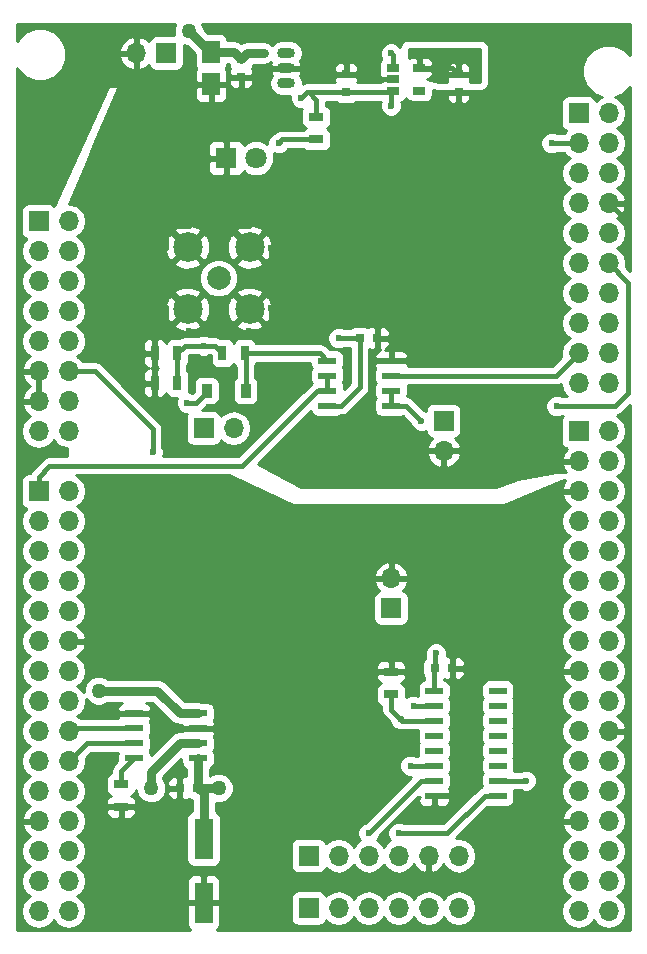
<source format=gbr>
G04 #@! TF.FileFunction,Copper,L1,Top,Signal*
%FSLAX46Y46*%
G04 Gerber Fmt 4.6, Leading zero omitted, Abs format (unit mm)*
G04 Created by KiCad (PCBNEW 4.0.6) date Tuesday, July 11, 2017 'PMt' 12:51:39 PM*
%MOMM*%
%LPD*%
G01*
G04 APERTURE LIST*
%ADD10C,0.100000*%
%ADD11R,0.750000X0.800000*%
%ADD12R,0.800000X0.750000*%
%ADD13R,1.600000X3.500000*%
%ADD14R,0.900000X1.200000*%
%ADD15R,1.800000X1.800000*%
%ADD16C,1.800000*%
%ADD17R,1.700000X1.700000*%
%ADD18O,1.700000X1.700000*%
%ADD19C,1.998980*%
%ADD20C,2.500000*%
%ADD21R,0.700000X1.300000*%
%ADD22R,1.300000X0.700000*%
%ADD23R,1.500000X0.600000*%
%ADD24R,1.550000X0.600000*%
%ADD25R,1.060000X0.650000*%
%ADD26O,1.501140X0.899160*%
%ADD27R,1.500000X1.950000*%
%ADD28C,1.270000*%
%ADD29C,0.600000*%
%ADD30C,0.762000*%
%ADD31C,0.381000*%
%ADD32C,0.254000*%
G04 APERTURE END LIST*
D10*
D11*
X160655000Y-52590000D03*
X160655000Y-54090000D03*
X169545000Y-55360000D03*
X169545000Y-53860000D03*
X179070000Y-53860000D03*
X179070000Y-55360000D03*
D12*
X156960000Y-114300000D03*
X155460000Y-114300000D03*
D13*
X157480000Y-118585000D03*
X157480000Y-123985000D03*
D14*
X157735000Y-80645000D03*
X161035000Y-80645000D03*
D15*
X159385000Y-60960000D03*
D16*
X161925000Y-60960000D03*
D17*
X166370000Y-120015000D03*
D18*
X168910000Y-120015000D03*
X171450000Y-120015000D03*
X173990000Y-120015000D03*
X176530000Y-120015000D03*
X179070000Y-120015000D03*
D17*
X166370000Y-124460000D03*
D18*
X168910000Y-124460000D03*
X171450000Y-124460000D03*
X173990000Y-124460000D03*
X176530000Y-124460000D03*
X179070000Y-124460000D03*
D17*
X154305000Y-52070000D03*
D18*
X151765000Y-52070000D03*
D17*
X177800000Y-83185000D03*
D18*
X177800000Y-85725000D03*
D19*
X158750000Y-71120000D03*
D20*
X161375000Y-68495000D03*
X156125000Y-68495000D03*
X161375000Y-73745000D03*
X156125000Y-73745000D03*
D17*
X157480000Y-83820000D03*
D18*
X160020000Y-83820000D03*
D21*
X160970000Y-77470000D03*
X159070000Y-77470000D03*
D22*
X167005000Y-57470000D03*
X167005000Y-59370000D03*
X150495000Y-113985000D03*
X150495000Y-115885000D03*
D23*
X177005000Y-106045000D03*
X177005000Y-107315000D03*
X177005000Y-108585000D03*
X177005000Y-109855000D03*
X177005000Y-111125000D03*
X177005000Y-112395000D03*
X177005000Y-113665000D03*
X177005000Y-114935000D03*
X182405000Y-114935000D03*
X182405000Y-113665000D03*
X182405000Y-112395000D03*
X182405000Y-111125000D03*
X182405000Y-109855000D03*
X182405000Y-108585000D03*
X182405000Y-107315000D03*
X182405000Y-106045000D03*
D24*
X173355000Y-81915000D03*
X173355000Y-80645000D03*
X173355000Y-79375000D03*
X173355000Y-78105000D03*
X167955000Y-78105000D03*
X167955000Y-79375000D03*
X167955000Y-80645000D03*
X167955000Y-81915000D03*
D25*
X173525000Y-53340000D03*
X173525000Y-54290000D03*
X173525000Y-55240000D03*
X175725000Y-55240000D03*
X175725000Y-53340000D03*
D24*
X151605000Y-107950000D03*
X151605000Y-109220000D03*
X151605000Y-110490000D03*
X151605000Y-111760000D03*
X157005000Y-111760000D03*
X157005000Y-110490000D03*
X157005000Y-109220000D03*
X157005000Y-107950000D03*
D17*
X189230000Y-57150000D03*
D18*
X191770000Y-57150000D03*
X189230000Y-59690000D03*
X191770000Y-59690000D03*
X189230000Y-62230000D03*
X191770000Y-62230000D03*
X189230000Y-64770000D03*
X191770000Y-64770000D03*
X189230000Y-67310000D03*
X191770000Y-67310000D03*
X189230000Y-69850000D03*
X191770000Y-69850000D03*
X189230000Y-72390000D03*
X191770000Y-72390000D03*
X189230000Y-74930000D03*
X191770000Y-74930000D03*
X189230000Y-77470000D03*
X191770000Y-77470000D03*
X189230000Y-80010000D03*
X191770000Y-80010000D03*
D17*
X143510000Y-66294000D03*
D18*
X146050000Y-66294000D03*
X143510000Y-68834000D03*
X146050000Y-68834000D03*
X143510000Y-71374000D03*
X146050000Y-71374000D03*
X143510000Y-73914000D03*
X146050000Y-73914000D03*
X143510000Y-76454000D03*
X146050000Y-76454000D03*
X143510000Y-78994000D03*
X146050000Y-78994000D03*
X143510000Y-81534000D03*
X146050000Y-81534000D03*
X143510000Y-84074000D03*
X146050000Y-84074000D03*
D17*
X143510000Y-89154000D03*
D18*
X146050000Y-89154000D03*
X143510000Y-91694000D03*
X146050000Y-91694000D03*
X143510000Y-94234000D03*
X146050000Y-94234000D03*
X143510000Y-96774000D03*
X146050000Y-96774000D03*
X143510000Y-99314000D03*
X146050000Y-99314000D03*
X143510000Y-101854000D03*
X146050000Y-101854000D03*
X143510000Y-104394000D03*
X146050000Y-104394000D03*
X143510000Y-106934000D03*
X146050000Y-106934000D03*
X143510000Y-109474000D03*
X146050000Y-109474000D03*
X143510000Y-112014000D03*
X146050000Y-112014000D03*
X143510000Y-114554000D03*
X146050000Y-114554000D03*
X143510000Y-117094000D03*
X146050000Y-117094000D03*
X143510000Y-119634000D03*
X146050000Y-119634000D03*
X143510000Y-122174000D03*
X146050000Y-122174000D03*
X143510000Y-124714000D03*
X146050000Y-124714000D03*
D17*
X189230000Y-84074000D03*
D18*
X191770000Y-84074000D03*
X189230000Y-86614000D03*
X191770000Y-86614000D03*
X189230000Y-89154000D03*
X191770000Y-89154000D03*
X189230000Y-91694000D03*
X191770000Y-91694000D03*
X189230000Y-94234000D03*
X191770000Y-94234000D03*
X189230000Y-96774000D03*
X191770000Y-96774000D03*
X189230000Y-99314000D03*
X191770000Y-99314000D03*
X189230000Y-101854000D03*
X191770000Y-101854000D03*
X189230000Y-104394000D03*
X191770000Y-104394000D03*
X189230000Y-106934000D03*
X191770000Y-106934000D03*
X189230000Y-109474000D03*
X191770000Y-109474000D03*
X189230000Y-112014000D03*
X191770000Y-112014000D03*
X189230000Y-114554000D03*
X191770000Y-114554000D03*
X189230000Y-117094000D03*
X191770000Y-117094000D03*
X189230000Y-119634000D03*
X191770000Y-119634000D03*
X189230000Y-122174000D03*
X191770000Y-122174000D03*
X189230000Y-124714000D03*
X191770000Y-124714000D03*
D26*
X164465000Y-53340000D03*
X164465000Y-54610000D03*
X164465000Y-52070000D03*
D12*
X177050000Y-104140000D03*
X178550000Y-104140000D03*
X170700000Y-76200000D03*
X172200000Y-76200000D03*
D27*
X158115000Y-51965000D03*
X158115000Y-54715000D03*
D17*
X173355000Y-99060000D03*
D18*
X173355000Y-96520000D03*
D22*
X173355000Y-106360000D03*
X173355000Y-104460000D03*
D21*
X153355000Y-80010000D03*
X155255000Y-80010000D03*
X153355000Y-77470000D03*
X155255000Y-77470000D03*
D28*
X156210000Y-50165000D03*
X158750000Y-114300000D03*
D29*
X162560000Y-52070000D03*
X152146000Y-50292000D03*
X150622000Y-50292000D03*
X149225000Y-50292000D03*
X149225000Y-51689000D03*
X149225000Y-52959000D03*
X151257000Y-54102000D03*
X152400000Y-53975000D03*
X193294000Y-82931000D03*
X193294000Y-68707000D03*
X176530000Y-122174000D03*
X148590000Y-89535000D03*
X175260000Y-85725000D03*
X175260000Y-97155000D03*
X161290000Y-66675000D03*
X162560000Y-66675000D03*
X163195000Y-67310000D03*
X163195000Y-68580000D03*
X163195000Y-69850000D03*
X163195000Y-71120000D03*
X163195000Y-72390000D03*
X163195000Y-73660000D03*
X163195000Y-74930000D03*
X162560000Y-75565000D03*
X161290000Y-75565000D03*
X160020000Y-75565000D03*
X157480000Y-75565000D03*
X156210000Y-75565000D03*
X154940000Y-75565000D03*
X154305000Y-74930000D03*
X154305000Y-73660000D03*
X154305000Y-72390000D03*
X154305000Y-71120000D03*
X154305000Y-69850000D03*
X154305000Y-68580000D03*
X154305000Y-67310000D03*
X154940000Y-66675000D03*
X156210000Y-66675000D03*
X160020000Y-66675000D03*
X158750000Y-66675000D03*
X157480000Y-66675000D03*
X157480000Y-60960000D03*
X171450000Y-56515000D03*
X171450000Y-53975000D03*
X167640000Y-53340000D03*
X165735000Y-55880000D03*
X173355000Y-56515000D03*
X173355000Y-52070000D03*
X180467000Y-53848000D03*
X180467000Y-52705000D03*
X179451000Y-52070000D03*
X178181000Y-52070000D03*
X178181000Y-52070000D03*
X177038000Y-52070000D03*
X175641000Y-52070000D03*
X177165000Y-102870000D03*
X168910000Y-76200000D03*
X156112327Y-81705199D03*
X163830000Y-59690000D03*
D28*
X153035000Y-114300000D03*
X148590000Y-106045000D03*
D29*
X175895000Y-83185000D03*
X157480000Y-76835000D03*
X175006000Y-112395000D03*
X153162000Y-85852000D03*
X187365375Y-81964127D03*
X184785000Y-113665000D03*
X175260000Y-107315000D03*
X174180973Y-108467251D03*
X186944000Y-59690000D03*
X171450000Y-118110000D03*
X173990000Y-118110000D03*
D30*
X158115000Y-51965000D02*
X158010000Y-51965000D01*
X158010000Y-51965000D02*
X156210000Y-50165000D01*
X157480000Y-118585000D02*
X157480000Y-114730000D01*
X157480000Y-114730000D02*
X157005000Y-114255000D01*
X157005000Y-111760000D02*
X157005000Y-114255000D01*
X157005000Y-114255000D02*
X156960000Y-114300000D01*
X158750000Y-114300000D02*
X156960000Y-114300000D01*
X161175000Y-52070000D02*
X162560000Y-52070000D01*
X160655000Y-52590000D02*
X161175000Y-52070000D01*
X158115000Y-51965000D02*
X160030000Y-51965000D01*
X160030000Y-51965000D02*
X160655000Y-52590000D01*
X158010000Y-52070000D02*
X158115000Y-51965000D01*
D31*
X191770000Y-64770000D02*
X193294000Y-66294000D01*
X193294000Y-66294000D02*
X193294000Y-68707000D01*
X161290000Y-66675000D02*
X160020000Y-66675000D01*
X163195000Y-67310000D02*
X162560000Y-66675000D01*
X163195000Y-69850000D02*
X163195000Y-68580000D01*
X163195000Y-72390000D02*
X163195000Y-71120000D01*
X163195000Y-74930000D02*
X163195000Y-73660000D01*
X161290000Y-75565000D02*
X162560000Y-75565000D01*
X157480000Y-75565000D02*
X160020000Y-75565000D01*
X156210000Y-75565000D02*
X157480000Y-75565000D01*
X154305000Y-74930000D02*
X154940000Y-75565000D01*
X154305000Y-73660000D02*
X154305000Y-74930000D01*
X154305000Y-71120000D02*
X154305000Y-72390000D01*
X154305000Y-69850000D02*
X154305000Y-71120000D01*
X154305000Y-67310000D02*
X154305000Y-68580000D01*
X156210000Y-66675000D02*
X154940000Y-66675000D01*
X157480000Y-66675000D02*
X158750000Y-66675000D01*
X173525000Y-54290000D02*
X171765000Y-54290000D01*
X171765000Y-54290000D02*
X171450000Y-53975000D01*
X165735000Y-55880000D02*
X166255000Y-55360000D01*
X166255000Y-55360000D02*
X166370000Y-55360000D01*
X173355000Y-56515000D02*
X173355000Y-55410000D01*
X173355000Y-55410000D02*
X173525000Y-55240000D01*
X173525000Y-53340000D02*
X173525000Y-52240000D01*
X173525000Y-52240000D02*
X173355000Y-52070000D01*
X169545000Y-55360000D02*
X173405000Y-55360000D01*
X173405000Y-55360000D02*
X173525000Y-55240000D01*
X166370000Y-55360000D02*
X168789000Y-55360000D01*
X167005000Y-57470000D02*
X167005000Y-55995000D01*
X167005000Y-55995000D02*
X166370000Y-55360000D01*
X164465000Y-54610000D02*
X164765990Y-54610000D01*
X168789000Y-55360000D02*
X169545000Y-55360000D01*
X177005000Y-106045000D02*
X177005000Y-104185000D01*
X177005000Y-104185000D02*
X177050000Y-104140000D01*
X180467000Y-52705000D02*
X180467000Y-53848000D01*
X179451000Y-52070000D02*
X179832000Y-52070000D01*
X179832000Y-52070000D02*
X180467000Y-52705000D01*
X178181000Y-52070000D02*
X179451000Y-52070000D01*
X177038000Y-52070000D02*
X178181000Y-52070000D01*
X175641000Y-52070000D02*
X177038000Y-52070000D01*
X175725000Y-53340000D02*
X175725000Y-52154000D01*
X175725000Y-52154000D02*
X175641000Y-52070000D01*
X178550000Y-53340000D02*
X179070000Y-53860000D01*
X175725000Y-53340000D02*
X178550000Y-53340000D01*
X177050000Y-104140000D02*
X177050000Y-102985000D01*
X177050000Y-102985000D02*
X177165000Y-102870000D01*
X170700000Y-76200000D02*
X168910000Y-76200000D01*
X167955000Y-81915000D02*
X169111000Y-81915000D01*
X169111000Y-81915000D02*
X170700000Y-80326000D01*
X170700000Y-80326000D02*
X170700000Y-76956000D01*
X170700000Y-76956000D02*
X170700000Y-76200000D01*
X177050000Y-106000000D02*
X177005000Y-106045000D01*
X156536591Y-81705199D02*
X156112327Y-81705199D01*
X156824801Y-81705199D02*
X156536591Y-81705199D01*
X157735000Y-80795000D02*
X156824801Y-81705199D01*
X157735000Y-80645000D02*
X157735000Y-80795000D01*
X160970000Y-77470000D02*
X167320000Y-77470000D01*
X167320000Y-77470000D02*
X167955000Y-78105000D01*
X161035000Y-80645000D02*
X161035000Y-77535000D01*
X161035000Y-77535000D02*
X160970000Y-77470000D01*
X167005000Y-59370000D02*
X164150000Y-59370000D01*
X164150000Y-59370000D02*
X163830000Y-59690000D01*
D30*
X157005000Y-110490000D02*
X155468000Y-110490000D01*
X155468000Y-110490000D02*
X153035000Y-112923000D01*
X153035000Y-112923000D02*
X153035000Y-114300000D01*
X155468000Y-107950000D02*
X153563000Y-106045000D01*
X157005000Y-107950000D02*
X155468000Y-107950000D01*
X153563000Y-106045000D02*
X148590000Y-106045000D01*
D31*
X173355000Y-81915000D02*
X174625000Y-81915000D01*
X174625000Y-81915000D02*
X175895000Y-83185000D01*
X173355000Y-80645000D02*
X173355000Y-81915000D01*
X155255000Y-77470000D02*
X155255000Y-80010000D01*
X157480000Y-76835000D02*
X155890000Y-76835000D01*
X155890000Y-76835000D02*
X155255000Y-77470000D01*
X157480000Y-76835000D02*
X158435000Y-76835000D01*
X158435000Y-76835000D02*
X159070000Y-77470000D01*
X146050000Y-78994000D02*
X148272932Y-78994000D01*
X148272932Y-78994000D02*
X153162000Y-83883068D01*
X153162000Y-83883068D02*
X153162000Y-85852000D01*
X175006000Y-112395000D02*
X177005000Y-112395000D01*
X192286701Y-81964127D02*
X187789639Y-81964127D01*
X193410354Y-71490354D02*
X193410354Y-80840474D01*
X191770000Y-69850000D02*
X193410354Y-71490354D01*
X193410354Y-80840474D02*
X192286701Y-81964127D01*
X187789639Y-81964127D02*
X187365375Y-81964127D01*
X182405000Y-113665000D02*
X184785000Y-113665000D01*
X150495000Y-113985000D02*
X150495000Y-112870000D01*
X150495000Y-112870000D02*
X151605000Y-111760000D01*
X177005000Y-107315000D02*
X175260000Y-107315000D01*
X177005000Y-108585000D02*
X174298722Y-108585000D01*
X174298722Y-108585000D02*
X174180973Y-108467251D01*
X173880974Y-108167252D02*
X174180973Y-108467251D01*
X173355000Y-107641278D02*
X173880974Y-108167252D01*
X173355000Y-106360000D02*
X173355000Y-107641278D01*
X189230000Y-59690000D02*
X186944000Y-59690000D01*
X189230000Y-77470000D02*
X187325000Y-79375000D01*
X187325000Y-79375000D02*
X173355000Y-79375000D01*
X143510000Y-89154000D02*
X143510000Y-87919296D01*
X143510000Y-87919296D02*
X144434296Y-86995000D01*
X144434296Y-86995000D02*
X160771298Y-86995000D01*
X160771298Y-86995000D02*
X167121298Y-80645000D01*
X167121298Y-80645000D02*
X167955000Y-80645000D01*
X167955000Y-79375000D02*
X167955000Y-80645000D01*
X151605000Y-109220000D02*
X146304000Y-109220000D01*
X146304000Y-109220000D02*
X146050000Y-109474000D01*
X151605000Y-110490000D02*
X147574000Y-110490000D01*
X147574000Y-110490000D02*
X146050000Y-112014000D01*
X177005000Y-113665000D02*
X175874000Y-113665000D01*
X175874000Y-113665000D02*
X171450000Y-118089000D01*
X171450000Y-118089000D02*
X171450000Y-118110000D01*
X182405000Y-114935000D02*
X181274000Y-114935000D01*
X181274000Y-114935000D02*
X178099000Y-118110000D01*
X178099000Y-118110000D02*
X173990000Y-118110000D01*
D32*
G36*
X154940221Y-49911273D02*
X154939780Y-50416510D01*
X155004258Y-50572560D01*
X153455000Y-50572560D01*
X153219683Y-50616838D01*
X153003559Y-50755910D01*
X152858569Y-50968110D01*
X152836699Y-51076107D01*
X152531924Y-50798355D01*
X152121890Y-50628524D01*
X151892000Y-50749845D01*
X151892000Y-51943000D01*
X151912000Y-51943000D01*
X151912000Y-52197000D01*
X151892000Y-52197000D01*
X151892000Y-53390155D01*
X152121890Y-53511476D01*
X152531924Y-53341645D01*
X152834937Y-53065499D01*
X152851838Y-53155317D01*
X152990910Y-53371441D01*
X153203110Y-53516431D01*
X153455000Y-53567440D01*
X155155000Y-53567440D01*
X155390317Y-53523162D01*
X155606441Y-53384090D01*
X155751431Y-53171890D01*
X155802440Y-52920000D01*
X155802440Y-51370902D01*
X155956273Y-51434779D01*
X156043014Y-51434855D01*
X156717560Y-52109401D01*
X156717560Y-52940000D01*
X156761838Y-53175317D01*
X156867482Y-53339493D01*
X156826673Y-53380302D01*
X156730000Y-53613691D01*
X156730000Y-54429250D01*
X156888750Y-54588000D01*
X157988000Y-54588000D01*
X157988000Y-54568000D01*
X158242000Y-54568000D01*
X158242000Y-54588000D01*
X159341250Y-54588000D01*
X159500000Y-54429250D01*
X159500000Y-54375750D01*
X159645000Y-54375750D01*
X159645000Y-54616309D01*
X159741673Y-54849698D01*
X159920301Y-55028327D01*
X160153690Y-55125000D01*
X160369250Y-55125000D01*
X160528000Y-54966250D01*
X160528000Y-54217000D01*
X160782000Y-54217000D01*
X160782000Y-54966250D01*
X160940750Y-55125000D01*
X161156310Y-55125000D01*
X161389699Y-55028327D01*
X161568327Y-54849698D01*
X161665000Y-54616309D01*
X161665000Y-54375750D01*
X161506250Y-54217000D01*
X160782000Y-54217000D01*
X160528000Y-54217000D01*
X159803750Y-54217000D01*
X159645000Y-54375750D01*
X159500000Y-54375750D01*
X159500000Y-53613691D01*
X159403327Y-53380302D01*
X159361366Y-53338340D01*
X159461431Y-53191890D01*
X159504137Y-52981000D01*
X159609160Y-52981000D01*
X159635898Y-53007738D01*
X159676838Y-53225317D01*
X159743329Y-53328646D01*
X159741673Y-53330302D01*
X159645000Y-53563691D01*
X159645000Y-53804250D01*
X159803750Y-53963000D01*
X160528000Y-53963000D01*
X160528000Y-53943000D01*
X160782000Y-53943000D01*
X160782000Y-53963000D01*
X161506250Y-53963000D01*
X161665000Y-53804250D01*
X161665000Y-53563691D01*
X161569731Y-53333691D01*
X168535000Y-53333691D01*
X168535000Y-53574250D01*
X168693750Y-53733000D01*
X169418000Y-53733000D01*
X169418000Y-52983750D01*
X169672000Y-52983750D01*
X169672000Y-53733000D01*
X170396250Y-53733000D01*
X170555000Y-53574250D01*
X170555000Y-53333691D01*
X170458327Y-53100302D01*
X170279699Y-52921673D01*
X170046310Y-52825000D01*
X169830750Y-52825000D01*
X169672000Y-52983750D01*
X169418000Y-52983750D01*
X169259250Y-52825000D01*
X169043690Y-52825000D01*
X168810301Y-52921673D01*
X168631673Y-53100302D01*
X168535000Y-53333691D01*
X161569731Y-53333691D01*
X161568327Y-53330302D01*
X161566957Y-53328932D01*
X161626431Y-53241890D01*
X161658000Y-53086000D01*
X162560000Y-53086000D01*
X162948806Y-53008662D01*
X163230191Y-52820645D01*
X163120019Y-53046065D01*
X163246932Y-53213000D01*
X164338000Y-53213000D01*
X164338000Y-53193000D01*
X164592000Y-53193000D01*
X164592000Y-53213000D01*
X165683068Y-53213000D01*
X165809981Y-53046065D01*
X165645359Y-52709238D01*
X165795156Y-52485051D01*
X165877715Y-52070000D01*
X165795156Y-51654949D01*
X165560049Y-51303086D01*
X165208186Y-51067979D01*
X164793135Y-50985420D01*
X164136865Y-50985420D01*
X163721814Y-51067979D01*
X163369951Y-51303086D01*
X163307984Y-51395826D01*
X163278420Y-51351580D01*
X162948806Y-51131338D01*
X162560000Y-51054000D01*
X161175000Y-51054000D01*
X160850700Y-51118507D01*
X160786193Y-51131338D01*
X160681071Y-51201579D01*
X160418807Y-51026338D01*
X160354300Y-51013507D01*
X160030000Y-50949000D01*
X159504725Y-50949000D01*
X159468162Y-50754683D01*
X159329090Y-50538559D01*
X159116890Y-50393569D01*
X158865000Y-50342560D01*
X157824400Y-50342560D01*
X157480146Y-49998306D01*
X157480220Y-49913490D01*
X157352755Y-49605000D01*
X193600000Y-49605000D01*
X193600000Y-52263668D01*
X193037679Y-51700364D01*
X192216519Y-51359389D01*
X191327381Y-51358613D01*
X190505628Y-51698155D01*
X189876364Y-52326321D01*
X189535389Y-53147481D01*
X189534613Y-54036619D01*
X189874155Y-54858372D01*
X190502321Y-55487636D01*
X191192275Y-55774130D01*
X191172622Y-55778039D01*
X190690853Y-56099946D01*
X190690029Y-56101179D01*
X190683162Y-56064683D01*
X190544090Y-55848559D01*
X190331890Y-55703569D01*
X190080000Y-55652560D01*
X188380000Y-55652560D01*
X188144683Y-55696838D01*
X187928559Y-55835910D01*
X187783569Y-56048110D01*
X187732560Y-56300000D01*
X187732560Y-58000000D01*
X187776838Y-58235317D01*
X187915910Y-58451441D01*
X188128110Y-58596431D01*
X188195541Y-58610086D01*
X188150853Y-58639946D01*
X188000811Y-58864500D01*
X187394113Y-58864500D01*
X187130799Y-58755162D01*
X186758833Y-58754838D01*
X186415057Y-58896883D01*
X186151808Y-59159673D01*
X186009162Y-59503201D01*
X186008838Y-59875167D01*
X186150883Y-60218943D01*
X186413673Y-60482192D01*
X186757201Y-60624838D01*
X187129167Y-60625162D01*
X187394570Y-60515500D01*
X188000811Y-60515500D01*
X188150853Y-60740054D01*
X188480026Y-60960000D01*
X188150853Y-61179946D01*
X187828946Y-61661715D01*
X187715907Y-62230000D01*
X187828946Y-62798285D01*
X188150853Y-63280054D01*
X188480026Y-63500000D01*
X188150853Y-63719946D01*
X187828946Y-64201715D01*
X187715907Y-64770000D01*
X187828946Y-65338285D01*
X188150853Y-65820054D01*
X188480026Y-66040000D01*
X188150853Y-66259946D01*
X187828946Y-66741715D01*
X187715907Y-67310000D01*
X187828946Y-67878285D01*
X188150853Y-68360054D01*
X188480026Y-68580000D01*
X188150853Y-68799946D01*
X187828946Y-69281715D01*
X187715907Y-69850000D01*
X187828946Y-70418285D01*
X188150853Y-70900054D01*
X188480026Y-71120000D01*
X188150853Y-71339946D01*
X187828946Y-71821715D01*
X187715907Y-72390000D01*
X187828946Y-72958285D01*
X188150853Y-73440054D01*
X188480026Y-73660000D01*
X188150853Y-73879946D01*
X187828946Y-74361715D01*
X187715907Y-74930000D01*
X187828946Y-75498285D01*
X188150853Y-75980054D01*
X188480026Y-76200000D01*
X188150853Y-76419946D01*
X187828946Y-76901715D01*
X187715907Y-77470000D01*
X187773421Y-77759145D01*
X186983066Y-78549500D01*
X174757465Y-78549500D01*
X174765000Y-78531310D01*
X174765000Y-78390750D01*
X174606250Y-78232000D01*
X173482000Y-78232000D01*
X173482000Y-78252000D01*
X173228000Y-78252000D01*
X173228000Y-78232000D01*
X172103750Y-78232000D01*
X171945000Y-78390750D01*
X171945000Y-78531310D01*
X172034806Y-78748122D01*
X171983569Y-78823110D01*
X171932560Y-79075000D01*
X171932560Y-79675000D01*
X171976838Y-79910317D01*
X172040678Y-80009528D01*
X171983569Y-80093110D01*
X171932560Y-80345000D01*
X171932560Y-80945000D01*
X171976838Y-81180317D01*
X172040678Y-81279528D01*
X171983569Y-81363110D01*
X171932560Y-81615000D01*
X171932560Y-82215000D01*
X171976838Y-82450317D01*
X172115910Y-82666441D01*
X172328110Y-82811431D01*
X172580000Y-82862440D01*
X174130000Y-82862440D01*
X174361455Y-82818889D01*
X174993006Y-83450439D01*
X175101883Y-83713943D01*
X175364673Y-83977192D01*
X175708201Y-84119838D01*
X176080167Y-84120162D01*
X176302560Y-84028271D01*
X176302560Y-84035000D01*
X176346838Y-84270317D01*
X176485910Y-84486441D01*
X176698110Y-84631431D01*
X176806107Y-84653301D01*
X176528355Y-84958076D01*
X176358524Y-85368110D01*
X176479845Y-85598000D01*
X177673000Y-85598000D01*
X177673000Y-85578000D01*
X177927000Y-85578000D01*
X177927000Y-85598000D01*
X179120155Y-85598000D01*
X179241476Y-85368110D01*
X179071645Y-84958076D01*
X178795499Y-84655063D01*
X178885317Y-84638162D01*
X179101441Y-84499090D01*
X179246431Y-84286890D01*
X179297440Y-84035000D01*
X179297440Y-82335000D01*
X179253162Y-82099683D01*
X179114090Y-81883559D01*
X178901890Y-81738569D01*
X178650000Y-81687560D01*
X176950000Y-81687560D01*
X176714683Y-81731838D01*
X176498559Y-81870910D01*
X176353569Y-82083110D01*
X176302560Y-82335000D01*
X176302560Y-82341830D01*
X176160115Y-82282682D01*
X175208717Y-81331283D01*
X174940906Y-81152337D01*
X174743408Y-81113053D01*
X174777440Y-80945000D01*
X174777440Y-80345000D01*
X174750250Y-80200500D01*
X187325000Y-80200500D01*
X187640906Y-80137663D01*
X187729523Y-80078451D01*
X187828946Y-80578285D01*
X188150853Y-81060054D01*
X188268446Y-81138627D01*
X187815488Y-81138627D01*
X187552174Y-81029289D01*
X187180208Y-81028965D01*
X186836432Y-81171010D01*
X186573183Y-81433800D01*
X186430537Y-81777328D01*
X186430213Y-82149294D01*
X186572258Y-82493070D01*
X186835048Y-82756319D01*
X187178576Y-82898965D01*
X187550542Y-82899289D01*
X187815945Y-82789627D01*
X187908254Y-82789627D01*
X187783569Y-82972110D01*
X187732560Y-83224000D01*
X187732560Y-84924000D01*
X187776838Y-85159317D01*
X187915910Y-85375441D01*
X188128110Y-85520431D01*
X188236107Y-85542301D01*
X187958355Y-85847076D01*
X187788524Y-86257110D01*
X187909845Y-86487000D01*
X189103000Y-86487000D01*
X189103000Y-86467000D01*
X189357000Y-86467000D01*
X189357000Y-86487000D01*
X189377000Y-86487000D01*
X189377000Y-86741000D01*
X189357000Y-86741000D01*
X189357000Y-86761000D01*
X189103000Y-86761000D01*
X189103000Y-86741000D01*
X187909845Y-86741000D01*
X187788524Y-86970890D01*
X187958355Y-87380924D01*
X188127764Y-87566815D01*
X187335128Y-87503404D01*
X187300093Y-87505466D01*
X184125093Y-88140466D01*
X184109839Y-88144517D01*
X182224390Y-88773000D01*
X165765789Y-88773000D01*
X162066452Y-86867280D01*
X162851842Y-86081890D01*
X176358524Y-86081890D01*
X176528355Y-86491924D01*
X176918642Y-86920183D01*
X177443108Y-87166486D01*
X177673000Y-87045819D01*
X177673000Y-85852000D01*
X177927000Y-85852000D01*
X177927000Y-87045819D01*
X178156892Y-87166486D01*
X178681358Y-86920183D01*
X179071645Y-86491924D01*
X179241476Y-86081890D01*
X179120155Y-85852000D01*
X177927000Y-85852000D01*
X177673000Y-85852000D01*
X176479845Y-85852000D01*
X176358524Y-86081890D01*
X162851842Y-86081890D01*
X166562043Y-82371689D01*
X166576838Y-82450317D01*
X166715910Y-82666441D01*
X166928110Y-82811431D01*
X167180000Y-82862440D01*
X168730000Y-82862440D01*
X168965317Y-82818162D01*
X169086007Y-82740500D01*
X169111000Y-82740500D01*
X169426906Y-82677663D01*
X169694717Y-82498717D01*
X171283714Y-80909719D01*
X171283717Y-80909717D01*
X171462663Y-80641905D01*
X171525500Y-80326000D01*
X171525500Y-77678690D01*
X171945000Y-77678690D01*
X171945000Y-77819250D01*
X172103750Y-77978000D01*
X173228000Y-77978000D01*
X173228000Y-77328750D01*
X173482000Y-77328750D01*
X173482000Y-77978000D01*
X174606250Y-77978000D01*
X174765000Y-77819250D01*
X174765000Y-77678690D01*
X174668327Y-77445301D01*
X174489698Y-77266673D01*
X174256309Y-77170000D01*
X173640750Y-77170000D01*
X173482000Y-77328750D01*
X173228000Y-77328750D01*
X173069250Y-77170000D01*
X172822877Y-77170000D01*
X172959698Y-77113327D01*
X173138327Y-76934699D01*
X173235000Y-76701310D01*
X173235000Y-76485750D01*
X173076250Y-76327000D01*
X172327000Y-76327000D01*
X172327000Y-77051250D01*
X172448076Y-77172326D01*
X172220302Y-77266673D01*
X172041673Y-77445301D01*
X171945000Y-77678690D01*
X171525500Y-77678690D01*
X171525500Y-77148617D01*
X171673691Y-77210000D01*
X171914250Y-77210000D01*
X172073000Y-77051250D01*
X172073000Y-76327000D01*
X172053000Y-76327000D01*
X172053000Y-76073000D01*
X172073000Y-76073000D01*
X172073000Y-75348750D01*
X172327000Y-75348750D01*
X172327000Y-76073000D01*
X173076250Y-76073000D01*
X173235000Y-75914250D01*
X173235000Y-75698690D01*
X173138327Y-75465301D01*
X172959698Y-75286673D01*
X172726309Y-75190000D01*
X172485750Y-75190000D01*
X172327000Y-75348750D01*
X172073000Y-75348750D01*
X171914250Y-75190000D01*
X171673691Y-75190000D01*
X171440302Y-75286673D01*
X171438932Y-75288043D01*
X171351890Y-75228569D01*
X171100000Y-75177560D01*
X170300000Y-75177560D01*
X170064683Y-75221838D01*
X169848559Y-75360910D01*
X169839273Y-75374500D01*
X169360113Y-75374500D01*
X169096799Y-75265162D01*
X168724833Y-75264838D01*
X168381057Y-75406883D01*
X168117808Y-75669673D01*
X167975162Y-76013201D01*
X167974838Y-76385167D01*
X168116883Y-76728943D01*
X168379673Y-76992192D01*
X168723201Y-77134838D01*
X169095167Y-77135162D01*
X169360570Y-77025500D01*
X169835304Y-77025500D01*
X169835910Y-77026441D01*
X169874500Y-77052808D01*
X169874500Y-79984067D01*
X169377440Y-80481127D01*
X169377440Y-80345000D01*
X169333162Y-80109683D01*
X169269322Y-80010472D01*
X169326431Y-79926890D01*
X169377440Y-79675000D01*
X169377440Y-79075000D01*
X169333162Y-78839683D01*
X169269322Y-78740472D01*
X169326431Y-78656890D01*
X169377440Y-78405000D01*
X169377440Y-77805000D01*
X169333162Y-77569683D01*
X169194090Y-77353559D01*
X168981890Y-77208569D01*
X168730000Y-77157560D01*
X168174994Y-77157560D01*
X167903717Y-76886283D01*
X167635906Y-76707337D01*
X167320000Y-76644500D01*
X161934417Y-76644500D01*
X161923162Y-76584683D01*
X161784090Y-76368559D01*
X161571890Y-76223569D01*
X161320000Y-76172560D01*
X160620000Y-76172560D01*
X160384683Y-76216838D01*
X160168559Y-76355910D01*
X160023569Y-76568110D01*
X160020919Y-76581197D01*
X159884090Y-76368559D01*
X159671890Y-76223569D01*
X159420000Y-76172560D01*
X158900900Y-76172560D01*
X158750906Y-76072337D01*
X158435000Y-76009500D01*
X157930113Y-76009500D01*
X157666799Y-75900162D01*
X157294833Y-75899838D01*
X157029430Y-76009500D01*
X155890005Y-76009500D01*
X155890000Y-76009499D01*
X155574095Y-76072337D01*
X155424100Y-76172560D01*
X154905000Y-76172560D01*
X154669683Y-76216838D01*
X154453559Y-76355910D01*
X154308569Y-76568110D01*
X154301809Y-76601490D01*
X154243327Y-76460301D01*
X154064698Y-76281673D01*
X153831309Y-76185000D01*
X153640750Y-76185000D01*
X153482000Y-76343750D01*
X153482000Y-77343000D01*
X153502000Y-77343000D01*
X153502000Y-77597000D01*
X153482000Y-77597000D01*
X153482000Y-78596250D01*
X153625750Y-78740000D01*
X153482000Y-78883750D01*
X153482000Y-79883000D01*
X153502000Y-79883000D01*
X153502000Y-80137000D01*
X153482000Y-80137000D01*
X153482000Y-81136250D01*
X153640750Y-81295000D01*
X153831309Y-81295000D01*
X154064698Y-81198327D01*
X154243327Y-81019699D01*
X154299654Y-80883713D01*
X154301838Y-80895317D01*
X154440910Y-81111441D01*
X154653110Y-81256431D01*
X154905000Y-81307440D01*
X155265088Y-81307440D01*
X155177489Y-81518400D01*
X155177165Y-81890366D01*
X155319210Y-82234142D01*
X155582000Y-82497391D01*
X155925528Y-82640037D01*
X156086818Y-82640177D01*
X156033569Y-82718110D01*
X155982560Y-82970000D01*
X155982560Y-84670000D01*
X156026838Y-84905317D01*
X156165910Y-85121441D01*
X156378110Y-85266431D01*
X156630000Y-85317440D01*
X158330000Y-85317440D01*
X158565317Y-85273162D01*
X158781441Y-85134090D01*
X158926431Y-84921890D01*
X158940086Y-84854459D01*
X158969946Y-84899147D01*
X159451715Y-85221054D01*
X160020000Y-85334093D01*
X160588285Y-85221054D01*
X161070054Y-84899147D01*
X161391961Y-84417378D01*
X161505000Y-83849093D01*
X161505000Y-83790907D01*
X161391961Y-83222622D01*
X161070054Y-82740853D01*
X160588285Y-82418946D01*
X160020000Y-82305907D01*
X159451715Y-82418946D01*
X158969946Y-82740853D01*
X158942150Y-82782452D01*
X158933162Y-82734683D01*
X158794090Y-82518559D01*
X158581890Y-82373569D01*
X158330000Y-82322560D01*
X157358166Y-82322560D01*
X157408518Y-82288916D01*
X157804994Y-81892440D01*
X158185000Y-81892440D01*
X158420317Y-81848162D01*
X158636441Y-81709090D01*
X158781431Y-81496890D01*
X158832440Y-81245000D01*
X158832440Y-80045000D01*
X158788162Y-79809683D01*
X158649090Y-79593559D01*
X158436890Y-79448569D01*
X158185000Y-79397560D01*
X157285000Y-79397560D01*
X157049683Y-79441838D01*
X156833559Y-79580910D01*
X156688569Y-79793110D01*
X156637560Y-80045000D01*
X156637560Y-80725006D01*
X156506214Y-80856352D01*
X156299126Y-80770361D01*
X156230104Y-80770301D01*
X156252440Y-80660000D01*
X156252440Y-79360000D01*
X156208162Y-79124683D01*
X156080500Y-78926291D01*
X156080500Y-78548878D01*
X156201431Y-78371890D01*
X156252440Y-78120000D01*
X156252440Y-77660500D01*
X157029887Y-77660500D01*
X157293201Y-77769838D01*
X157665167Y-77770162D01*
X157930570Y-77660500D01*
X158072560Y-77660500D01*
X158072560Y-78120000D01*
X158116838Y-78355317D01*
X158255910Y-78571441D01*
X158468110Y-78716431D01*
X158720000Y-78767440D01*
X159420000Y-78767440D01*
X159655317Y-78723162D01*
X159871441Y-78584090D01*
X160016431Y-78371890D01*
X160019081Y-78358803D01*
X160155910Y-78571441D01*
X160209500Y-78608057D01*
X160209500Y-79532043D01*
X160133559Y-79580910D01*
X159988569Y-79793110D01*
X159937560Y-80045000D01*
X159937560Y-81245000D01*
X159981838Y-81480317D01*
X160120910Y-81696441D01*
X160333110Y-81841431D01*
X160585000Y-81892440D01*
X161485000Y-81892440D01*
X161720317Y-81848162D01*
X161936441Y-81709090D01*
X162081431Y-81496890D01*
X162132440Y-81245000D01*
X162132440Y-80045000D01*
X162088162Y-79809683D01*
X161949090Y-79593559D01*
X161860500Y-79533028D01*
X161860500Y-78453748D01*
X161916431Y-78371890D01*
X161931900Y-78295500D01*
X166532560Y-78295500D01*
X166532560Y-78405000D01*
X166576838Y-78640317D01*
X166640678Y-78739528D01*
X166583569Y-78823110D01*
X166532560Y-79075000D01*
X166532560Y-79675000D01*
X166576838Y-79910317D01*
X166632969Y-79997547D01*
X166537581Y-80061283D01*
X160429364Y-86169500D01*
X154042566Y-86169500D01*
X154096838Y-86038799D01*
X154097162Y-85666833D01*
X153987500Y-85401430D01*
X153987500Y-83883068D01*
X153964754Y-83768716D01*
X153924663Y-83567162D01*
X153794125Y-83371799D01*
X153745717Y-83299351D01*
X153745714Y-83299349D01*
X150742116Y-80295750D01*
X152370000Y-80295750D01*
X152370000Y-80786310D01*
X152466673Y-81019699D01*
X152645302Y-81198327D01*
X152878691Y-81295000D01*
X153069250Y-81295000D01*
X153228000Y-81136250D01*
X153228000Y-80137000D01*
X152528750Y-80137000D01*
X152370000Y-80295750D01*
X150742116Y-80295750D01*
X148856649Y-78410283D01*
X148588838Y-78231337D01*
X148272932Y-78168500D01*
X147279189Y-78168500D01*
X147129147Y-77943946D01*
X146847492Y-77755750D01*
X152370000Y-77755750D01*
X152370000Y-78246310D01*
X152466673Y-78479699D01*
X152645302Y-78658327D01*
X152842478Y-78740000D01*
X152645302Y-78821673D01*
X152466673Y-79000301D01*
X152370000Y-79233690D01*
X152370000Y-79724250D01*
X152528750Y-79883000D01*
X153228000Y-79883000D01*
X153228000Y-78883750D01*
X153084250Y-78740000D01*
X153228000Y-78596250D01*
X153228000Y-77597000D01*
X152528750Y-77597000D01*
X152370000Y-77755750D01*
X146847492Y-77755750D01*
X146799974Y-77724000D01*
X147129147Y-77504054D01*
X147451054Y-77022285D01*
X147516415Y-76693690D01*
X152370000Y-76693690D01*
X152370000Y-77184250D01*
X152528750Y-77343000D01*
X153228000Y-77343000D01*
X153228000Y-76343750D01*
X153069250Y-76185000D01*
X152878691Y-76185000D01*
X152645302Y-76281673D01*
X152466673Y-76460301D01*
X152370000Y-76693690D01*
X147516415Y-76693690D01*
X147564093Y-76454000D01*
X147451054Y-75885715D01*
X147129147Y-75403946D01*
X146799974Y-75184000D01*
X146958135Y-75078320D01*
X154971285Y-75078320D01*
X155100533Y-75371123D01*
X155800806Y-75639388D01*
X156550435Y-75619250D01*
X157149467Y-75371123D01*
X157278715Y-75078320D01*
X160221285Y-75078320D01*
X160350533Y-75371123D01*
X161050806Y-75639388D01*
X161800435Y-75619250D01*
X162399467Y-75371123D01*
X162528715Y-75078320D01*
X161375000Y-73924605D01*
X160221285Y-75078320D01*
X157278715Y-75078320D01*
X156125000Y-73924605D01*
X154971285Y-75078320D01*
X146958135Y-75078320D01*
X147129147Y-74964054D01*
X147451054Y-74482285D01*
X147564093Y-73914000D01*
X147465991Y-73420806D01*
X154230612Y-73420806D01*
X154250750Y-74170435D01*
X154498877Y-74769467D01*
X154791680Y-74898715D01*
X155945395Y-73745000D01*
X156304605Y-73745000D01*
X157458320Y-74898715D01*
X157751123Y-74769467D01*
X158019388Y-74069194D01*
X158001970Y-73420806D01*
X159480612Y-73420806D01*
X159500750Y-74170435D01*
X159748877Y-74769467D01*
X160041680Y-74898715D01*
X161195395Y-73745000D01*
X161554605Y-73745000D01*
X162708320Y-74898715D01*
X163001123Y-74769467D01*
X163269388Y-74069194D01*
X163249250Y-73319565D01*
X163001123Y-72720533D01*
X162708320Y-72591285D01*
X161554605Y-73745000D01*
X161195395Y-73745000D01*
X160041680Y-72591285D01*
X159748877Y-72720533D01*
X159480612Y-73420806D01*
X158001970Y-73420806D01*
X157999250Y-73319565D01*
X157751123Y-72720533D01*
X157458320Y-72591285D01*
X156304605Y-73745000D01*
X155945395Y-73745000D01*
X154791680Y-72591285D01*
X154498877Y-72720533D01*
X154230612Y-73420806D01*
X147465991Y-73420806D01*
X147451054Y-73345715D01*
X147129147Y-72863946D01*
X146799974Y-72644000D01*
X147129147Y-72424054D01*
X147137415Y-72411680D01*
X154971285Y-72411680D01*
X156125000Y-73565395D01*
X157278715Y-72411680D01*
X157149467Y-72118877D01*
X156449194Y-71850612D01*
X155699565Y-71870750D01*
X155100533Y-72118877D01*
X154971285Y-72411680D01*
X147137415Y-72411680D01*
X147451054Y-71942285D01*
X147550229Y-71443694D01*
X157115226Y-71443694D01*
X157363538Y-72044655D01*
X157822927Y-72504846D01*
X158423453Y-72754206D01*
X159073694Y-72754774D01*
X159674655Y-72506462D01*
X159769602Y-72411680D01*
X160221285Y-72411680D01*
X161375000Y-73565395D01*
X162528715Y-72411680D01*
X162399467Y-72118877D01*
X161699194Y-71850612D01*
X160949565Y-71870750D01*
X160350533Y-72118877D01*
X160221285Y-72411680D01*
X159769602Y-72411680D01*
X160134846Y-72047073D01*
X160384206Y-71446547D01*
X160384774Y-70796306D01*
X160136462Y-70195345D01*
X159770077Y-69828320D01*
X160221285Y-69828320D01*
X160350533Y-70121123D01*
X161050806Y-70389388D01*
X161800435Y-70369250D01*
X162399467Y-70121123D01*
X162528715Y-69828320D01*
X161375000Y-68674605D01*
X160221285Y-69828320D01*
X159770077Y-69828320D01*
X159677073Y-69735154D01*
X159076547Y-69485794D01*
X158426306Y-69485226D01*
X157825345Y-69733538D01*
X157365154Y-70192927D01*
X157115794Y-70793453D01*
X157115226Y-71443694D01*
X147550229Y-71443694D01*
X147564093Y-71374000D01*
X147451054Y-70805715D01*
X147129147Y-70323946D01*
X146799974Y-70104000D01*
X147129147Y-69884054D01*
X147166387Y-69828320D01*
X154971285Y-69828320D01*
X155100533Y-70121123D01*
X155800806Y-70389388D01*
X156550435Y-70369250D01*
X157149467Y-70121123D01*
X157278715Y-69828320D01*
X156125000Y-68674605D01*
X154971285Y-69828320D01*
X147166387Y-69828320D01*
X147451054Y-69402285D01*
X147564093Y-68834000D01*
X147451054Y-68265715D01*
X147387638Y-68170806D01*
X154230612Y-68170806D01*
X154250750Y-68920435D01*
X154498877Y-69519467D01*
X154791680Y-69648715D01*
X155945395Y-68495000D01*
X156304605Y-68495000D01*
X157458320Y-69648715D01*
X157751123Y-69519467D01*
X158019388Y-68819194D01*
X158001970Y-68170806D01*
X159480612Y-68170806D01*
X159500750Y-68920435D01*
X159748877Y-69519467D01*
X160041680Y-69648715D01*
X161195395Y-68495000D01*
X161554605Y-68495000D01*
X162708320Y-69648715D01*
X163001123Y-69519467D01*
X163269388Y-68819194D01*
X163249250Y-68069565D01*
X163001123Y-67470533D01*
X162708320Y-67341285D01*
X161554605Y-68495000D01*
X161195395Y-68495000D01*
X160041680Y-67341285D01*
X159748877Y-67470533D01*
X159480612Y-68170806D01*
X158001970Y-68170806D01*
X157999250Y-68069565D01*
X157751123Y-67470533D01*
X157458320Y-67341285D01*
X156304605Y-68495000D01*
X155945395Y-68495000D01*
X154791680Y-67341285D01*
X154498877Y-67470533D01*
X154230612Y-68170806D01*
X147387638Y-68170806D01*
X147129147Y-67783946D01*
X146799974Y-67564000D01*
X147129147Y-67344054D01*
X147251005Y-67161680D01*
X154971285Y-67161680D01*
X156125000Y-68315395D01*
X157278715Y-67161680D01*
X160221285Y-67161680D01*
X161375000Y-68315395D01*
X162528715Y-67161680D01*
X162399467Y-66868877D01*
X161699194Y-66600612D01*
X160949565Y-66620750D01*
X160350533Y-66868877D01*
X160221285Y-67161680D01*
X157278715Y-67161680D01*
X157149467Y-66868877D01*
X156449194Y-66600612D01*
X155699565Y-66620750D01*
X155100533Y-66868877D01*
X154971285Y-67161680D01*
X147251005Y-67161680D01*
X147451054Y-66862285D01*
X147564093Y-66294000D01*
X147451054Y-65725715D01*
X147129147Y-65243946D01*
X146647378Y-64922039D01*
X146079093Y-64809000D01*
X146076537Y-64809000D01*
X147591942Y-61245750D01*
X157850000Y-61245750D01*
X157850000Y-61986310D01*
X157946673Y-62219699D01*
X158125302Y-62398327D01*
X158358691Y-62495000D01*
X159099250Y-62495000D01*
X159258000Y-62336250D01*
X159258000Y-61087000D01*
X158008750Y-61087000D01*
X157850000Y-61245750D01*
X147591942Y-61245750D01*
X148149944Y-59933690D01*
X157850000Y-59933690D01*
X157850000Y-60674250D01*
X158008750Y-60833000D01*
X159258000Y-60833000D01*
X159258000Y-59583750D01*
X159512000Y-59583750D01*
X159512000Y-60833000D01*
X159532000Y-60833000D01*
X159532000Y-61087000D01*
X159512000Y-61087000D01*
X159512000Y-62336250D01*
X159670750Y-62495000D01*
X160411309Y-62495000D01*
X160644698Y-62398327D01*
X160823327Y-62219699D01*
X160879119Y-62085006D01*
X161054357Y-62260551D01*
X161618330Y-62494733D01*
X162228991Y-62495265D01*
X162793371Y-62262068D01*
X163225551Y-61830643D01*
X163459733Y-61266670D01*
X163460265Y-60656009D01*
X163406831Y-60526688D01*
X163643201Y-60624838D01*
X164015167Y-60625162D01*
X164358943Y-60483117D01*
X164622192Y-60220327D01*
X164632501Y-60195500D01*
X165926122Y-60195500D01*
X166103110Y-60316431D01*
X166355000Y-60367440D01*
X167655000Y-60367440D01*
X167890317Y-60323162D01*
X168106441Y-60184090D01*
X168251431Y-59971890D01*
X168302440Y-59720000D01*
X168302440Y-59020000D01*
X168258162Y-58784683D01*
X168119090Y-58568559D01*
X167906890Y-58423569D01*
X167893803Y-58420919D01*
X168106441Y-58284090D01*
X168251431Y-58071890D01*
X168302440Y-57820000D01*
X168302440Y-57120000D01*
X168258162Y-56884683D01*
X168119090Y-56668559D01*
X167906890Y-56523569D01*
X167830500Y-56508100D01*
X167830500Y-56185500D01*
X168689217Y-56185500D01*
X168705910Y-56211441D01*
X168918110Y-56356431D01*
X169170000Y-56407440D01*
X169920000Y-56407440D01*
X170155317Y-56363162D01*
X170371441Y-56224090D01*
X170397808Y-56185500D01*
X172479417Y-56185500D01*
X172420162Y-56328201D01*
X172419838Y-56700167D01*
X172561883Y-57043943D01*
X172824673Y-57307192D01*
X173168201Y-57449838D01*
X173540167Y-57450162D01*
X173883943Y-57308117D01*
X174147192Y-57045327D01*
X174289838Y-56701799D01*
X174290162Y-56329833D01*
X174228191Y-56179852D01*
X174290317Y-56168162D01*
X174506441Y-56029090D01*
X174626233Y-55853768D01*
X174730910Y-56016441D01*
X174943110Y-56161431D01*
X175195000Y-56212440D01*
X176255000Y-56212440D01*
X176490317Y-56168162D01*
X176706441Y-56029090D01*
X176851431Y-55816890D01*
X176886087Y-55645750D01*
X178060000Y-55645750D01*
X178060000Y-55886309D01*
X178156673Y-56119698D01*
X178335301Y-56298327D01*
X178568690Y-56395000D01*
X178784250Y-56395000D01*
X178943000Y-56236250D01*
X178943000Y-55487000D01*
X179197000Y-55487000D01*
X179197000Y-56236250D01*
X179355750Y-56395000D01*
X179571310Y-56395000D01*
X179804699Y-56298327D01*
X179983327Y-56119698D01*
X180080000Y-55886309D01*
X180080000Y-55645750D01*
X179921250Y-55487000D01*
X179197000Y-55487000D01*
X178943000Y-55487000D01*
X178218750Y-55487000D01*
X178060000Y-55645750D01*
X176886087Y-55645750D01*
X176902440Y-55565000D01*
X176902440Y-55158024D01*
X177300184Y-55233785D01*
X177419000Y-55245000D01*
X180975000Y-55245000D01*
X181205795Y-55201573D01*
X181417767Y-55065173D01*
X181559971Y-54857051D01*
X181610000Y-54610000D01*
X181610000Y-51562000D01*
X181566573Y-51331205D01*
X181430173Y-51119233D01*
X181222051Y-50977029D01*
X180975000Y-50927000D01*
X174752000Y-50927000D01*
X174521205Y-50970427D01*
X174309233Y-51106827D01*
X174167029Y-51314949D01*
X174125774Y-51518675D01*
X173885327Y-51277808D01*
X173541799Y-51135162D01*
X173169833Y-51134838D01*
X172826057Y-51276883D01*
X172562808Y-51539673D01*
X172420162Y-51883201D01*
X172419838Y-52255167D01*
X172542610Y-52552299D01*
X172398569Y-52763110D01*
X172347560Y-53015000D01*
X172347560Y-53665000D01*
X172373919Y-53805086D01*
X172360000Y-53838690D01*
X172360000Y-54004250D01*
X172518750Y-54163000D01*
X172599051Y-54163000D01*
X172743110Y-54261431D01*
X172880120Y-54289176D01*
X172759683Y-54311838D01*
X172596257Y-54417000D01*
X172518750Y-54417000D01*
X172401250Y-54534500D01*
X170493617Y-54534500D01*
X170555000Y-54386309D01*
X170555000Y-54145750D01*
X170396250Y-53987000D01*
X169672000Y-53987000D01*
X169672000Y-54007000D01*
X169418000Y-54007000D01*
X169418000Y-53987000D01*
X168693750Y-53987000D01*
X168535000Y-54145750D01*
X168535000Y-54386309D01*
X168596383Y-54534500D01*
X166255000Y-54534500D01*
X165939094Y-54597337D01*
X165871212Y-54642695D01*
X165877715Y-54610000D01*
X165795156Y-54194949D01*
X165645359Y-53970762D01*
X165809981Y-53633935D01*
X165683068Y-53467000D01*
X164592000Y-53467000D01*
X164592000Y-53487000D01*
X164338000Y-53487000D01*
X164338000Y-53467000D01*
X163246932Y-53467000D01*
X163120019Y-53633935D01*
X163284641Y-53970762D01*
X163134844Y-54194949D01*
X163052285Y-54610000D01*
X163134844Y-55025051D01*
X163369951Y-55376914D01*
X163721814Y-55612021D01*
X164136865Y-55694580D01*
X164793135Y-55694580D01*
X164800170Y-55693181D01*
X164800162Y-55693201D01*
X164799838Y-56065167D01*
X164941883Y-56408943D01*
X165204673Y-56672192D01*
X165548201Y-56814838D01*
X165794821Y-56815053D01*
X165758569Y-56868110D01*
X165707560Y-57120000D01*
X165707560Y-57820000D01*
X165751838Y-58055317D01*
X165890910Y-58271441D01*
X166103110Y-58416431D01*
X166116197Y-58419081D01*
X165921291Y-58544500D01*
X164150000Y-58544500D01*
X163834094Y-58607337D01*
X163726824Y-58679013D01*
X163566283Y-58786283D01*
X163566281Y-58786286D01*
X163564562Y-58788005D01*
X163301057Y-58896883D01*
X163037808Y-59159673D01*
X162895162Y-59503201D01*
X162894939Y-59758919D01*
X162795643Y-59659449D01*
X162231670Y-59425267D01*
X161621009Y-59424735D01*
X161056629Y-59657932D01*
X160879159Y-59835092D01*
X160823327Y-59700301D01*
X160644698Y-59521673D01*
X160411309Y-59425000D01*
X159670750Y-59425000D01*
X159512000Y-59583750D01*
X159258000Y-59583750D01*
X159099250Y-59425000D01*
X158358691Y-59425000D01*
X158125302Y-59521673D01*
X157946673Y-59700301D01*
X157850000Y-59933690D01*
X148149944Y-59933690D01*
X150230870Y-55040703D01*
X150239589Y-55000750D01*
X156730000Y-55000750D01*
X156730000Y-55816309D01*
X156826673Y-56049698D01*
X157005301Y-56228327D01*
X157238690Y-56325000D01*
X157829250Y-56325000D01*
X157988000Y-56166250D01*
X157988000Y-54842000D01*
X158242000Y-54842000D01*
X158242000Y-56166250D01*
X158400750Y-56325000D01*
X158991310Y-56325000D01*
X159224699Y-56228327D01*
X159403327Y-56049698D01*
X159500000Y-55816309D01*
X159500000Y-55000750D01*
X159341250Y-54842000D01*
X158242000Y-54842000D01*
X157988000Y-54842000D01*
X156888750Y-54842000D01*
X156730000Y-55000750D01*
X150239589Y-55000750D01*
X150240952Y-54994509D01*
X150232315Y-54944841D01*
X150205035Y-54902447D01*
X150163410Y-54874006D01*
X150114000Y-54864000D01*
X149479000Y-54864000D01*
X149435725Y-54871600D01*
X149392681Y-54897844D01*
X149363239Y-54938766D01*
X144825666Y-64995008D01*
X144824090Y-64992559D01*
X144611890Y-64847569D01*
X144360000Y-64796560D01*
X142660000Y-64796560D01*
X142424683Y-64840838D01*
X142208559Y-64979910D01*
X142063569Y-65192110D01*
X142012560Y-65444000D01*
X142012560Y-67144000D01*
X142056838Y-67379317D01*
X142195910Y-67595441D01*
X142408110Y-67740431D01*
X142475541Y-67754086D01*
X142430853Y-67783946D01*
X142108946Y-68265715D01*
X141995907Y-68834000D01*
X142108946Y-69402285D01*
X142430853Y-69884054D01*
X142760026Y-70104000D01*
X142430853Y-70323946D01*
X142108946Y-70805715D01*
X141995907Y-71374000D01*
X142108946Y-71942285D01*
X142430853Y-72424054D01*
X142760026Y-72644000D01*
X142430853Y-72863946D01*
X142108946Y-73345715D01*
X141995907Y-73914000D01*
X142108946Y-74482285D01*
X142430853Y-74964054D01*
X142760026Y-75184000D01*
X142430853Y-75403946D01*
X142108946Y-75885715D01*
X141995907Y-76454000D01*
X142108946Y-77022285D01*
X142430853Y-77504054D01*
X142771553Y-77731702D01*
X142628642Y-77798817D01*
X142238355Y-78227076D01*
X142068524Y-78637110D01*
X142189845Y-78867000D01*
X143383000Y-78867000D01*
X143383000Y-78847000D01*
X143637000Y-78847000D01*
X143637000Y-78867000D01*
X143657000Y-78867000D01*
X143657000Y-79121000D01*
X143637000Y-79121000D01*
X143637000Y-81407000D01*
X143657000Y-81407000D01*
X143657000Y-81661000D01*
X143637000Y-81661000D01*
X143637000Y-81681000D01*
X143383000Y-81681000D01*
X143383000Y-81661000D01*
X142189845Y-81661000D01*
X142068524Y-81890890D01*
X142238355Y-82300924D01*
X142628642Y-82729183D01*
X142771553Y-82796298D01*
X142430853Y-83023946D01*
X142108946Y-83505715D01*
X141995907Y-84074000D01*
X142108946Y-84642285D01*
X142430853Y-85124054D01*
X142912622Y-85445961D01*
X143480907Y-85559000D01*
X143539093Y-85559000D01*
X144107378Y-85445961D01*
X144589147Y-85124054D01*
X144780000Y-84838422D01*
X144970853Y-85124054D01*
X145452622Y-85445961D01*
X145923000Y-85539525D01*
X145923000Y-86169500D01*
X144434301Y-86169500D01*
X144434296Y-86169499D01*
X144118390Y-86232337D01*
X143850579Y-86411283D01*
X142926283Y-87335579D01*
X142747337Y-87603390D01*
X142736761Y-87656560D01*
X142660000Y-87656560D01*
X142424683Y-87700838D01*
X142208559Y-87839910D01*
X142063569Y-88052110D01*
X142012560Y-88304000D01*
X142012560Y-90004000D01*
X142056838Y-90239317D01*
X142195910Y-90455441D01*
X142408110Y-90600431D01*
X142475541Y-90614086D01*
X142430853Y-90643946D01*
X142108946Y-91125715D01*
X141995907Y-91694000D01*
X142108946Y-92262285D01*
X142430853Y-92744054D01*
X142760026Y-92964000D01*
X142430853Y-93183946D01*
X142108946Y-93665715D01*
X141995907Y-94234000D01*
X142108946Y-94802285D01*
X142430853Y-95284054D01*
X142760026Y-95504000D01*
X142430853Y-95723946D01*
X142108946Y-96205715D01*
X141995907Y-96774000D01*
X142108946Y-97342285D01*
X142430853Y-97824054D01*
X142760026Y-98044000D01*
X142430853Y-98263946D01*
X142108946Y-98745715D01*
X141995907Y-99314000D01*
X142108946Y-99882285D01*
X142430853Y-100364054D01*
X142760026Y-100584000D01*
X142430853Y-100803946D01*
X142108946Y-101285715D01*
X141995907Y-101854000D01*
X142108946Y-102422285D01*
X142430853Y-102904054D01*
X142760026Y-103124000D01*
X142430853Y-103343946D01*
X142108946Y-103825715D01*
X141995907Y-104394000D01*
X142108946Y-104962285D01*
X142430853Y-105444054D01*
X142760026Y-105664000D01*
X142430853Y-105883946D01*
X142108946Y-106365715D01*
X141995907Y-106934000D01*
X142108946Y-107502285D01*
X142430853Y-107984054D01*
X142760026Y-108204000D01*
X142430853Y-108423946D01*
X142108946Y-108905715D01*
X141995907Y-109474000D01*
X142108946Y-110042285D01*
X142430853Y-110524054D01*
X142760026Y-110744000D01*
X142430853Y-110963946D01*
X142108946Y-111445715D01*
X141995907Y-112014000D01*
X142108946Y-112582285D01*
X142430853Y-113064054D01*
X142760026Y-113284000D01*
X142430853Y-113503946D01*
X142108946Y-113985715D01*
X141995907Y-114554000D01*
X142108946Y-115122285D01*
X142430853Y-115604054D01*
X142771553Y-115831702D01*
X142628642Y-115898817D01*
X142238355Y-116327076D01*
X142068524Y-116737110D01*
X142189845Y-116967000D01*
X143383000Y-116967000D01*
X143383000Y-116947000D01*
X143637000Y-116947000D01*
X143637000Y-116967000D01*
X143657000Y-116967000D01*
X143657000Y-117221000D01*
X143637000Y-117221000D01*
X143637000Y-117241000D01*
X143383000Y-117241000D01*
X143383000Y-117221000D01*
X142189845Y-117221000D01*
X142068524Y-117450890D01*
X142238355Y-117860924D01*
X142628642Y-118289183D01*
X142771553Y-118356298D01*
X142430853Y-118583946D01*
X142108946Y-119065715D01*
X141995907Y-119634000D01*
X142108946Y-120202285D01*
X142430853Y-120684054D01*
X142760026Y-120904000D01*
X142430853Y-121123946D01*
X142108946Y-121605715D01*
X141995907Y-122174000D01*
X142108946Y-122742285D01*
X142430853Y-123224054D01*
X142760026Y-123444000D01*
X142430853Y-123663946D01*
X142108946Y-124145715D01*
X141995907Y-124714000D01*
X142108946Y-125282285D01*
X142430853Y-125764054D01*
X142912622Y-126085961D01*
X143480907Y-126199000D01*
X143539093Y-126199000D01*
X144107378Y-126085961D01*
X144589147Y-125764054D01*
X144780000Y-125478422D01*
X144970853Y-125764054D01*
X145452622Y-126085961D01*
X146020907Y-126199000D01*
X146079093Y-126199000D01*
X146647378Y-126085961D01*
X147129147Y-125764054D01*
X147451054Y-125282285D01*
X147564093Y-124714000D01*
X147451054Y-124145715D01*
X147129147Y-123663946D01*
X146799974Y-123444000D01*
X147129147Y-123224054D01*
X147451054Y-122742285D01*
X147564093Y-122174000D01*
X147551103Y-122108691D01*
X156045000Y-122108691D01*
X156045000Y-123699250D01*
X156203750Y-123858000D01*
X157353000Y-123858000D01*
X157353000Y-121758750D01*
X157607000Y-121758750D01*
X157607000Y-123858000D01*
X158756250Y-123858000D01*
X158915000Y-123699250D01*
X158915000Y-123610000D01*
X164872560Y-123610000D01*
X164872560Y-125310000D01*
X164916838Y-125545317D01*
X165055910Y-125761441D01*
X165268110Y-125906431D01*
X165520000Y-125957440D01*
X167220000Y-125957440D01*
X167455317Y-125913162D01*
X167671441Y-125774090D01*
X167816431Y-125561890D01*
X167830086Y-125494459D01*
X167859946Y-125539147D01*
X168341715Y-125861054D01*
X168910000Y-125974093D01*
X169478285Y-125861054D01*
X169960054Y-125539147D01*
X170180000Y-125209974D01*
X170399946Y-125539147D01*
X170881715Y-125861054D01*
X171450000Y-125974093D01*
X172018285Y-125861054D01*
X172500054Y-125539147D01*
X172720000Y-125209974D01*
X172939946Y-125539147D01*
X173421715Y-125861054D01*
X173990000Y-125974093D01*
X174558285Y-125861054D01*
X175040054Y-125539147D01*
X175260000Y-125209974D01*
X175479946Y-125539147D01*
X175961715Y-125861054D01*
X176530000Y-125974093D01*
X177098285Y-125861054D01*
X177580054Y-125539147D01*
X177800000Y-125209974D01*
X178019946Y-125539147D01*
X178501715Y-125861054D01*
X179070000Y-125974093D01*
X179638285Y-125861054D01*
X180120054Y-125539147D01*
X180441961Y-125057378D01*
X180555000Y-124489093D01*
X180555000Y-124430907D01*
X180441961Y-123862622D01*
X180120054Y-123380853D01*
X179638285Y-123058946D01*
X179070000Y-122945907D01*
X178501715Y-123058946D01*
X178019946Y-123380853D01*
X177800000Y-123710026D01*
X177580054Y-123380853D01*
X177098285Y-123058946D01*
X176530000Y-122945907D01*
X175961715Y-123058946D01*
X175479946Y-123380853D01*
X175260000Y-123710026D01*
X175040054Y-123380853D01*
X174558285Y-123058946D01*
X173990000Y-122945907D01*
X173421715Y-123058946D01*
X172939946Y-123380853D01*
X172720000Y-123710026D01*
X172500054Y-123380853D01*
X172018285Y-123058946D01*
X171450000Y-122945907D01*
X170881715Y-123058946D01*
X170399946Y-123380853D01*
X170180000Y-123710026D01*
X169960054Y-123380853D01*
X169478285Y-123058946D01*
X168910000Y-122945907D01*
X168341715Y-123058946D01*
X167859946Y-123380853D01*
X167832150Y-123422452D01*
X167823162Y-123374683D01*
X167684090Y-123158559D01*
X167471890Y-123013569D01*
X167220000Y-122962560D01*
X165520000Y-122962560D01*
X165284683Y-123006838D01*
X165068559Y-123145910D01*
X164923569Y-123358110D01*
X164872560Y-123610000D01*
X158915000Y-123610000D01*
X158915000Y-122108691D01*
X158818327Y-121875302D01*
X158639699Y-121696673D01*
X158406310Y-121600000D01*
X157765750Y-121600000D01*
X157607000Y-121758750D01*
X157353000Y-121758750D01*
X157194250Y-121600000D01*
X156553690Y-121600000D01*
X156320301Y-121696673D01*
X156141673Y-121875302D01*
X156045000Y-122108691D01*
X147551103Y-122108691D01*
X147451054Y-121605715D01*
X147129147Y-121123946D01*
X146799974Y-120904000D01*
X147129147Y-120684054D01*
X147451054Y-120202285D01*
X147564093Y-119634000D01*
X147451054Y-119065715D01*
X147129147Y-118583946D01*
X146799974Y-118364000D01*
X147129147Y-118144054D01*
X147451054Y-117662285D01*
X147564093Y-117094000D01*
X147451054Y-116525715D01*
X147213875Y-116170750D01*
X149210000Y-116170750D01*
X149210000Y-116361309D01*
X149306673Y-116594698D01*
X149485301Y-116773327D01*
X149718690Y-116870000D01*
X150209250Y-116870000D01*
X150368000Y-116711250D01*
X150368000Y-116012000D01*
X150622000Y-116012000D01*
X150622000Y-116711250D01*
X150780750Y-116870000D01*
X151271310Y-116870000D01*
X151504699Y-116773327D01*
X151683327Y-116594698D01*
X151780000Y-116361309D01*
X151780000Y-116170750D01*
X151621250Y-116012000D01*
X150622000Y-116012000D01*
X150368000Y-116012000D01*
X149368750Y-116012000D01*
X149210000Y-116170750D01*
X147213875Y-116170750D01*
X147129147Y-116043946D01*
X146799974Y-115824000D01*
X147129147Y-115604054D01*
X147451054Y-115122285D01*
X147564093Y-114554000D01*
X147451054Y-113985715D01*
X147129147Y-113503946D01*
X146799974Y-113284000D01*
X147129147Y-113064054D01*
X147451054Y-112582285D01*
X147564093Y-112014000D01*
X147506578Y-111724855D01*
X147915933Y-111315500D01*
X150211822Y-111315500D01*
X150182560Y-111460000D01*
X150182560Y-112015006D01*
X149911283Y-112286283D01*
X149732337Y-112554094D01*
X149732337Y-112554095D01*
X149669500Y-112870000D01*
X149669500Y-113020583D01*
X149609683Y-113031838D01*
X149393559Y-113170910D01*
X149248569Y-113383110D01*
X149197560Y-113635000D01*
X149197560Y-114335000D01*
X149241838Y-114570317D01*
X149380910Y-114786441D01*
X149593110Y-114931431D01*
X149626490Y-114938191D01*
X149485301Y-114996673D01*
X149306673Y-115175302D01*
X149210000Y-115408691D01*
X149210000Y-115599250D01*
X149368750Y-115758000D01*
X150368000Y-115758000D01*
X150368000Y-115738000D01*
X150622000Y-115738000D01*
X150622000Y-115758000D01*
X151621250Y-115758000D01*
X151780000Y-115599250D01*
X151780000Y-115408691D01*
X151683327Y-115175302D01*
X151504699Y-114996673D01*
X151368713Y-114940346D01*
X151380317Y-114938162D01*
X151596441Y-114799090D01*
X151741431Y-114586890D01*
X151764850Y-114471243D01*
X151764780Y-114551510D01*
X151957718Y-115018458D01*
X152314663Y-115376026D01*
X152781273Y-115569779D01*
X153286510Y-115570220D01*
X153753458Y-115377282D01*
X154111026Y-115020337D01*
X154291481Y-114585750D01*
X154425000Y-114585750D01*
X154425000Y-114801310D01*
X154521673Y-115034699D01*
X154700302Y-115213327D01*
X154933691Y-115310000D01*
X155174250Y-115310000D01*
X155333000Y-115151250D01*
X155333000Y-114427000D01*
X154583750Y-114427000D01*
X154425000Y-114585750D01*
X154291481Y-114585750D01*
X154304779Y-114553727D01*
X154305220Y-114048490D01*
X154202006Y-113798690D01*
X154425000Y-113798690D01*
X154425000Y-114014250D01*
X154583750Y-114173000D01*
X155333000Y-114173000D01*
X155333000Y-113448750D01*
X155174250Y-113290000D01*
X154933691Y-113290000D01*
X154700302Y-113386673D01*
X154521673Y-113565301D01*
X154425000Y-113798690D01*
X154202006Y-113798690D01*
X154112282Y-113581542D01*
X154051000Y-113520153D01*
X154051000Y-113343840D01*
X155582560Y-111812281D01*
X155582560Y-112060000D01*
X155626838Y-112295317D01*
X155765910Y-112511441D01*
X155978110Y-112656431D01*
X155989000Y-112658636D01*
X155989000Y-113291115D01*
X155986309Y-113290000D01*
X155745750Y-113290000D01*
X155587000Y-113448750D01*
X155587000Y-114173000D01*
X155607000Y-114173000D01*
X155607000Y-114427000D01*
X155587000Y-114427000D01*
X155587000Y-115151250D01*
X155745750Y-115310000D01*
X155986309Y-115310000D01*
X156219698Y-115213327D01*
X156221068Y-115211957D01*
X156308110Y-115271431D01*
X156464000Y-115303000D01*
X156464000Y-116228203D01*
X156444683Y-116231838D01*
X156228559Y-116370910D01*
X156083569Y-116583110D01*
X156032560Y-116835000D01*
X156032560Y-120335000D01*
X156076838Y-120570317D01*
X156215910Y-120786441D01*
X156428110Y-120931431D01*
X156680000Y-120982440D01*
X158280000Y-120982440D01*
X158515317Y-120938162D01*
X158731441Y-120799090D01*
X158876431Y-120586890D01*
X158927440Y-120335000D01*
X158927440Y-119165000D01*
X164872560Y-119165000D01*
X164872560Y-120865000D01*
X164916838Y-121100317D01*
X165055910Y-121316441D01*
X165268110Y-121461431D01*
X165520000Y-121512440D01*
X167220000Y-121512440D01*
X167455317Y-121468162D01*
X167671441Y-121329090D01*
X167816431Y-121116890D01*
X167830086Y-121049459D01*
X167859946Y-121094147D01*
X168341715Y-121416054D01*
X168910000Y-121529093D01*
X169478285Y-121416054D01*
X169960054Y-121094147D01*
X170180000Y-120764974D01*
X170399946Y-121094147D01*
X170881715Y-121416054D01*
X171450000Y-121529093D01*
X172018285Y-121416054D01*
X172500054Y-121094147D01*
X172720000Y-120764974D01*
X172939946Y-121094147D01*
X173421715Y-121416054D01*
X173990000Y-121529093D01*
X174558285Y-121416054D01*
X175040054Y-121094147D01*
X175267702Y-120753447D01*
X175334817Y-120896358D01*
X175763076Y-121286645D01*
X176173110Y-121456476D01*
X176403000Y-121335155D01*
X176403000Y-120142000D01*
X176383000Y-120142000D01*
X176383000Y-119888000D01*
X176403000Y-119888000D01*
X176403000Y-119868000D01*
X176657000Y-119868000D01*
X176657000Y-119888000D01*
X176677000Y-119888000D01*
X176677000Y-120142000D01*
X176657000Y-120142000D01*
X176657000Y-121335155D01*
X176886890Y-121456476D01*
X177296924Y-121286645D01*
X177725183Y-120896358D01*
X177792298Y-120753447D01*
X178019946Y-121094147D01*
X178501715Y-121416054D01*
X179070000Y-121529093D01*
X179638285Y-121416054D01*
X180120054Y-121094147D01*
X180441961Y-120612378D01*
X180555000Y-120044093D01*
X180555000Y-119985907D01*
X180441961Y-119417622D01*
X180120054Y-118935853D01*
X179638285Y-118613946D01*
X179070000Y-118500907D01*
X178827239Y-118549195D01*
X181521108Y-115855326D01*
X181655000Y-115882440D01*
X183155000Y-115882440D01*
X183390317Y-115838162D01*
X183606441Y-115699090D01*
X183751431Y-115486890D01*
X183802440Y-115235000D01*
X183802440Y-114635000D01*
X183775250Y-114490500D01*
X184334887Y-114490500D01*
X184598201Y-114599838D01*
X184970167Y-114600162D01*
X185313943Y-114458117D01*
X185577192Y-114195327D01*
X185719838Y-113851799D01*
X185720162Y-113479833D01*
X185578117Y-113136057D01*
X185315327Y-112872808D01*
X184971799Y-112730162D01*
X184599833Y-112729838D01*
X184334430Y-112839500D01*
X183773178Y-112839500D01*
X183802440Y-112695000D01*
X183802440Y-112095000D01*
X183758162Y-111859683D01*
X183694322Y-111760472D01*
X183751431Y-111676890D01*
X183802440Y-111425000D01*
X183802440Y-110825000D01*
X183758162Y-110589683D01*
X183694322Y-110490472D01*
X183751431Y-110406890D01*
X183802440Y-110155000D01*
X183802440Y-109555000D01*
X183758162Y-109319683D01*
X183694322Y-109220472D01*
X183751431Y-109136890D01*
X183802440Y-108885000D01*
X183802440Y-108285000D01*
X183758162Y-108049683D01*
X183694322Y-107950472D01*
X183751431Y-107866890D01*
X183802440Y-107615000D01*
X183802440Y-107015000D01*
X183758162Y-106779683D01*
X183694322Y-106680472D01*
X183751431Y-106596890D01*
X183802440Y-106345000D01*
X183802440Y-105745000D01*
X183758162Y-105509683D01*
X183619090Y-105293559D01*
X183406890Y-105148569D01*
X183155000Y-105097560D01*
X181655000Y-105097560D01*
X181419683Y-105141838D01*
X181203559Y-105280910D01*
X181058569Y-105493110D01*
X181007560Y-105745000D01*
X181007560Y-106345000D01*
X181051838Y-106580317D01*
X181115678Y-106679528D01*
X181058569Y-106763110D01*
X181007560Y-107015000D01*
X181007560Y-107615000D01*
X181051838Y-107850317D01*
X181115678Y-107949528D01*
X181058569Y-108033110D01*
X181007560Y-108285000D01*
X181007560Y-108885000D01*
X181051838Y-109120317D01*
X181115678Y-109219528D01*
X181058569Y-109303110D01*
X181007560Y-109555000D01*
X181007560Y-110155000D01*
X181051838Y-110390317D01*
X181115678Y-110489528D01*
X181058569Y-110573110D01*
X181007560Y-110825000D01*
X181007560Y-111425000D01*
X181051838Y-111660317D01*
X181115678Y-111759528D01*
X181058569Y-111843110D01*
X181007560Y-112095000D01*
X181007560Y-112695000D01*
X181051838Y-112930317D01*
X181115678Y-113029528D01*
X181058569Y-113113110D01*
X181007560Y-113365000D01*
X181007560Y-113965000D01*
X181043381Y-114155373D01*
X180958094Y-114172337D01*
X180690283Y-114351283D01*
X177757066Y-117284500D01*
X174440113Y-117284500D01*
X174176799Y-117175162D01*
X173804833Y-117174838D01*
X173461057Y-117316883D01*
X173197808Y-117579673D01*
X173055162Y-117923201D01*
X173054838Y-118295167D01*
X173196883Y-118638943D01*
X173271875Y-118714066D01*
X172939946Y-118935853D01*
X172720000Y-119265026D01*
X172500054Y-118935853D01*
X172168245Y-118714146D01*
X172242192Y-118640327D01*
X172367230Y-118339204D01*
X175644432Y-115062002D01*
X175778748Y-115062002D01*
X175620000Y-115220750D01*
X175620000Y-115361310D01*
X175716673Y-115594699D01*
X175895302Y-115773327D01*
X176128691Y-115870000D01*
X176719250Y-115870000D01*
X176878000Y-115711250D01*
X176878000Y-115062000D01*
X177132000Y-115062000D01*
X177132000Y-115711250D01*
X177290750Y-115870000D01*
X177881309Y-115870000D01*
X178114698Y-115773327D01*
X178293327Y-115594699D01*
X178390000Y-115361310D01*
X178390000Y-115220750D01*
X178231250Y-115062000D01*
X177132000Y-115062000D01*
X176878000Y-115062000D01*
X176858000Y-115062000D01*
X176858000Y-114808000D01*
X176878000Y-114808000D01*
X176878000Y-114788000D01*
X177132000Y-114788000D01*
X177132000Y-114808000D01*
X178231250Y-114808000D01*
X178390000Y-114649250D01*
X178390000Y-114508690D01*
X178300194Y-114291878D01*
X178351431Y-114216890D01*
X178402440Y-113965000D01*
X178402440Y-113365000D01*
X178358162Y-113129683D01*
X178294322Y-113030472D01*
X178351431Y-112946890D01*
X178402440Y-112695000D01*
X178402440Y-112095000D01*
X178358162Y-111859683D01*
X178294322Y-111760472D01*
X178351431Y-111676890D01*
X178402440Y-111425000D01*
X178402440Y-110825000D01*
X178358162Y-110589683D01*
X178294322Y-110490472D01*
X178351431Y-110406890D01*
X178402440Y-110155000D01*
X178402440Y-109555000D01*
X178358162Y-109319683D01*
X178294322Y-109220472D01*
X178351431Y-109136890D01*
X178402440Y-108885000D01*
X178402440Y-108285000D01*
X178358162Y-108049683D01*
X178294322Y-107950472D01*
X178351431Y-107866890D01*
X178402440Y-107615000D01*
X178402440Y-107015000D01*
X178358162Y-106779683D01*
X178294322Y-106680472D01*
X178351431Y-106596890D01*
X178402440Y-106345000D01*
X178402440Y-105745000D01*
X178358162Y-105509683D01*
X178219090Y-105293559D01*
X178006890Y-105148569D01*
X177830500Y-105112849D01*
X177830500Y-105069978D01*
X178023691Y-105150000D01*
X178264250Y-105150000D01*
X178423000Y-104991250D01*
X178423000Y-104267000D01*
X178677000Y-104267000D01*
X178677000Y-104991250D01*
X178835750Y-105150000D01*
X179076309Y-105150000D01*
X179309698Y-105053327D01*
X179488327Y-104874699D01*
X179585000Y-104641310D01*
X179585000Y-104425750D01*
X179426250Y-104267000D01*
X178677000Y-104267000D01*
X178423000Y-104267000D01*
X178403000Y-104267000D01*
X178403000Y-104013000D01*
X178423000Y-104013000D01*
X178423000Y-103288750D01*
X178677000Y-103288750D01*
X178677000Y-104013000D01*
X179426250Y-104013000D01*
X179585000Y-103854250D01*
X179585000Y-103638690D01*
X179488327Y-103405301D01*
X179309698Y-103226673D01*
X179076309Y-103130000D01*
X178835750Y-103130000D01*
X178677000Y-103288750D01*
X178423000Y-103288750D01*
X178264250Y-103130000D01*
X178069442Y-103130000D01*
X178099838Y-103056799D01*
X178100162Y-102684833D01*
X177958117Y-102341057D01*
X177695327Y-102077808D01*
X177351799Y-101935162D01*
X176979833Y-101934838D01*
X176636057Y-102076883D01*
X176372808Y-102339673D01*
X176230162Y-102683201D01*
X176229923Y-102957737D01*
X176224500Y-102985000D01*
X176224500Y-103284217D01*
X176198559Y-103300910D01*
X176053569Y-103513110D01*
X176002560Y-103765000D01*
X176002560Y-104515000D01*
X176046838Y-104750317D01*
X176179500Y-104956480D01*
X176179500Y-105111766D01*
X176019683Y-105141838D01*
X175803559Y-105280910D01*
X175658569Y-105493110D01*
X175607560Y-105745000D01*
X175607560Y-106345000D01*
X175628362Y-106455554D01*
X175446799Y-106380162D01*
X175074833Y-106379838D01*
X174731057Y-106521883D01*
X174652440Y-106600363D01*
X174652440Y-106010000D01*
X174608162Y-105774683D01*
X174469090Y-105558559D01*
X174256890Y-105413569D01*
X174223510Y-105406809D01*
X174364699Y-105348327D01*
X174543327Y-105169698D01*
X174640000Y-104936309D01*
X174640000Y-104745750D01*
X174481250Y-104587000D01*
X173482000Y-104587000D01*
X173482000Y-104607000D01*
X173228000Y-104607000D01*
X173228000Y-104587000D01*
X172228750Y-104587000D01*
X172070000Y-104745750D01*
X172070000Y-104936309D01*
X172166673Y-105169698D01*
X172345301Y-105348327D01*
X172481287Y-105404654D01*
X172469683Y-105406838D01*
X172253559Y-105545910D01*
X172108569Y-105758110D01*
X172057560Y-106010000D01*
X172057560Y-106710000D01*
X172101838Y-106945317D01*
X172240910Y-107161441D01*
X172453110Y-107306431D01*
X172529500Y-107321900D01*
X172529500Y-107641278D01*
X172592337Y-107957184D01*
X172771283Y-108224995D01*
X173278978Y-108732689D01*
X173387856Y-108996194D01*
X173650646Y-109259443D01*
X173994174Y-109402089D01*
X174257590Y-109402318D01*
X174298722Y-109410500D01*
X175636822Y-109410500D01*
X175607560Y-109555000D01*
X175607560Y-110155000D01*
X175651838Y-110390317D01*
X175715678Y-110489528D01*
X175658569Y-110573110D01*
X175607560Y-110825000D01*
X175607560Y-111425000D01*
X175634750Y-111569500D01*
X175456113Y-111569500D01*
X175192799Y-111460162D01*
X174820833Y-111459838D01*
X174477057Y-111601883D01*
X174213808Y-111864673D01*
X174071162Y-112208201D01*
X174070838Y-112580167D01*
X174212883Y-112923943D01*
X174475673Y-113187192D01*
X174819201Y-113329838D01*
X175041534Y-113330032D01*
X171148773Y-117222793D01*
X170921057Y-117316883D01*
X170657808Y-117579673D01*
X170515162Y-117923201D01*
X170514838Y-118295167D01*
X170656883Y-118638943D01*
X170731875Y-118714066D01*
X170399946Y-118935853D01*
X170180000Y-119265026D01*
X169960054Y-118935853D01*
X169478285Y-118613946D01*
X168910000Y-118500907D01*
X168341715Y-118613946D01*
X167859946Y-118935853D01*
X167832150Y-118977452D01*
X167823162Y-118929683D01*
X167684090Y-118713559D01*
X167471890Y-118568569D01*
X167220000Y-118517560D01*
X165520000Y-118517560D01*
X165284683Y-118561838D01*
X165068559Y-118700910D01*
X164923569Y-118913110D01*
X164872560Y-119165000D01*
X158927440Y-119165000D01*
X158927440Y-116835000D01*
X158883162Y-116599683D01*
X158744090Y-116383559D01*
X158531890Y-116238569D01*
X158496000Y-116231301D01*
X158496000Y-115569666D01*
X158496273Y-115569779D01*
X159001510Y-115570220D01*
X159468458Y-115377282D01*
X159826026Y-115020337D01*
X160019779Y-114553727D01*
X160020220Y-114048490D01*
X159827282Y-113581542D01*
X159470337Y-113223974D01*
X159003727Y-113030221D01*
X158498490Y-113029780D01*
X158031542Y-113222718D01*
X158021000Y-113233242D01*
X158021000Y-112659505D01*
X158231441Y-112524090D01*
X158376431Y-112311890D01*
X158427440Y-112060000D01*
X158427440Y-111460000D01*
X158383162Y-111224683D01*
X158319322Y-111125472D01*
X158376431Y-111041890D01*
X158427440Y-110790000D01*
X158427440Y-110190000D01*
X158383162Y-109954683D01*
X158324822Y-109864020D01*
X158415000Y-109646310D01*
X158415000Y-109505750D01*
X158256250Y-109347000D01*
X157132000Y-109347000D01*
X157132000Y-109367000D01*
X156878000Y-109367000D01*
X156878000Y-109347000D01*
X155753750Y-109347000D01*
X155626750Y-109474000D01*
X155468000Y-109474000D01*
X155079193Y-109551338D01*
X154749580Y-109771579D01*
X153027440Y-111493720D01*
X153027440Y-111460000D01*
X152983162Y-111224683D01*
X152919322Y-111125472D01*
X152976431Y-111041890D01*
X153027440Y-110790000D01*
X153027440Y-110190000D01*
X152983162Y-109954683D01*
X152919322Y-109855472D01*
X152976431Y-109771890D01*
X153027440Y-109520000D01*
X153027440Y-108920000D01*
X152983162Y-108684683D01*
X152924822Y-108594020D01*
X153015000Y-108376310D01*
X153015000Y-108235750D01*
X152856250Y-108077000D01*
X151732000Y-108077000D01*
X151732000Y-108097000D01*
X151478000Y-108097000D01*
X151478000Y-108077000D01*
X150353750Y-108077000D01*
X150195000Y-108235750D01*
X150195000Y-108376310D01*
X150202535Y-108394500D01*
X147085078Y-108394500D01*
X146799974Y-108204000D01*
X147129147Y-107984054D01*
X147451054Y-107502285D01*
X147564093Y-106934000D01*
X147534513Y-106785291D01*
X147869663Y-107121026D01*
X148336273Y-107314779D01*
X148841510Y-107315220D01*
X149308458Y-107122282D01*
X149369847Y-107061000D01*
X150592637Y-107061000D01*
X150470302Y-107111673D01*
X150291673Y-107290301D01*
X150195000Y-107523690D01*
X150195000Y-107664250D01*
X150353750Y-107823000D01*
X151478000Y-107823000D01*
X151478000Y-107803000D01*
X151732000Y-107803000D01*
X151732000Y-107823000D01*
X152856250Y-107823000D01*
X153015000Y-107664250D01*
X153015000Y-107523690D01*
X152918327Y-107290301D01*
X152739698Y-107111673D01*
X152617363Y-107061000D01*
X153142160Y-107061000D01*
X154749580Y-108668421D01*
X155079193Y-108888662D01*
X155123324Y-108897440D01*
X155468000Y-108966000D01*
X155626750Y-108966000D01*
X155753750Y-109093000D01*
X156878000Y-109093000D01*
X156878000Y-109073000D01*
X157132000Y-109073000D01*
X157132000Y-109093000D01*
X158256250Y-109093000D01*
X158415000Y-108934250D01*
X158415000Y-108793690D01*
X158325194Y-108576878D01*
X158376431Y-108501890D01*
X158427440Y-108250000D01*
X158427440Y-107650000D01*
X158383162Y-107414683D01*
X158244090Y-107198559D01*
X158031890Y-107053569D01*
X157780000Y-107002560D01*
X157349676Y-107002560D01*
X157005000Y-106934000D01*
X155888841Y-106934000D01*
X154281420Y-105326580D01*
X153951807Y-105106338D01*
X153887300Y-105093507D01*
X153563000Y-105029000D01*
X149370258Y-105029000D01*
X149310337Y-104968974D01*
X148843727Y-104775221D01*
X148338490Y-104774780D01*
X147871542Y-104967718D01*
X147513974Y-105324663D01*
X147320221Y-105791273D01*
X147319891Y-106169415D01*
X147129147Y-105883946D01*
X146799974Y-105664000D01*
X147129147Y-105444054D01*
X147451054Y-104962285D01*
X147564093Y-104394000D01*
X147482478Y-103983691D01*
X172070000Y-103983691D01*
X172070000Y-104174250D01*
X172228750Y-104333000D01*
X173228000Y-104333000D01*
X173228000Y-103633750D01*
X173482000Y-103633750D01*
X173482000Y-104333000D01*
X174481250Y-104333000D01*
X174640000Y-104174250D01*
X174640000Y-103983691D01*
X174543327Y-103750302D01*
X174364699Y-103571673D01*
X174131310Y-103475000D01*
X173640750Y-103475000D01*
X173482000Y-103633750D01*
X173228000Y-103633750D01*
X173069250Y-103475000D01*
X172578690Y-103475000D01*
X172345301Y-103571673D01*
X172166673Y-103750302D01*
X172070000Y-103983691D01*
X147482478Y-103983691D01*
X147451054Y-103825715D01*
X147129147Y-103343946D01*
X146788447Y-103116298D01*
X146931358Y-103049183D01*
X147321645Y-102620924D01*
X147491476Y-102210890D01*
X147370155Y-101981000D01*
X146177000Y-101981000D01*
X146177000Y-102001000D01*
X145923000Y-102001000D01*
X145923000Y-101981000D01*
X145903000Y-101981000D01*
X145903000Y-101727000D01*
X145923000Y-101727000D01*
X145923000Y-101707000D01*
X146177000Y-101707000D01*
X146177000Y-101727000D01*
X147370155Y-101727000D01*
X147491476Y-101497110D01*
X147321645Y-101087076D01*
X146931358Y-100658817D01*
X146788447Y-100591702D01*
X147129147Y-100364054D01*
X147451054Y-99882285D01*
X147564093Y-99314000D01*
X147451054Y-98745715D01*
X147129147Y-98263946D01*
X147048411Y-98210000D01*
X171857560Y-98210000D01*
X171857560Y-99910000D01*
X171901838Y-100145317D01*
X172040910Y-100361441D01*
X172253110Y-100506431D01*
X172505000Y-100557440D01*
X174205000Y-100557440D01*
X174440317Y-100513162D01*
X174656441Y-100374090D01*
X174801431Y-100161890D01*
X174852440Y-99910000D01*
X174852440Y-98210000D01*
X174808162Y-97974683D01*
X174669090Y-97758559D01*
X174456890Y-97613569D01*
X174348893Y-97591699D01*
X174626645Y-97286924D01*
X174796476Y-96876890D01*
X174675155Y-96647000D01*
X173482000Y-96647000D01*
X173482000Y-96667000D01*
X173228000Y-96667000D01*
X173228000Y-96647000D01*
X172034845Y-96647000D01*
X171913524Y-96876890D01*
X172083355Y-97286924D01*
X172359501Y-97589937D01*
X172269683Y-97606838D01*
X172053559Y-97745910D01*
X171908569Y-97958110D01*
X171857560Y-98210000D01*
X147048411Y-98210000D01*
X146799974Y-98044000D01*
X147129147Y-97824054D01*
X147451054Y-97342285D01*
X147564093Y-96774000D01*
X147451054Y-96205715D01*
X147422587Y-96163110D01*
X171913524Y-96163110D01*
X172034845Y-96393000D01*
X173228000Y-96393000D01*
X173228000Y-95199181D01*
X173482000Y-95199181D01*
X173482000Y-96393000D01*
X174675155Y-96393000D01*
X174796476Y-96163110D01*
X174626645Y-95753076D01*
X174236358Y-95324817D01*
X173711892Y-95078514D01*
X173482000Y-95199181D01*
X173228000Y-95199181D01*
X172998108Y-95078514D01*
X172473642Y-95324817D01*
X172083355Y-95753076D01*
X171913524Y-96163110D01*
X147422587Y-96163110D01*
X147129147Y-95723946D01*
X146799974Y-95504000D01*
X147129147Y-95284054D01*
X147451054Y-94802285D01*
X147564093Y-94234000D01*
X147451054Y-93665715D01*
X147129147Y-93183946D01*
X146799974Y-92964000D01*
X147129147Y-92744054D01*
X147451054Y-92262285D01*
X147564093Y-91694000D01*
X147451054Y-91125715D01*
X147129147Y-90643946D01*
X146799974Y-90424000D01*
X147129147Y-90204054D01*
X147451054Y-89722285D01*
X147564093Y-89154000D01*
X147451054Y-88585715D01*
X147129147Y-88103946D01*
X146704939Y-87820500D01*
X159669010Y-87820500D01*
X165047085Y-90285451D01*
X165100000Y-90297000D01*
X182880000Y-90297000D01*
X182929283Y-90287048D01*
X187737124Y-88262694D01*
X188101932Y-88229530D01*
X187958355Y-88387076D01*
X187788524Y-88797110D01*
X187909845Y-89027000D01*
X189103000Y-89027000D01*
X189103000Y-89007000D01*
X189357000Y-89007000D01*
X189357000Y-89027000D01*
X189377000Y-89027000D01*
X189377000Y-89281000D01*
X189357000Y-89281000D01*
X189357000Y-89301000D01*
X189103000Y-89301000D01*
X189103000Y-89281000D01*
X187909845Y-89281000D01*
X187788524Y-89510890D01*
X187958355Y-89920924D01*
X188348642Y-90349183D01*
X188491553Y-90416298D01*
X188150853Y-90643946D01*
X187828946Y-91125715D01*
X187715907Y-91694000D01*
X187828946Y-92262285D01*
X188150853Y-92744054D01*
X188480026Y-92964000D01*
X188150853Y-93183946D01*
X187828946Y-93665715D01*
X187715907Y-94234000D01*
X187828946Y-94802285D01*
X188150853Y-95284054D01*
X188480026Y-95504000D01*
X188150853Y-95723946D01*
X187828946Y-96205715D01*
X187715907Y-96774000D01*
X187828946Y-97342285D01*
X188150853Y-97824054D01*
X188480026Y-98044000D01*
X188150853Y-98263946D01*
X187828946Y-98745715D01*
X187715907Y-99314000D01*
X187828946Y-99882285D01*
X188150853Y-100364054D01*
X188480026Y-100584000D01*
X188150853Y-100803946D01*
X187828946Y-101285715D01*
X187715907Y-101854000D01*
X187828946Y-102422285D01*
X188150853Y-102904054D01*
X188491553Y-103131702D01*
X188348642Y-103198817D01*
X187958355Y-103627076D01*
X187788524Y-104037110D01*
X187909845Y-104267000D01*
X189103000Y-104267000D01*
X189103000Y-104247000D01*
X189357000Y-104247000D01*
X189357000Y-104267000D01*
X189377000Y-104267000D01*
X189377000Y-104521000D01*
X189357000Y-104521000D01*
X189357000Y-104541000D01*
X189103000Y-104541000D01*
X189103000Y-104521000D01*
X187909845Y-104521000D01*
X187788524Y-104750890D01*
X187958355Y-105160924D01*
X188348642Y-105589183D01*
X188491553Y-105656298D01*
X188150853Y-105883946D01*
X187828946Y-106365715D01*
X187715907Y-106934000D01*
X187828946Y-107502285D01*
X188150853Y-107984054D01*
X188480026Y-108204000D01*
X188150853Y-108423946D01*
X187828946Y-108905715D01*
X187715907Y-109474000D01*
X187828946Y-110042285D01*
X188150853Y-110524054D01*
X188480026Y-110744000D01*
X188150853Y-110963946D01*
X187828946Y-111445715D01*
X187715907Y-112014000D01*
X187828946Y-112582285D01*
X188150853Y-113064054D01*
X188480026Y-113284000D01*
X188150853Y-113503946D01*
X187828946Y-113985715D01*
X187715907Y-114554000D01*
X187828946Y-115122285D01*
X188150853Y-115604054D01*
X188491553Y-115831702D01*
X188348642Y-115898817D01*
X187958355Y-116327076D01*
X187788524Y-116737110D01*
X187909845Y-116967000D01*
X189103000Y-116967000D01*
X189103000Y-116947000D01*
X189357000Y-116947000D01*
X189357000Y-116967000D01*
X189377000Y-116967000D01*
X189377000Y-117221000D01*
X189357000Y-117221000D01*
X189357000Y-117241000D01*
X189103000Y-117241000D01*
X189103000Y-117221000D01*
X187909845Y-117221000D01*
X187788524Y-117450890D01*
X187958355Y-117860924D01*
X188348642Y-118289183D01*
X188491553Y-118356298D01*
X188150853Y-118583946D01*
X187828946Y-119065715D01*
X187715907Y-119634000D01*
X187828946Y-120202285D01*
X188150853Y-120684054D01*
X188480026Y-120904000D01*
X188150853Y-121123946D01*
X187828946Y-121605715D01*
X187715907Y-122174000D01*
X187828946Y-122742285D01*
X188150853Y-123224054D01*
X188480026Y-123444000D01*
X188150853Y-123663946D01*
X187828946Y-124145715D01*
X187715907Y-124714000D01*
X187828946Y-125282285D01*
X188150853Y-125764054D01*
X188632622Y-126085961D01*
X189200907Y-126199000D01*
X189259093Y-126199000D01*
X189827378Y-126085961D01*
X190309147Y-125764054D01*
X190500000Y-125478422D01*
X190690853Y-125764054D01*
X191172622Y-126085961D01*
X191740907Y-126199000D01*
X191799093Y-126199000D01*
X192367378Y-126085961D01*
X192849147Y-125764054D01*
X193171054Y-125282285D01*
X193284093Y-124714000D01*
X193171054Y-124145715D01*
X192849147Y-123663946D01*
X192519974Y-123444000D01*
X192849147Y-123224054D01*
X193171054Y-122742285D01*
X193284093Y-122174000D01*
X193171054Y-121605715D01*
X192849147Y-121123946D01*
X192519974Y-120904000D01*
X192849147Y-120684054D01*
X193171054Y-120202285D01*
X193284093Y-119634000D01*
X193171054Y-119065715D01*
X192849147Y-118583946D01*
X192519974Y-118364000D01*
X192849147Y-118144054D01*
X193171054Y-117662285D01*
X193284093Y-117094000D01*
X193171054Y-116525715D01*
X192849147Y-116043946D01*
X192519974Y-115824000D01*
X192849147Y-115604054D01*
X193171054Y-115122285D01*
X193284093Y-114554000D01*
X193171054Y-113985715D01*
X192849147Y-113503946D01*
X192519974Y-113284000D01*
X192849147Y-113064054D01*
X193171054Y-112582285D01*
X193284093Y-112014000D01*
X193171054Y-111445715D01*
X192849147Y-110963946D01*
X192508447Y-110736298D01*
X192651358Y-110669183D01*
X193041645Y-110240924D01*
X193211476Y-109830890D01*
X193090155Y-109601000D01*
X191897000Y-109601000D01*
X191897000Y-109621000D01*
X191643000Y-109621000D01*
X191643000Y-109601000D01*
X191623000Y-109601000D01*
X191623000Y-109347000D01*
X191643000Y-109347000D01*
X191643000Y-109327000D01*
X191897000Y-109327000D01*
X191897000Y-109347000D01*
X193090155Y-109347000D01*
X193211476Y-109117110D01*
X193041645Y-108707076D01*
X192651358Y-108278817D01*
X192508447Y-108211702D01*
X192849147Y-107984054D01*
X193171054Y-107502285D01*
X193284093Y-106934000D01*
X193171054Y-106365715D01*
X192849147Y-105883946D01*
X192519974Y-105664000D01*
X192849147Y-105444054D01*
X193171054Y-104962285D01*
X193284093Y-104394000D01*
X193171054Y-103825715D01*
X192849147Y-103343946D01*
X192519974Y-103124000D01*
X192849147Y-102904054D01*
X193171054Y-102422285D01*
X193284093Y-101854000D01*
X193171054Y-101285715D01*
X192849147Y-100803946D01*
X192519974Y-100584000D01*
X192849147Y-100364054D01*
X193171054Y-99882285D01*
X193284093Y-99314000D01*
X193171054Y-98745715D01*
X192849147Y-98263946D01*
X192519974Y-98044000D01*
X192849147Y-97824054D01*
X193171054Y-97342285D01*
X193284093Y-96774000D01*
X193171054Y-96205715D01*
X192849147Y-95723946D01*
X192519974Y-95504000D01*
X192849147Y-95284054D01*
X193171054Y-94802285D01*
X193284093Y-94234000D01*
X193171054Y-93665715D01*
X192849147Y-93183946D01*
X192519974Y-92964000D01*
X192849147Y-92744054D01*
X193171054Y-92262285D01*
X193284093Y-91694000D01*
X193171054Y-91125715D01*
X192849147Y-90643946D01*
X192519974Y-90424000D01*
X192849147Y-90204054D01*
X193171054Y-89722285D01*
X193284093Y-89154000D01*
X193171054Y-88585715D01*
X192849147Y-88103946D01*
X192519974Y-87884000D01*
X192849147Y-87664054D01*
X193171054Y-87182285D01*
X193284093Y-86614000D01*
X193171054Y-86045715D01*
X192849147Y-85563946D01*
X192519974Y-85344000D01*
X192849147Y-85124054D01*
X193171054Y-84642285D01*
X193284093Y-84074000D01*
X193171054Y-83505715D01*
X192849147Y-83023946D01*
X192449885Y-82757168D01*
X192602607Y-82726790D01*
X192870418Y-82547844D01*
X193600000Y-81818261D01*
X193600000Y-126290000D01*
X158599447Y-126290000D01*
X158639699Y-126273327D01*
X158818327Y-126094698D01*
X158915000Y-125861309D01*
X158915000Y-124270750D01*
X158756250Y-124112000D01*
X157607000Y-124112000D01*
X157607000Y-124132000D01*
X157353000Y-124132000D01*
X157353000Y-124112000D01*
X156203750Y-124112000D01*
X156045000Y-124270750D01*
X156045000Y-125861309D01*
X156141673Y-126094698D01*
X156320301Y-126273327D01*
X156360553Y-126290000D01*
X141680000Y-126290000D01*
X141680000Y-79350890D01*
X142068524Y-79350890D01*
X142238355Y-79760924D01*
X142628642Y-80189183D01*
X142787954Y-80264000D01*
X142628642Y-80338817D01*
X142238355Y-80767076D01*
X142068524Y-81177110D01*
X142189845Y-81407000D01*
X143383000Y-81407000D01*
X143383000Y-79121000D01*
X142189845Y-79121000D01*
X142068524Y-79350890D01*
X141680000Y-79350890D01*
X141680000Y-53313366D01*
X141741155Y-53461372D01*
X142369321Y-54090636D01*
X143190481Y-54431611D01*
X144079619Y-54432387D01*
X144901372Y-54092845D01*
X145530636Y-53464679D01*
X145871611Y-52643519D01*
X145871800Y-52426892D01*
X150323514Y-52426892D01*
X150569817Y-52951358D01*
X150998076Y-53341645D01*
X151408110Y-53511476D01*
X151638000Y-53390155D01*
X151638000Y-52197000D01*
X150444181Y-52197000D01*
X150323514Y-52426892D01*
X145871800Y-52426892D01*
X145872387Y-51754381D01*
X145855334Y-51713108D01*
X150323514Y-51713108D01*
X150444181Y-51943000D01*
X151638000Y-51943000D01*
X151638000Y-50749845D01*
X151408110Y-50628524D01*
X150998076Y-50798355D01*
X150569817Y-51188642D01*
X150323514Y-51713108D01*
X145855334Y-51713108D01*
X145532845Y-50932628D01*
X144904679Y-50303364D01*
X144083519Y-49962389D01*
X143194381Y-49961613D01*
X142372628Y-50301155D01*
X141743364Y-50929321D01*
X141680000Y-51081919D01*
X141680000Y-49605000D01*
X155067396Y-49605000D01*
X154940221Y-49911273D01*
X154940221Y-49911273D01*
G37*
X154940221Y-49911273D02*
X154939780Y-50416510D01*
X155004258Y-50572560D01*
X153455000Y-50572560D01*
X153219683Y-50616838D01*
X153003559Y-50755910D01*
X152858569Y-50968110D01*
X152836699Y-51076107D01*
X152531924Y-50798355D01*
X152121890Y-50628524D01*
X151892000Y-50749845D01*
X151892000Y-51943000D01*
X151912000Y-51943000D01*
X151912000Y-52197000D01*
X151892000Y-52197000D01*
X151892000Y-53390155D01*
X152121890Y-53511476D01*
X152531924Y-53341645D01*
X152834937Y-53065499D01*
X152851838Y-53155317D01*
X152990910Y-53371441D01*
X153203110Y-53516431D01*
X153455000Y-53567440D01*
X155155000Y-53567440D01*
X155390317Y-53523162D01*
X155606441Y-53384090D01*
X155751431Y-53171890D01*
X155802440Y-52920000D01*
X155802440Y-51370902D01*
X155956273Y-51434779D01*
X156043014Y-51434855D01*
X156717560Y-52109401D01*
X156717560Y-52940000D01*
X156761838Y-53175317D01*
X156867482Y-53339493D01*
X156826673Y-53380302D01*
X156730000Y-53613691D01*
X156730000Y-54429250D01*
X156888750Y-54588000D01*
X157988000Y-54588000D01*
X157988000Y-54568000D01*
X158242000Y-54568000D01*
X158242000Y-54588000D01*
X159341250Y-54588000D01*
X159500000Y-54429250D01*
X159500000Y-54375750D01*
X159645000Y-54375750D01*
X159645000Y-54616309D01*
X159741673Y-54849698D01*
X159920301Y-55028327D01*
X160153690Y-55125000D01*
X160369250Y-55125000D01*
X160528000Y-54966250D01*
X160528000Y-54217000D01*
X160782000Y-54217000D01*
X160782000Y-54966250D01*
X160940750Y-55125000D01*
X161156310Y-55125000D01*
X161389699Y-55028327D01*
X161568327Y-54849698D01*
X161665000Y-54616309D01*
X161665000Y-54375750D01*
X161506250Y-54217000D01*
X160782000Y-54217000D01*
X160528000Y-54217000D01*
X159803750Y-54217000D01*
X159645000Y-54375750D01*
X159500000Y-54375750D01*
X159500000Y-53613691D01*
X159403327Y-53380302D01*
X159361366Y-53338340D01*
X159461431Y-53191890D01*
X159504137Y-52981000D01*
X159609160Y-52981000D01*
X159635898Y-53007738D01*
X159676838Y-53225317D01*
X159743329Y-53328646D01*
X159741673Y-53330302D01*
X159645000Y-53563691D01*
X159645000Y-53804250D01*
X159803750Y-53963000D01*
X160528000Y-53963000D01*
X160528000Y-53943000D01*
X160782000Y-53943000D01*
X160782000Y-53963000D01*
X161506250Y-53963000D01*
X161665000Y-53804250D01*
X161665000Y-53563691D01*
X161569731Y-53333691D01*
X168535000Y-53333691D01*
X168535000Y-53574250D01*
X168693750Y-53733000D01*
X169418000Y-53733000D01*
X169418000Y-52983750D01*
X169672000Y-52983750D01*
X169672000Y-53733000D01*
X170396250Y-53733000D01*
X170555000Y-53574250D01*
X170555000Y-53333691D01*
X170458327Y-53100302D01*
X170279699Y-52921673D01*
X170046310Y-52825000D01*
X169830750Y-52825000D01*
X169672000Y-52983750D01*
X169418000Y-52983750D01*
X169259250Y-52825000D01*
X169043690Y-52825000D01*
X168810301Y-52921673D01*
X168631673Y-53100302D01*
X168535000Y-53333691D01*
X161569731Y-53333691D01*
X161568327Y-53330302D01*
X161566957Y-53328932D01*
X161626431Y-53241890D01*
X161658000Y-53086000D01*
X162560000Y-53086000D01*
X162948806Y-53008662D01*
X163230191Y-52820645D01*
X163120019Y-53046065D01*
X163246932Y-53213000D01*
X164338000Y-53213000D01*
X164338000Y-53193000D01*
X164592000Y-53193000D01*
X164592000Y-53213000D01*
X165683068Y-53213000D01*
X165809981Y-53046065D01*
X165645359Y-52709238D01*
X165795156Y-52485051D01*
X165877715Y-52070000D01*
X165795156Y-51654949D01*
X165560049Y-51303086D01*
X165208186Y-51067979D01*
X164793135Y-50985420D01*
X164136865Y-50985420D01*
X163721814Y-51067979D01*
X163369951Y-51303086D01*
X163307984Y-51395826D01*
X163278420Y-51351580D01*
X162948806Y-51131338D01*
X162560000Y-51054000D01*
X161175000Y-51054000D01*
X160850700Y-51118507D01*
X160786193Y-51131338D01*
X160681071Y-51201579D01*
X160418807Y-51026338D01*
X160354300Y-51013507D01*
X160030000Y-50949000D01*
X159504725Y-50949000D01*
X159468162Y-50754683D01*
X159329090Y-50538559D01*
X159116890Y-50393569D01*
X158865000Y-50342560D01*
X157824400Y-50342560D01*
X157480146Y-49998306D01*
X157480220Y-49913490D01*
X157352755Y-49605000D01*
X193600000Y-49605000D01*
X193600000Y-52263668D01*
X193037679Y-51700364D01*
X192216519Y-51359389D01*
X191327381Y-51358613D01*
X190505628Y-51698155D01*
X189876364Y-52326321D01*
X189535389Y-53147481D01*
X189534613Y-54036619D01*
X189874155Y-54858372D01*
X190502321Y-55487636D01*
X191192275Y-55774130D01*
X191172622Y-55778039D01*
X190690853Y-56099946D01*
X190690029Y-56101179D01*
X190683162Y-56064683D01*
X190544090Y-55848559D01*
X190331890Y-55703569D01*
X190080000Y-55652560D01*
X188380000Y-55652560D01*
X188144683Y-55696838D01*
X187928559Y-55835910D01*
X187783569Y-56048110D01*
X187732560Y-56300000D01*
X187732560Y-58000000D01*
X187776838Y-58235317D01*
X187915910Y-58451441D01*
X188128110Y-58596431D01*
X188195541Y-58610086D01*
X188150853Y-58639946D01*
X188000811Y-58864500D01*
X187394113Y-58864500D01*
X187130799Y-58755162D01*
X186758833Y-58754838D01*
X186415057Y-58896883D01*
X186151808Y-59159673D01*
X186009162Y-59503201D01*
X186008838Y-59875167D01*
X186150883Y-60218943D01*
X186413673Y-60482192D01*
X186757201Y-60624838D01*
X187129167Y-60625162D01*
X187394570Y-60515500D01*
X188000811Y-60515500D01*
X188150853Y-60740054D01*
X188480026Y-60960000D01*
X188150853Y-61179946D01*
X187828946Y-61661715D01*
X187715907Y-62230000D01*
X187828946Y-62798285D01*
X188150853Y-63280054D01*
X188480026Y-63500000D01*
X188150853Y-63719946D01*
X187828946Y-64201715D01*
X187715907Y-64770000D01*
X187828946Y-65338285D01*
X188150853Y-65820054D01*
X188480026Y-66040000D01*
X188150853Y-66259946D01*
X187828946Y-66741715D01*
X187715907Y-67310000D01*
X187828946Y-67878285D01*
X188150853Y-68360054D01*
X188480026Y-68580000D01*
X188150853Y-68799946D01*
X187828946Y-69281715D01*
X187715907Y-69850000D01*
X187828946Y-70418285D01*
X188150853Y-70900054D01*
X188480026Y-71120000D01*
X188150853Y-71339946D01*
X187828946Y-71821715D01*
X187715907Y-72390000D01*
X187828946Y-72958285D01*
X188150853Y-73440054D01*
X188480026Y-73660000D01*
X188150853Y-73879946D01*
X187828946Y-74361715D01*
X187715907Y-74930000D01*
X187828946Y-75498285D01*
X188150853Y-75980054D01*
X188480026Y-76200000D01*
X188150853Y-76419946D01*
X187828946Y-76901715D01*
X187715907Y-77470000D01*
X187773421Y-77759145D01*
X186983066Y-78549500D01*
X174757465Y-78549500D01*
X174765000Y-78531310D01*
X174765000Y-78390750D01*
X174606250Y-78232000D01*
X173482000Y-78232000D01*
X173482000Y-78252000D01*
X173228000Y-78252000D01*
X173228000Y-78232000D01*
X172103750Y-78232000D01*
X171945000Y-78390750D01*
X171945000Y-78531310D01*
X172034806Y-78748122D01*
X171983569Y-78823110D01*
X171932560Y-79075000D01*
X171932560Y-79675000D01*
X171976838Y-79910317D01*
X172040678Y-80009528D01*
X171983569Y-80093110D01*
X171932560Y-80345000D01*
X171932560Y-80945000D01*
X171976838Y-81180317D01*
X172040678Y-81279528D01*
X171983569Y-81363110D01*
X171932560Y-81615000D01*
X171932560Y-82215000D01*
X171976838Y-82450317D01*
X172115910Y-82666441D01*
X172328110Y-82811431D01*
X172580000Y-82862440D01*
X174130000Y-82862440D01*
X174361455Y-82818889D01*
X174993006Y-83450439D01*
X175101883Y-83713943D01*
X175364673Y-83977192D01*
X175708201Y-84119838D01*
X176080167Y-84120162D01*
X176302560Y-84028271D01*
X176302560Y-84035000D01*
X176346838Y-84270317D01*
X176485910Y-84486441D01*
X176698110Y-84631431D01*
X176806107Y-84653301D01*
X176528355Y-84958076D01*
X176358524Y-85368110D01*
X176479845Y-85598000D01*
X177673000Y-85598000D01*
X177673000Y-85578000D01*
X177927000Y-85578000D01*
X177927000Y-85598000D01*
X179120155Y-85598000D01*
X179241476Y-85368110D01*
X179071645Y-84958076D01*
X178795499Y-84655063D01*
X178885317Y-84638162D01*
X179101441Y-84499090D01*
X179246431Y-84286890D01*
X179297440Y-84035000D01*
X179297440Y-82335000D01*
X179253162Y-82099683D01*
X179114090Y-81883559D01*
X178901890Y-81738569D01*
X178650000Y-81687560D01*
X176950000Y-81687560D01*
X176714683Y-81731838D01*
X176498559Y-81870910D01*
X176353569Y-82083110D01*
X176302560Y-82335000D01*
X176302560Y-82341830D01*
X176160115Y-82282682D01*
X175208717Y-81331283D01*
X174940906Y-81152337D01*
X174743408Y-81113053D01*
X174777440Y-80945000D01*
X174777440Y-80345000D01*
X174750250Y-80200500D01*
X187325000Y-80200500D01*
X187640906Y-80137663D01*
X187729523Y-80078451D01*
X187828946Y-80578285D01*
X188150853Y-81060054D01*
X188268446Y-81138627D01*
X187815488Y-81138627D01*
X187552174Y-81029289D01*
X187180208Y-81028965D01*
X186836432Y-81171010D01*
X186573183Y-81433800D01*
X186430537Y-81777328D01*
X186430213Y-82149294D01*
X186572258Y-82493070D01*
X186835048Y-82756319D01*
X187178576Y-82898965D01*
X187550542Y-82899289D01*
X187815945Y-82789627D01*
X187908254Y-82789627D01*
X187783569Y-82972110D01*
X187732560Y-83224000D01*
X187732560Y-84924000D01*
X187776838Y-85159317D01*
X187915910Y-85375441D01*
X188128110Y-85520431D01*
X188236107Y-85542301D01*
X187958355Y-85847076D01*
X187788524Y-86257110D01*
X187909845Y-86487000D01*
X189103000Y-86487000D01*
X189103000Y-86467000D01*
X189357000Y-86467000D01*
X189357000Y-86487000D01*
X189377000Y-86487000D01*
X189377000Y-86741000D01*
X189357000Y-86741000D01*
X189357000Y-86761000D01*
X189103000Y-86761000D01*
X189103000Y-86741000D01*
X187909845Y-86741000D01*
X187788524Y-86970890D01*
X187958355Y-87380924D01*
X188127764Y-87566815D01*
X187335128Y-87503404D01*
X187300093Y-87505466D01*
X184125093Y-88140466D01*
X184109839Y-88144517D01*
X182224390Y-88773000D01*
X165765789Y-88773000D01*
X162066452Y-86867280D01*
X162851842Y-86081890D01*
X176358524Y-86081890D01*
X176528355Y-86491924D01*
X176918642Y-86920183D01*
X177443108Y-87166486D01*
X177673000Y-87045819D01*
X177673000Y-85852000D01*
X177927000Y-85852000D01*
X177927000Y-87045819D01*
X178156892Y-87166486D01*
X178681358Y-86920183D01*
X179071645Y-86491924D01*
X179241476Y-86081890D01*
X179120155Y-85852000D01*
X177927000Y-85852000D01*
X177673000Y-85852000D01*
X176479845Y-85852000D01*
X176358524Y-86081890D01*
X162851842Y-86081890D01*
X166562043Y-82371689D01*
X166576838Y-82450317D01*
X166715910Y-82666441D01*
X166928110Y-82811431D01*
X167180000Y-82862440D01*
X168730000Y-82862440D01*
X168965317Y-82818162D01*
X169086007Y-82740500D01*
X169111000Y-82740500D01*
X169426906Y-82677663D01*
X169694717Y-82498717D01*
X171283714Y-80909719D01*
X171283717Y-80909717D01*
X171462663Y-80641905D01*
X171525500Y-80326000D01*
X171525500Y-77678690D01*
X171945000Y-77678690D01*
X171945000Y-77819250D01*
X172103750Y-77978000D01*
X173228000Y-77978000D01*
X173228000Y-77328750D01*
X173482000Y-77328750D01*
X173482000Y-77978000D01*
X174606250Y-77978000D01*
X174765000Y-77819250D01*
X174765000Y-77678690D01*
X174668327Y-77445301D01*
X174489698Y-77266673D01*
X174256309Y-77170000D01*
X173640750Y-77170000D01*
X173482000Y-77328750D01*
X173228000Y-77328750D01*
X173069250Y-77170000D01*
X172822877Y-77170000D01*
X172959698Y-77113327D01*
X173138327Y-76934699D01*
X173235000Y-76701310D01*
X173235000Y-76485750D01*
X173076250Y-76327000D01*
X172327000Y-76327000D01*
X172327000Y-77051250D01*
X172448076Y-77172326D01*
X172220302Y-77266673D01*
X172041673Y-77445301D01*
X171945000Y-77678690D01*
X171525500Y-77678690D01*
X171525500Y-77148617D01*
X171673691Y-77210000D01*
X171914250Y-77210000D01*
X172073000Y-77051250D01*
X172073000Y-76327000D01*
X172053000Y-76327000D01*
X172053000Y-76073000D01*
X172073000Y-76073000D01*
X172073000Y-75348750D01*
X172327000Y-75348750D01*
X172327000Y-76073000D01*
X173076250Y-76073000D01*
X173235000Y-75914250D01*
X173235000Y-75698690D01*
X173138327Y-75465301D01*
X172959698Y-75286673D01*
X172726309Y-75190000D01*
X172485750Y-75190000D01*
X172327000Y-75348750D01*
X172073000Y-75348750D01*
X171914250Y-75190000D01*
X171673691Y-75190000D01*
X171440302Y-75286673D01*
X171438932Y-75288043D01*
X171351890Y-75228569D01*
X171100000Y-75177560D01*
X170300000Y-75177560D01*
X170064683Y-75221838D01*
X169848559Y-75360910D01*
X169839273Y-75374500D01*
X169360113Y-75374500D01*
X169096799Y-75265162D01*
X168724833Y-75264838D01*
X168381057Y-75406883D01*
X168117808Y-75669673D01*
X167975162Y-76013201D01*
X167974838Y-76385167D01*
X168116883Y-76728943D01*
X168379673Y-76992192D01*
X168723201Y-77134838D01*
X169095167Y-77135162D01*
X169360570Y-77025500D01*
X169835304Y-77025500D01*
X169835910Y-77026441D01*
X169874500Y-77052808D01*
X169874500Y-79984067D01*
X169377440Y-80481127D01*
X169377440Y-80345000D01*
X169333162Y-80109683D01*
X169269322Y-80010472D01*
X169326431Y-79926890D01*
X169377440Y-79675000D01*
X169377440Y-79075000D01*
X169333162Y-78839683D01*
X169269322Y-78740472D01*
X169326431Y-78656890D01*
X169377440Y-78405000D01*
X169377440Y-77805000D01*
X169333162Y-77569683D01*
X169194090Y-77353559D01*
X168981890Y-77208569D01*
X168730000Y-77157560D01*
X168174994Y-77157560D01*
X167903717Y-76886283D01*
X167635906Y-76707337D01*
X167320000Y-76644500D01*
X161934417Y-76644500D01*
X161923162Y-76584683D01*
X161784090Y-76368559D01*
X161571890Y-76223569D01*
X161320000Y-76172560D01*
X160620000Y-76172560D01*
X160384683Y-76216838D01*
X160168559Y-76355910D01*
X160023569Y-76568110D01*
X160020919Y-76581197D01*
X159884090Y-76368559D01*
X159671890Y-76223569D01*
X159420000Y-76172560D01*
X158900900Y-76172560D01*
X158750906Y-76072337D01*
X158435000Y-76009500D01*
X157930113Y-76009500D01*
X157666799Y-75900162D01*
X157294833Y-75899838D01*
X157029430Y-76009500D01*
X155890005Y-76009500D01*
X155890000Y-76009499D01*
X155574095Y-76072337D01*
X155424100Y-76172560D01*
X154905000Y-76172560D01*
X154669683Y-76216838D01*
X154453559Y-76355910D01*
X154308569Y-76568110D01*
X154301809Y-76601490D01*
X154243327Y-76460301D01*
X154064698Y-76281673D01*
X153831309Y-76185000D01*
X153640750Y-76185000D01*
X153482000Y-76343750D01*
X153482000Y-77343000D01*
X153502000Y-77343000D01*
X153502000Y-77597000D01*
X153482000Y-77597000D01*
X153482000Y-78596250D01*
X153625750Y-78740000D01*
X153482000Y-78883750D01*
X153482000Y-79883000D01*
X153502000Y-79883000D01*
X153502000Y-80137000D01*
X153482000Y-80137000D01*
X153482000Y-81136250D01*
X153640750Y-81295000D01*
X153831309Y-81295000D01*
X154064698Y-81198327D01*
X154243327Y-81019699D01*
X154299654Y-80883713D01*
X154301838Y-80895317D01*
X154440910Y-81111441D01*
X154653110Y-81256431D01*
X154905000Y-81307440D01*
X155265088Y-81307440D01*
X155177489Y-81518400D01*
X155177165Y-81890366D01*
X155319210Y-82234142D01*
X155582000Y-82497391D01*
X155925528Y-82640037D01*
X156086818Y-82640177D01*
X156033569Y-82718110D01*
X155982560Y-82970000D01*
X155982560Y-84670000D01*
X156026838Y-84905317D01*
X156165910Y-85121441D01*
X156378110Y-85266431D01*
X156630000Y-85317440D01*
X158330000Y-85317440D01*
X158565317Y-85273162D01*
X158781441Y-85134090D01*
X158926431Y-84921890D01*
X158940086Y-84854459D01*
X158969946Y-84899147D01*
X159451715Y-85221054D01*
X160020000Y-85334093D01*
X160588285Y-85221054D01*
X161070054Y-84899147D01*
X161391961Y-84417378D01*
X161505000Y-83849093D01*
X161505000Y-83790907D01*
X161391961Y-83222622D01*
X161070054Y-82740853D01*
X160588285Y-82418946D01*
X160020000Y-82305907D01*
X159451715Y-82418946D01*
X158969946Y-82740853D01*
X158942150Y-82782452D01*
X158933162Y-82734683D01*
X158794090Y-82518559D01*
X158581890Y-82373569D01*
X158330000Y-82322560D01*
X157358166Y-82322560D01*
X157408518Y-82288916D01*
X157804994Y-81892440D01*
X158185000Y-81892440D01*
X158420317Y-81848162D01*
X158636441Y-81709090D01*
X158781431Y-81496890D01*
X158832440Y-81245000D01*
X158832440Y-80045000D01*
X158788162Y-79809683D01*
X158649090Y-79593559D01*
X158436890Y-79448569D01*
X158185000Y-79397560D01*
X157285000Y-79397560D01*
X157049683Y-79441838D01*
X156833559Y-79580910D01*
X156688569Y-79793110D01*
X156637560Y-80045000D01*
X156637560Y-80725006D01*
X156506214Y-80856352D01*
X156299126Y-80770361D01*
X156230104Y-80770301D01*
X156252440Y-80660000D01*
X156252440Y-79360000D01*
X156208162Y-79124683D01*
X156080500Y-78926291D01*
X156080500Y-78548878D01*
X156201431Y-78371890D01*
X156252440Y-78120000D01*
X156252440Y-77660500D01*
X157029887Y-77660500D01*
X157293201Y-77769838D01*
X157665167Y-77770162D01*
X157930570Y-77660500D01*
X158072560Y-77660500D01*
X158072560Y-78120000D01*
X158116838Y-78355317D01*
X158255910Y-78571441D01*
X158468110Y-78716431D01*
X158720000Y-78767440D01*
X159420000Y-78767440D01*
X159655317Y-78723162D01*
X159871441Y-78584090D01*
X160016431Y-78371890D01*
X160019081Y-78358803D01*
X160155910Y-78571441D01*
X160209500Y-78608057D01*
X160209500Y-79532043D01*
X160133559Y-79580910D01*
X159988569Y-79793110D01*
X159937560Y-80045000D01*
X159937560Y-81245000D01*
X159981838Y-81480317D01*
X160120910Y-81696441D01*
X160333110Y-81841431D01*
X160585000Y-81892440D01*
X161485000Y-81892440D01*
X161720317Y-81848162D01*
X161936441Y-81709090D01*
X162081431Y-81496890D01*
X162132440Y-81245000D01*
X162132440Y-80045000D01*
X162088162Y-79809683D01*
X161949090Y-79593559D01*
X161860500Y-79533028D01*
X161860500Y-78453748D01*
X161916431Y-78371890D01*
X161931900Y-78295500D01*
X166532560Y-78295500D01*
X166532560Y-78405000D01*
X166576838Y-78640317D01*
X166640678Y-78739528D01*
X166583569Y-78823110D01*
X166532560Y-79075000D01*
X166532560Y-79675000D01*
X166576838Y-79910317D01*
X166632969Y-79997547D01*
X166537581Y-80061283D01*
X160429364Y-86169500D01*
X154042566Y-86169500D01*
X154096838Y-86038799D01*
X154097162Y-85666833D01*
X153987500Y-85401430D01*
X153987500Y-83883068D01*
X153964754Y-83768716D01*
X153924663Y-83567162D01*
X153794125Y-83371799D01*
X153745717Y-83299351D01*
X153745714Y-83299349D01*
X150742116Y-80295750D01*
X152370000Y-80295750D01*
X152370000Y-80786310D01*
X152466673Y-81019699D01*
X152645302Y-81198327D01*
X152878691Y-81295000D01*
X153069250Y-81295000D01*
X153228000Y-81136250D01*
X153228000Y-80137000D01*
X152528750Y-80137000D01*
X152370000Y-80295750D01*
X150742116Y-80295750D01*
X148856649Y-78410283D01*
X148588838Y-78231337D01*
X148272932Y-78168500D01*
X147279189Y-78168500D01*
X147129147Y-77943946D01*
X146847492Y-77755750D01*
X152370000Y-77755750D01*
X152370000Y-78246310D01*
X152466673Y-78479699D01*
X152645302Y-78658327D01*
X152842478Y-78740000D01*
X152645302Y-78821673D01*
X152466673Y-79000301D01*
X152370000Y-79233690D01*
X152370000Y-79724250D01*
X152528750Y-79883000D01*
X153228000Y-79883000D01*
X153228000Y-78883750D01*
X153084250Y-78740000D01*
X153228000Y-78596250D01*
X153228000Y-77597000D01*
X152528750Y-77597000D01*
X152370000Y-77755750D01*
X146847492Y-77755750D01*
X146799974Y-77724000D01*
X147129147Y-77504054D01*
X147451054Y-77022285D01*
X147516415Y-76693690D01*
X152370000Y-76693690D01*
X152370000Y-77184250D01*
X152528750Y-77343000D01*
X153228000Y-77343000D01*
X153228000Y-76343750D01*
X153069250Y-76185000D01*
X152878691Y-76185000D01*
X152645302Y-76281673D01*
X152466673Y-76460301D01*
X152370000Y-76693690D01*
X147516415Y-76693690D01*
X147564093Y-76454000D01*
X147451054Y-75885715D01*
X147129147Y-75403946D01*
X146799974Y-75184000D01*
X146958135Y-75078320D01*
X154971285Y-75078320D01*
X155100533Y-75371123D01*
X155800806Y-75639388D01*
X156550435Y-75619250D01*
X157149467Y-75371123D01*
X157278715Y-75078320D01*
X160221285Y-75078320D01*
X160350533Y-75371123D01*
X161050806Y-75639388D01*
X161800435Y-75619250D01*
X162399467Y-75371123D01*
X162528715Y-75078320D01*
X161375000Y-73924605D01*
X160221285Y-75078320D01*
X157278715Y-75078320D01*
X156125000Y-73924605D01*
X154971285Y-75078320D01*
X146958135Y-75078320D01*
X147129147Y-74964054D01*
X147451054Y-74482285D01*
X147564093Y-73914000D01*
X147465991Y-73420806D01*
X154230612Y-73420806D01*
X154250750Y-74170435D01*
X154498877Y-74769467D01*
X154791680Y-74898715D01*
X155945395Y-73745000D01*
X156304605Y-73745000D01*
X157458320Y-74898715D01*
X157751123Y-74769467D01*
X158019388Y-74069194D01*
X158001970Y-73420806D01*
X159480612Y-73420806D01*
X159500750Y-74170435D01*
X159748877Y-74769467D01*
X160041680Y-74898715D01*
X161195395Y-73745000D01*
X161554605Y-73745000D01*
X162708320Y-74898715D01*
X163001123Y-74769467D01*
X163269388Y-74069194D01*
X163249250Y-73319565D01*
X163001123Y-72720533D01*
X162708320Y-72591285D01*
X161554605Y-73745000D01*
X161195395Y-73745000D01*
X160041680Y-72591285D01*
X159748877Y-72720533D01*
X159480612Y-73420806D01*
X158001970Y-73420806D01*
X157999250Y-73319565D01*
X157751123Y-72720533D01*
X157458320Y-72591285D01*
X156304605Y-73745000D01*
X155945395Y-73745000D01*
X154791680Y-72591285D01*
X154498877Y-72720533D01*
X154230612Y-73420806D01*
X147465991Y-73420806D01*
X147451054Y-73345715D01*
X147129147Y-72863946D01*
X146799974Y-72644000D01*
X147129147Y-72424054D01*
X147137415Y-72411680D01*
X154971285Y-72411680D01*
X156125000Y-73565395D01*
X157278715Y-72411680D01*
X157149467Y-72118877D01*
X156449194Y-71850612D01*
X155699565Y-71870750D01*
X155100533Y-72118877D01*
X154971285Y-72411680D01*
X147137415Y-72411680D01*
X147451054Y-71942285D01*
X147550229Y-71443694D01*
X157115226Y-71443694D01*
X157363538Y-72044655D01*
X157822927Y-72504846D01*
X158423453Y-72754206D01*
X159073694Y-72754774D01*
X159674655Y-72506462D01*
X159769602Y-72411680D01*
X160221285Y-72411680D01*
X161375000Y-73565395D01*
X162528715Y-72411680D01*
X162399467Y-72118877D01*
X161699194Y-71850612D01*
X160949565Y-71870750D01*
X160350533Y-72118877D01*
X160221285Y-72411680D01*
X159769602Y-72411680D01*
X160134846Y-72047073D01*
X160384206Y-71446547D01*
X160384774Y-70796306D01*
X160136462Y-70195345D01*
X159770077Y-69828320D01*
X160221285Y-69828320D01*
X160350533Y-70121123D01*
X161050806Y-70389388D01*
X161800435Y-70369250D01*
X162399467Y-70121123D01*
X162528715Y-69828320D01*
X161375000Y-68674605D01*
X160221285Y-69828320D01*
X159770077Y-69828320D01*
X159677073Y-69735154D01*
X159076547Y-69485794D01*
X158426306Y-69485226D01*
X157825345Y-69733538D01*
X157365154Y-70192927D01*
X157115794Y-70793453D01*
X157115226Y-71443694D01*
X147550229Y-71443694D01*
X147564093Y-71374000D01*
X147451054Y-70805715D01*
X147129147Y-70323946D01*
X146799974Y-70104000D01*
X147129147Y-69884054D01*
X147166387Y-69828320D01*
X154971285Y-69828320D01*
X155100533Y-70121123D01*
X155800806Y-70389388D01*
X156550435Y-70369250D01*
X157149467Y-70121123D01*
X157278715Y-69828320D01*
X156125000Y-68674605D01*
X154971285Y-69828320D01*
X147166387Y-69828320D01*
X147451054Y-69402285D01*
X147564093Y-68834000D01*
X147451054Y-68265715D01*
X147387638Y-68170806D01*
X154230612Y-68170806D01*
X154250750Y-68920435D01*
X154498877Y-69519467D01*
X154791680Y-69648715D01*
X155945395Y-68495000D01*
X156304605Y-68495000D01*
X157458320Y-69648715D01*
X157751123Y-69519467D01*
X158019388Y-68819194D01*
X158001970Y-68170806D01*
X159480612Y-68170806D01*
X159500750Y-68920435D01*
X159748877Y-69519467D01*
X160041680Y-69648715D01*
X161195395Y-68495000D01*
X161554605Y-68495000D01*
X162708320Y-69648715D01*
X163001123Y-69519467D01*
X163269388Y-68819194D01*
X163249250Y-68069565D01*
X163001123Y-67470533D01*
X162708320Y-67341285D01*
X161554605Y-68495000D01*
X161195395Y-68495000D01*
X160041680Y-67341285D01*
X159748877Y-67470533D01*
X159480612Y-68170806D01*
X158001970Y-68170806D01*
X157999250Y-68069565D01*
X157751123Y-67470533D01*
X157458320Y-67341285D01*
X156304605Y-68495000D01*
X155945395Y-68495000D01*
X154791680Y-67341285D01*
X154498877Y-67470533D01*
X154230612Y-68170806D01*
X147387638Y-68170806D01*
X147129147Y-67783946D01*
X146799974Y-67564000D01*
X147129147Y-67344054D01*
X147251005Y-67161680D01*
X154971285Y-67161680D01*
X156125000Y-68315395D01*
X157278715Y-67161680D01*
X160221285Y-67161680D01*
X161375000Y-68315395D01*
X162528715Y-67161680D01*
X162399467Y-66868877D01*
X161699194Y-66600612D01*
X160949565Y-66620750D01*
X160350533Y-66868877D01*
X160221285Y-67161680D01*
X157278715Y-67161680D01*
X157149467Y-66868877D01*
X156449194Y-66600612D01*
X155699565Y-66620750D01*
X155100533Y-66868877D01*
X154971285Y-67161680D01*
X147251005Y-67161680D01*
X147451054Y-66862285D01*
X147564093Y-66294000D01*
X147451054Y-65725715D01*
X147129147Y-65243946D01*
X146647378Y-64922039D01*
X146079093Y-64809000D01*
X146076537Y-64809000D01*
X147591942Y-61245750D01*
X157850000Y-61245750D01*
X157850000Y-61986310D01*
X157946673Y-62219699D01*
X158125302Y-62398327D01*
X158358691Y-62495000D01*
X159099250Y-62495000D01*
X159258000Y-62336250D01*
X159258000Y-61087000D01*
X158008750Y-61087000D01*
X157850000Y-61245750D01*
X147591942Y-61245750D01*
X148149944Y-59933690D01*
X157850000Y-59933690D01*
X157850000Y-60674250D01*
X158008750Y-60833000D01*
X159258000Y-60833000D01*
X159258000Y-59583750D01*
X159512000Y-59583750D01*
X159512000Y-60833000D01*
X159532000Y-60833000D01*
X159532000Y-61087000D01*
X159512000Y-61087000D01*
X159512000Y-62336250D01*
X159670750Y-62495000D01*
X160411309Y-62495000D01*
X160644698Y-62398327D01*
X160823327Y-62219699D01*
X160879119Y-62085006D01*
X161054357Y-62260551D01*
X161618330Y-62494733D01*
X162228991Y-62495265D01*
X162793371Y-62262068D01*
X163225551Y-61830643D01*
X163459733Y-61266670D01*
X163460265Y-60656009D01*
X163406831Y-60526688D01*
X163643201Y-60624838D01*
X164015167Y-60625162D01*
X164358943Y-60483117D01*
X164622192Y-60220327D01*
X164632501Y-60195500D01*
X165926122Y-60195500D01*
X166103110Y-60316431D01*
X166355000Y-60367440D01*
X167655000Y-60367440D01*
X167890317Y-60323162D01*
X168106441Y-60184090D01*
X168251431Y-59971890D01*
X168302440Y-59720000D01*
X168302440Y-59020000D01*
X168258162Y-58784683D01*
X168119090Y-58568559D01*
X167906890Y-58423569D01*
X167893803Y-58420919D01*
X168106441Y-58284090D01*
X168251431Y-58071890D01*
X168302440Y-57820000D01*
X168302440Y-57120000D01*
X168258162Y-56884683D01*
X168119090Y-56668559D01*
X167906890Y-56523569D01*
X167830500Y-56508100D01*
X167830500Y-56185500D01*
X168689217Y-56185500D01*
X168705910Y-56211441D01*
X168918110Y-56356431D01*
X169170000Y-56407440D01*
X169920000Y-56407440D01*
X170155317Y-56363162D01*
X170371441Y-56224090D01*
X170397808Y-56185500D01*
X172479417Y-56185500D01*
X172420162Y-56328201D01*
X172419838Y-56700167D01*
X172561883Y-57043943D01*
X172824673Y-57307192D01*
X173168201Y-57449838D01*
X173540167Y-57450162D01*
X173883943Y-57308117D01*
X174147192Y-57045327D01*
X174289838Y-56701799D01*
X174290162Y-56329833D01*
X174228191Y-56179852D01*
X174290317Y-56168162D01*
X174506441Y-56029090D01*
X174626233Y-55853768D01*
X174730910Y-56016441D01*
X174943110Y-56161431D01*
X175195000Y-56212440D01*
X176255000Y-56212440D01*
X176490317Y-56168162D01*
X176706441Y-56029090D01*
X176851431Y-55816890D01*
X176886087Y-55645750D01*
X178060000Y-55645750D01*
X178060000Y-55886309D01*
X178156673Y-56119698D01*
X178335301Y-56298327D01*
X178568690Y-56395000D01*
X178784250Y-56395000D01*
X178943000Y-56236250D01*
X178943000Y-55487000D01*
X179197000Y-55487000D01*
X179197000Y-56236250D01*
X179355750Y-56395000D01*
X179571310Y-56395000D01*
X179804699Y-56298327D01*
X179983327Y-56119698D01*
X180080000Y-55886309D01*
X180080000Y-55645750D01*
X179921250Y-55487000D01*
X179197000Y-55487000D01*
X178943000Y-55487000D01*
X178218750Y-55487000D01*
X178060000Y-55645750D01*
X176886087Y-55645750D01*
X176902440Y-55565000D01*
X176902440Y-55158024D01*
X177300184Y-55233785D01*
X177419000Y-55245000D01*
X180975000Y-55245000D01*
X181205795Y-55201573D01*
X181417767Y-55065173D01*
X181559971Y-54857051D01*
X181610000Y-54610000D01*
X181610000Y-51562000D01*
X181566573Y-51331205D01*
X181430173Y-51119233D01*
X181222051Y-50977029D01*
X180975000Y-50927000D01*
X174752000Y-50927000D01*
X174521205Y-50970427D01*
X174309233Y-51106827D01*
X174167029Y-51314949D01*
X174125774Y-51518675D01*
X173885327Y-51277808D01*
X173541799Y-51135162D01*
X173169833Y-51134838D01*
X172826057Y-51276883D01*
X172562808Y-51539673D01*
X172420162Y-51883201D01*
X172419838Y-52255167D01*
X172542610Y-52552299D01*
X172398569Y-52763110D01*
X172347560Y-53015000D01*
X172347560Y-53665000D01*
X172373919Y-53805086D01*
X172360000Y-53838690D01*
X172360000Y-54004250D01*
X172518750Y-54163000D01*
X172599051Y-54163000D01*
X172743110Y-54261431D01*
X172880120Y-54289176D01*
X172759683Y-54311838D01*
X172596257Y-54417000D01*
X172518750Y-54417000D01*
X172401250Y-54534500D01*
X170493617Y-54534500D01*
X170555000Y-54386309D01*
X170555000Y-54145750D01*
X170396250Y-53987000D01*
X169672000Y-53987000D01*
X169672000Y-54007000D01*
X169418000Y-54007000D01*
X169418000Y-53987000D01*
X168693750Y-53987000D01*
X168535000Y-54145750D01*
X168535000Y-54386309D01*
X168596383Y-54534500D01*
X166255000Y-54534500D01*
X165939094Y-54597337D01*
X165871212Y-54642695D01*
X165877715Y-54610000D01*
X165795156Y-54194949D01*
X165645359Y-53970762D01*
X165809981Y-53633935D01*
X165683068Y-53467000D01*
X164592000Y-53467000D01*
X164592000Y-53487000D01*
X164338000Y-53487000D01*
X164338000Y-53467000D01*
X163246932Y-53467000D01*
X163120019Y-53633935D01*
X163284641Y-53970762D01*
X163134844Y-54194949D01*
X163052285Y-54610000D01*
X163134844Y-55025051D01*
X163369951Y-55376914D01*
X163721814Y-55612021D01*
X164136865Y-55694580D01*
X164793135Y-55694580D01*
X164800170Y-55693181D01*
X164800162Y-55693201D01*
X164799838Y-56065167D01*
X164941883Y-56408943D01*
X165204673Y-56672192D01*
X165548201Y-56814838D01*
X165794821Y-56815053D01*
X165758569Y-56868110D01*
X165707560Y-57120000D01*
X165707560Y-57820000D01*
X165751838Y-58055317D01*
X165890910Y-58271441D01*
X166103110Y-58416431D01*
X166116197Y-58419081D01*
X165921291Y-58544500D01*
X164150000Y-58544500D01*
X163834094Y-58607337D01*
X163726824Y-58679013D01*
X163566283Y-58786283D01*
X163566281Y-58786286D01*
X163564562Y-58788005D01*
X163301057Y-58896883D01*
X163037808Y-59159673D01*
X162895162Y-59503201D01*
X162894939Y-59758919D01*
X162795643Y-59659449D01*
X162231670Y-59425267D01*
X161621009Y-59424735D01*
X161056629Y-59657932D01*
X160879159Y-59835092D01*
X160823327Y-59700301D01*
X160644698Y-59521673D01*
X160411309Y-59425000D01*
X159670750Y-59425000D01*
X159512000Y-59583750D01*
X159258000Y-59583750D01*
X159099250Y-59425000D01*
X158358691Y-59425000D01*
X158125302Y-59521673D01*
X157946673Y-59700301D01*
X157850000Y-59933690D01*
X148149944Y-59933690D01*
X150230870Y-55040703D01*
X150239589Y-55000750D01*
X156730000Y-55000750D01*
X156730000Y-55816309D01*
X156826673Y-56049698D01*
X157005301Y-56228327D01*
X157238690Y-56325000D01*
X157829250Y-56325000D01*
X157988000Y-56166250D01*
X157988000Y-54842000D01*
X158242000Y-54842000D01*
X158242000Y-56166250D01*
X158400750Y-56325000D01*
X158991310Y-56325000D01*
X159224699Y-56228327D01*
X159403327Y-56049698D01*
X159500000Y-55816309D01*
X159500000Y-55000750D01*
X159341250Y-54842000D01*
X158242000Y-54842000D01*
X157988000Y-54842000D01*
X156888750Y-54842000D01*
X156730000Y-55000750D01*
X150239589Y-55000750D01*
X150240952Y-54994509D01*
X150232315Y-54944841D01*
X150205035Y-54902447D01*
X150163410Y-54874006D01*
X150114000Y-54864000D01*
X149479000Y-54864000D01*
X149435725Y-54871600D01*
X149392681Y-54897844D01*
X149363239Y-54938766D01*
X144825666Y-64995008D01*
X144824090Y-64992559D01*
X144611890Y-64847569D01*
X144360000Y-64796560D01*
X142660000Y-64796560D01*
X142424683Y-64840838D01*
X142208559Y-64979910D01*
X142063569Y-65192110D01*
X142012560Y-65444000D01*
X142012560Y-67144000D01*
X142056838Y-67379317D01*
X142195910Y-67595441D01*
X142408110Y-67740431D01*
X142475541Y-67754086D01*
X142430853Y-67783946D01*
X142108946Y-68265715D01*
X141995907Y-68834000D01*
X142108946Y-69402285D01*
X142430853Y-69884054D01*
X142760026Y-70104000D01*
X142430853Y-70323946D01*
X142108946Y-70805715D01*
X141995907Y-71374000D01*
X142108946Y-71942285D01*
X142430853Y-72424054D01*
X142760026Y-72644000D01*
X142430853Y-72863946D01*
X142108946Y-73345715D01*
X141995907Y-73914000D01*
X142108946Y-74482285D01*
X142430853Y-74964054D01*
X142760026Y-75184000D01*
X142430853Y-75403946D01*
X142108946Y-75885715D01*
X141995907Y-76454000D01*
X142108946Y-77022285D01*
X142430853Y-77504054D01*
X142771553Y-77731702D01*
X142628642Y-77798817D01*
X142238355Y-78227076D01*
X142068524Y-78637110D01*
X142189845Y-78867000D01*
X143383000Y-78867000D01*
X143383000Y-78847000D01*
X143637000Y-78847000D01*
X143637000Y-78867000D01*
X143657000Y-78867000D01*
X143657000Y-79121000D01*
X143637000Y-79121000D01*
X143637000Y-81407000D01*
X143657000Y-81407000D01*
X143657000Y-81661000D01*
X143637000Y-81661000D01*
X143637000Y-81681000D01*
X143383000Y-81681000D01*
X143383000Y-81661000D01*
X142189845Y-81661000D01*
X142068524Y-81890890D01*
X142238355Y-82300924D01*
X142628642Y-82729183D01*
X142771553Y-82796298D01*
X142430853Y-83023946D01*
X142108946Y-83505715D01*
X141995907Y-84074000D01*
X142108946Y-84642285D01*
X142430853Y-85124054D01*
X142912622Y-85445961D01*
X143480907Y-85559000D01*
X143539093Y-85559000D01*
X144107378Y-85445961D01*
X144589147Y-85124054D01*
X144780000Y-84838422D01*
X144970853Y-85124054D01*
X145452622Y-85445961D01*
X145923000Y-85539525D01*
X145923000Y-86169500D01*
X144434301Y-86169500D01*
X144434296Y-86169499D01*
X144118390Y-86232337D01*
X143850579Y-86411283D01*
X142926283Y-87335579D01*
X142747337Y-87603390D01*
X142736761Y-87656560D01*
X142660000Y-87656560D01*
X142424683Y-87700838D01*
X142208559Y-87839910D01*
X142063569Y-88052110D01*
X142012560Y-88304000D01*
X142012560Y-90004000D01*
X142056838Y-90239317D01*
X142195910Y-90455441D01*
X142408110Y-90600431D01*
X142475541Y-90614086D01*
X142430853Y-90643946D01*
X142108946Y-91125715D01*
X141995907Y-91694000D01*
X142108946Y-92262285D01*
X142430853Y-92744054D01*
X142760026Y-92964000D01*
X142430853Y-93183946D01*
X142108946Y-93665715D01*
X141995907Y-94234000D01*
X142108946Y-94802285D01*
X142430853Y-95284054D01*
X142760026Y-95504000D01*
X142430853Y-95723946D01*
X142108946Y-96205715D01*
X141995907Y-96774000D01*
X142108946Y-97342285D01*
X142430853Y-97824054D01*
X142760026Y-98044000D01*
X142430853Y-98263946D01*
X142108946Y-98745715D01*
X141995907Y-99314000D01*
X142108946Y-99882285D01*
X142430853Y-100364054D01*
X142760026Y-100584000D01*
X142430853Y-100803946D01*
X142108946Y-101285715D01*
X141995907Y-101854000D01*
X142108946Y-102422285D01*
X142430853Y-102904054D01*
X142760026Y-103124000D01*
X142430853Y-103343946D01*
X142108946Y-103825715D01*
X141995907Y-104394000D01*
X142108946Y-104962285D01*
X142430853Y-105444054D01*
X142760026Y-105664000D01*
X142430853Y-105883946D01*
X142108946Y-106365715D01*
X141995907Y-106934000D01*
X142108946Y-107502285D01*
X142430853Y-107984054D01*
X142760026Y-108204000D01*
X142430853Y-108423946D01*
X142108946Y-108905715D01*
X141995907Y-109474000D01*
X142108946Y-110042285D01*
X142430853Y-110524054D01*
X142760026Y-110744000D01*
X142430853Y-110963946D01*
X142108946Y-111445715D01*
X141995907Y-112014000D01*
X142108946Y-112582285D01*
X142430853Y-113064054D01*
X142760026Y-113284000D01*
X142430853Y-113503946D01*
X142108946Y-113985715D01*
X141995907Y-114554000D01*
X142108946Y-115122285D01*
X142430853Y-115604054D01*
X142771553Y-115831702D01*
X142628642Y-115898817D01*
X142238355Y-116327076D01*
X142068524Y-116737110D01*
X142189845Y-116967000D01*
X143383000Y-116967000D01*
X143383000Y-116947000D01*
X143637000Y-116947000D01*
X143637000Y-116967000D01*
X143657000Y-116967000D01*
X143657000Y-117221000D01*
X143637000Y-117221000D01*
X143637000Y-117241000D01*
X143383000Y-117241000D01*
X143383000Y-117221000D01*
X142189845Y-117221000D01*
X142068524Y-117450890D01*
X142238355Y-117860924D01*
X142628642Y-118289183D01*
X142771553Y-118356298D01*
X142430853Y-118583946D01*
X142108946Y-119065715D01*
X141995907Y-119634000D01*
X142108946Y-120202285D01*
X142430853Y-120684054D01*
X142760026Y-120904000D01*
X142430853Y-121123946D01*
X142108946Y-121605715D01*
X141995907Y-122174000D01*
X142108946Y-122742285D01*
X142430853Y-123224054D01*
X142760026Y-123444000D01*
X142430853Y-123663946D01*
X142108946Y-124145715D01*
X141995907Y-124714000D01*
X142108946Y-125282285D01*
X142430853Y-125764054D01*
X142912622Y-126085961D01*
X143480907Y-126199000D01*
X143539093Y-126199000D01*
X144107378Y-126085961D01*
X144589147Y-125764054D01*
X144780000Y-125478422D01*
X144970853Y-125764054D01*
X145452622Y-126085961D01*
X146020907Y-126199000D01*
X146079093Y-126199000D01*
X146647378Y-126085961D01*
X147129147Y-125764054D01*
X147451054Y-125282285D01*
X147564093Y-124714000D01*
X147451054Y-124145715D01*
X147129147Y-123663946D01*
X146799974Y-123444000D01*
X147129147Y-123224054D01*
X147451054Y-122742285D01*
X147564093Y-122174000D01*
X147551103Y-122108691D01*
X156045000Y-122108691D01*
X156045000Y-123699250D01*
X156203750Y-123858000D01*
X157353000Y-123858000D01*
X157353000Y-121758750D01*
X157607000Y-121758750D01*
X157607000Y-123858000D01*
X158756250Y-123858000D01*
X158915000Y-123699250D01*
X158915000Y-123610000D01*
X164872560Y-123610000D01*
X164872560Y-125310000D01*
X164916838Y-125545317D01*
X165055910Y-125761441D01*
X165268110Y-125906431D01*
X165520000Y-125957440D01*
X167220000Y-125957440D01*
X167455317Y-125913162D01*
X167671441Y-125774090D01*
X167816431Y-125561890D01*
X167830086Y-125494459D01*
X167859946Y-125539147D01*
X168341715Y-125861054D01*
X168910000Y-125974093D01*
X169478285Y-125861054D01*
X169960054Y-125539147D01*
X170180000Y-125209974D01*
X170399946Y-125539147D01*
X170881715Y-125861054D01*
X171450000Y-125974093D01*
X172018285Y-125861054D01*
X172500054Y-125539147D01*
X172720000Y-125209974D01*
X172939946Y-125539147D01*
X173421715Y-125861054D01*
X173990000Y-125974093D01*
X174558285Y-125861054D01*
X175040054Y-125539147D01*
X175260000Y-125209974D01*
X175479946Y-125539147D01*
X175961715Y-125861054D01*
X176530000Y-125974093D01*
X177098285Y-125861054D01*
X177580054Y-125539147D01*
X177800000Y-125209974D01*
X178019946Y-125539147D01*
X178501715Y-125861054D01*
X179070000Y-125974093D01*
X179638285Y-125861054D01*
X180120054Y-125539147D01*
X180441961Y-125057378D01*
X180555000Y-124489093D01*
X180555000Y-124430907D01*
X180441961Y-123862622D01*
X180120054Y-123380853D01*
X179638285Y-123058946D01*
X179070000Y-122945907D01*
X178501715Y-123058946D01*
X178019946Y-123380853D01*
X177800000Y-123710026D01*
X177580054Y-123380853D01*
X177098285Y-123058946D01*
X176530000Y-122945907D01*
X175961715Y-123058946D01*
X175479946Y-123380853D01*
X175260000Y-123710026D01*
X175040054Y-123380853D01*
X174558285Y-123058946D01*
X173990000Y-122945907D01*
X173421715Y-123058946D01*
X172939946Y-123380853D01*
X172720000Y-123710026D01*
X172500054Y-123380853D01*
X172018285Y-123058946D01*
X171450000Y-122945907D01*
X170881715Y-123058946D01*
X170399946Y-123380853D01*
X170180000Y-123710026D01*
X169960054Y-123380853D01*
X169478285Y-123058946D01*
X168910000Y-122945907D01*
X168341715Y-123058946D01*
X167859946Y-123380853D01*
X167832150Y-123422452D01*
X167823162Y-123374683D01*
X167684090Y-123158559D01*
X167471890Y-123013569D01*
X167220000Y-122962560D01*
X165520000Y-122962560D01*
X165284683Y-123006838D01*
X165068559Y-123145910D01*
X164923569Y-123358110D01*
X164872560Y-123610000D01*
X158915000Y-123610000D01*
X158915000Y-122108691D01*
X158818327Y-121875302D01*
X158639699Y-121696673D01*
X158406310Y-121600000D01*
X157765750Y-121600000D01*
X157607000Y-121758750D01*
X157353000Y-121758750D01*
X157194250Y-121600000D01*
X156553690Y-121600000D01*
X156320301Y-121696673D01*
X156141673Y-121875302D01*
X156045000Y-122108691D01*
X147551103Y-122108691D01*
X147451054Y-121605715D01*
X147129147Y-121123946D01*
X146799974Y-120904000D01*
X147129147Y-120684054D01*
X147451054Y-120202285D01*
X147564093Y-119634000D01*
X147451054Y-119065715D01*
X147129147Y-118583946D01*
X146799974Y-118364000D01*
X147129147Y-118144054D01*
X147451054Y-117662285D01*
X147564093Y-117094000D01*
X147451054Y-116525715D01*
X147213875Y-116170750D01*
X149210000Y-116170750D01*
X149210000Y-116361309D01*
X149306673Y-116594698D01*
X149485301Y-116773327D01*
X149718690Y-116870000D01*
X150209250Y-116870000D01*
X150368000Y-116711250D01*
X150368000Y-116012000D01*
X150622000Y-116012000D01*
X150622000Y-116711250D01*
X150780750Y-116870000D01*
X151271310Y-116870000D01*
X151504699Y-116773327D01*
X151683327Y-116594698D01*
X151780000Y-116361309D01*
X151780000Y-116170750D01*
X151621250Y-116012000D01*
X150622000Y-116012000D01*
X150368000Y-116012000D01*
X149368750Y-116012000D01*
X149210000Y-116170750D01*
X147213875Y-116170750D01*
X147129147Y-116043946D01*
X146799974Y-115824000D01*
X147129147Y-115604054D01*
X147451054Y-115122285D01*
X147564093Y-114554000D01*
X147451054Y-113985715D01*
X147129147Y-113503946D01*
X146799974Y-113284000D01*
X147129147Y-113064054D01*
X147451054Y-112582285D01*
X147564093Y-112014000D01*
X147506578Y-111724855D01*
X147915933Y-111315500D01*
X150211822Y-111315500D01*
X150182560Y-111460000D01*
X150182560Y-112015006D01*
X149911283Y-112286283D01*
X149732337Y-112554094D01*
X149732337Y-112554095D01*
X149669500Y-112870000D01*
X149669500Y-113020583D01*
X149609683Y-113031838D01*
X149393559Y-113170910D01*
X149248569Y-113383110D01*
X149197560Y-113635000D01*
X149197560Y-114335000D01*
X149241838Y-114570317D01*
X149380910Y-114786441D01*
X149593110Y-114931431D01*
X149626490Y-114938191D01*
X149485301Y-114996673D01*
X149306673Y-115175302D01*
X149210000Y-115408691D01*
X149210000Y-115599250D01*
X149368750Y-115758000D01*
X150368000Y-115758000D01*
X150368000Y-115738000D01*
X150622000Y-115738000D01*
X150622000Y-115758000D01*
X151621250Y-115758000D01*
X151780000Y-115599250D01*
X151780000Y-115408691D01*
X151683327Y-115175302D01*
X151504699Y-114996673D01*
X151368713Y-114940346D01*
X151380317Y-114938162D01*
X151596441Y-114799090D01*
X151741431Y-114586890D01*
X151764850Y-114471243D01*
X151764780Y-114551510D01*
X151957718Y-115018458D01*
X152314663Y-115376026D01*
X152781273Y-115569779D01*
X153286510Y-115570220D01*
X153753458Y-115377282D01*
X154111026Y-115020337D01*
X154291481Y-114585750D01*
X154425000Y-114585750D01*
X154425000Y-114801310D01*
X154521673Y-115034699D01*
X154700302Y-115213327D01*
X154933691Y-115310000D01*
X155174250Y-115310000D01*
X155333000Y-115151250D01*
X155333000Y-114427000D01*
X154583750Y-114427000D01*
X154425000Y-114585750D01*
X154291481Y-114585750D01*
X154304779Y-114553727D01*
X154305220Y-114048490D01*
X154202006Y-113798690D01*
X154425000Y-113798690D01*
X154425000Y-114014250D01*
X154583750Y-114173000D01*
X155333000Y-114173000D01*
X155333000Y-113448750D01*
X155174250Y-113290000D01*
X154933691Y-113290000D01*
X154700302Y-113386673D01*
X154521673Y-113565301D01*
X154425000Y-113798690D01*
X154202006Y-113798690D01*
X154112282Y-113581542D01*
X154051000Y-113520153D01*
X154051000Y-113343840D01*
X155582560Y-111812281D01*
X155582560Y-112060000D01*
X155626838Y-112295317D01*
X155765910Y-112511441D01*
X155978110Y-112656431D01*
X155989000Y-112658636D01*
X155989000Y-113291115D01*
X155986309Y-113290000D01*
X155745750Y-113290000D01*
X155587000Y-113448750D01*
X155587000Y-114173000D01*
X155607000Y-114173000D01*
X155607000Y-114427000D01*
X155587000Y-114427000D01*
X155587000Y-115151250D01*
X155745750Y-115310000D01*
X155986309Y-115310000D01*
X156219698Y-115213327D01*
X156221068Y-115211957D01*
X156308110Y-115271431D01*
X156464000Y-115303000D01*
X156464000Y-116228203D01*
X156444683Y-116231838D01*
X156228559Y-116370910D01*
X156083569Y-116583110D01*
X156032560Y-116835000D01*
X156032560Y-120335000D01*
X156076838Y-120570317D01*
X156215910Y-120786441D01*
X156428110Y-120931431D01*
X156680000Y-120982440D01*
X158280000Y-120982440D01*
X158515317Y-120938162D01*
X158731441Y-120799090D01*
X158876431Y-120586890D01*
X158927440Y-120335000D01*
X158927440Y-119165000D01*
X164872560Y-119165000D01*
X164872560Y-120865000D01*
X164916838Y-121100317D01*
X165055910Y-121316441D01*
X165268110Y-121461431D01*
X165520000Y-121512440D01*
X167220000Y-121512440D01*
X167455317Y-121468162D01*
X167671441Y-121329090D01*
X167816431Y-121116890D01*
X167830086Y-121049459D01*
X167859946Y-121094147D01*
X168341715Y-121416054D01*
X168910000Y-121529093D01*
X169478285Y-121416054D01*
X169960054Y-121094147D01*
X170180000Y-120764974D01*
X170399946Y-121094147D01*
X170881715Y-121416054D01*
X171450000Y-121529093D01*
X172018285Y-121416054D01*
X172500054Y-121094147D01*
X172720000Y-120764974D01*
X172939946Y-121094147D01*
X173421715Y-121416054D01*
X173990000Y-121529093D01*
X174558285Y-121416054D01*
X175040054Y-121094147D01*
X175267702Y-120753447D01*
X175334817Y-120896358D01*
X175763076Y-121286645D01*
X176173110Y-121456476D01*
X176403000Y-121335155D01*
X176403000Y-120142000D01*
X176383000Y-120142000D01*
X176383000Y-119888000D01*
X176403000Y-119888000D01*
X176403000Y-119868000D01*
X176657000Y-119868000D01*
X176657000Y-119888000D01*
X176677000Y-119888000D01*
X176677000Y-120142000D01*
X176657000Y-120142000D01*
X176657000Y-121335155D01*
X176886890Y-121456476D01*
X177296924Y-121286645D01*
X177725183Y-120896358D01*
X177792298Y-120753447D01*
X178019946Y-121094147D01*
X178501715Y-121416054D01*
X179070000Y-121529093D01*
X179638285Y-121416054D01*
X180120054Y-121094147D01*
X180441961Y-120612378D01*
X180555000Y-120044093D01*
X180555000Y-119985907D01*
X180441961Y-119417622D01*
X180120054Y-118935853D01*
X179638285Y-118613946D01*
X179070000Y-118500907D01*
X178827239Y-118549195D01*
X181521108Y-115855326D01*
X181655000Y-115882440D01*
X183155000Y-115882440D01*
X183390317Y-115838162D01*
X183606441Y-115699090D01*
X183751431Y-115486890D01*
X183802440Y-115235000D01*
X183802440Y-114635000D01*
X183775250Y-114490500D01*
X184334887Y-114490500D01*
X184598201Y-114599838D01*
X184970167Y-114600162D01*
X185313943Y-114458117D01*
X185577192Y-114195327D01*
X185719838Y-113851799D01*
X185720162Y-113479833D01*
X185578117Y-113136057D01*
X185315327Y-112872808D01*
X184971799Y-112730162D01*
X184599833Y-112729838D01*
X184334430Y-112839500D01*
X183773178Y-112839500D01*
X183802440Y-112695000D01*
X183802440Y-112095000D01*
X183758162Y-111859683D01*
X183694322Y-111760472D01*
X183751431Y-111676890D01*
X183802440Y-111425000D01*
X183802440Y-110825000D01*
X183758162Y-110589683D01*
X183694322Y-110490472D01*
X183751431Y-110406890D01*
X183802440Y-110155000D01*
X183802440Y-109555000D01*
X183758162Y-109319683D01*
X183694322Y-109220472D01*
X183751431Y-109136890D01*
X183802440Y-108885000D01*
X183802440Y-108285000D01*
X183758162Y-108049683D01*
X183694322Y-107950472D01*
X183751431Y-107866890D01*
X183802440Y-107615000D01*
X183802440Y-107015000D01*
X183758162Y-106779683D01*
X183694322Y-106680472D01*
X183751431Y-106596890D01*
X183802440Y-106345000D01*
X183802440Y-105745000D01*
X183758162Y-105509683D01*
X183619090Y-105293559D01*
X183406890Y-105148569D01*
X183155000Y-105097560D01*
X181655000Y-105097560D01*
X181419683Y-105141838D01*
X181203559Y-105280910D01*
X181058569Y-105493110D01*
X181007560Y-105745000D01*
X181007560Y-106345000D01*
X181051838Y-106580317D01*
X181115678Y-106679528D01*
X181058569Y-106763110D01*
X181007560Y-107015000D01*
X181007560Y-107615000D01*
X181051838Y-107850317D01*
X181115678Y-107949528D01*
X181058569Y-108033110D01*
X181007560Y-108285000D01*
X181007560Y-108885000D01*
X181051838Y-109120317D01*
X181115678Y-109219528D01*
X181058569Y-109303110D01*
X181007560Y-109555000D01*
X181007560Y-110155000D01*
X181051838Y-110390317D01*
X181115678Y-110489528D01*
X181058569Y-110573110D01*
X181007560Y-110825000D01*
X181007560Y-111425000D01*
X181051838Y-111660317D01*
X181115678Y-111759528D01*
X181058569Y-111843110D01*
X181007560Y-112095000D01*
X181007560Y-112695000D01*
X181051838Y-112930317D01*
X181115678Y-113029528D01*
X181058569Y-113113110D01*
X181007560Y-113365000D01*
X181007560Y-113965000D01*
X181043381Y-114155373D01*
X180958094Y-114172337D01*
X180690283Y-114351283D01*
X177757066Y-117284500D01*
X174440113Y-117284500D01*
X174176799Y-117175162D01*
X173804833Y-117174838D01*
X173461057Y-117316883D01*
X173197808Y-117579673D01*
X173055162Y-117923201D01*
X173054838Y-118295167D01*
X173196883Y-118638943D01*
X173271875Y-118714066D01*
X172939946Y-118935853D01*
X172720000Y-119265026D01*
X172500054Y-118935853D01*
X172168245Y-118714146D01*
X172242192Y-118640327D01*
X172367230Y-118339204D01*
X175644432Y-115062002D01*
X175778748Y-115062002D01*
X175620000Y-115220750D01*
X175620000Y-115361310D01*
X175716673Y-115594699D01*
X175895302Y-115773327D01*
X176128691Y-115870000D01*
X176719250Y-115870000D01*
X176878000Y-115711250D01*
X176878000Y-115062000D01*
X177132000Y-115062000D01*
X177132000Y-115711250D01*
X177290750Y-115870000D01*
X177881309Y-115870000D01*
X178114698Y-115773327D01*
X178293327Y-115594699D01*
X178390000Y-115361310D01*
X178390000Y-115220750D01*
X178231250Y-115062000D01*
X177132000Y-115062000D01*
X176878000Y-115062000D01*
X176858000Y-115062000D01*
X176858000Y-114808000D01*
X176878000Y-114808000D01*
X176878000Y-114788000D01*
X177132000Y-114788000D01*
X177132000Y-114808000D01*
X178231250Y-114808000D01*
X178390000Y-114649250D01*
X178390000Y-114508690D01*
X178300194Y-114291878D01*
X178351431Y-114216890D01*
X178402440Y-113965000D01*
X178402440Y-113365000D01*
X178358162Y-113129683D01*
X178294322Y-113030472D01*
X178351431Y-112946890D01*
X178402440Y-112695000D01*
X178402440Y-112095000D01*
X178358162Y-111859683D01*
X178294322Y-111760472D01*
X178351431Y-111676890D01*
X178402440Y-111425000D01*
X178402440Y-110825000D01*
X178358162Y-110589683D01*
X178294322Y-110490472D01*
X178351431Y-110406890D01*
X178402440Y-110155000D01*
X178402440Y-109555000D01*
X178358162Y-109319683D01*
X178294322Y-109220472D01*
X178351431Y-109136890D01*
X178402440Y-108885000D01*
X178402440Y-108285000D01*
X178358162Y-108049683D01*
X178294322Y-107950472D01*
X178351431Y-107866890D01*
X178402440Y-107615000D01*
X178402440Y-107015000D01*
X178358162Y-106779683D01*
X178294322Y-106680472D01*
X178351431Y-106596890D01*
X178402440Y-106345000D01*
X178402440Y-105745000D01*
X178358162Y-105509683D01*
X178219090Y-105293559D01*
X178006890Y-105148569D01*
X177830500Y-105112849D01*
X177830500Y-105069978D01*
X178023691Y-105150000D01*
X178264250Y-105150000D01*
X178423000Y-104991250D01*
X178423000Y-104267000D01*
X178677000Y-104267000D01*
X178677000Y-104991250D01*
X178835750Y-105150000D01*
X179076309Y-105150000D01*
X179309698Y-105053327D01*
X179488327Y-104874699D01*
X179585000Y-104641310D01*
X179585000Y-104425750D01*
X179426250Y-104267000D01*
X178677000Y-104267000D01*
X178423000Y-104267000D01*
X178403000Y-104267000D01*
X178403000Y-104013000D01*
X178423000Y-104013000D01*
X178423000Y-103288750D01*
X178677000Y-103288750D01*
X178677000Y-104013000D01*
X179426250Y-104013000D01*
X179585000Y-103854250D01*
X179585000Y-103638690D01*
X179488327Y-103405301D01*
X179309698Y-103226673D01*
X179076309Y-103130000D01*
X178835750Y-103130000D01*
X178677000Y-103288750D01*
X178423000Y-103288750D01*
X178264250Y-103130000D01*
X178069442Y-103130000D01*
X178099838Y-103056799D01*
X178100162Y-102684833D01*
X177958117Y-102341057D01*
X177695327Y-102077808D01*
X177351799Y-101935162D01*
X176979833Y-101934838D01*
X176636057Y-102076883D01*
X176372808Y-102339673D01*
X176230162Y-102683201D01*
X176229923Y-102957737D01*
X176224500Y-102985000D01*
X176224500Y-103284217D01*
X176198559Y-103300910D01*
X176053569Y-103513110D01*
X176002560Y-103765000D01*
X176002560Y-104515000D01*
X176046838Y-104750317D01*
X176179500Y-104956480D01*
X176179500Y-105111766D01*
X176019683Y-105141838D01*
X175803559Y-105280910D01*
X175658569Y-105493110D01*
X175607560Y-105745000D01*
X175607560Y-106345000D01*
X175628362Y-106455554D01*
X175446799Y-106380162D01*
X175074833Y-106379838D01*
X174731057Y-106521883D01*
X174652440Y-106600363D01*
X174652440Y-106010000D01*
X174608162Y-105774683D01*
X174469090Y-105558559D01*
X174256890Y-105413569D01*
X174223510Y-105406809D01*
X174364699Y-105348327D01*
X174543327Y-105169698D01*
X174640000Y-104936309D01*
X174640000Y-104745750D01*
X174481250Y-104587000D01*
X173482000Y-104587000D01*
X173482000Y-104607000D01*
X173228000Y-104607000D01*
X173228000Y-104587000D01*
X172228750Y-104587000D01*
X172070000Y-104745750D01*
X172070000Y-104936309D01*
X172166673Y-105169698D01*
X172345301Y-105348327D01*
X172481287Y-105404654D01*
X172469683Y-105406838D01*
X172253559Y-105545910D01*
X172108569Y-105758110D01*
X172057560Y-106010000D01*
X172057560Y-106710000D01*
X172101838Y-106945317D01*
X172240910Y-107161441D01*
X172453110Y-107306431D01*
X172529500Y-107321900D01*
X172529500Y-107641278D01*
X172592337Y-107957184D01*
X172771283Y-108224995D01*
X173278978Y-108732689D01*
X173387856Y-108996194D01*
X173650646Y-109259443D01*
X173994174Y-109402089D01*
X174257590Y-109402318D01*
X174298722Y-109410500D01*
X175636822Y-109410500D01*
X175607560Y-109555000D01*
X175607560Y-110155000D01*
X175651838Y-110390317D01*
X175715678Y-110489528D01*
X175658569Y-110573110D01*
X175607560Y-110825000D01*
X175607560Y-111425000D01*
X175634750Y-111569500D01*
X175456113Y-111569500D01*
X175192799Y-111460162D01*
X174820833Y-111459838D01*
X174477057Y-111601883D01*
X174213808Y-111864673D01*
X174071162Y-112208201D01*
X174070838Y-112580167D01*
X174212883Y-112923943D01*
X174475673Y-113187192D01*
X174819201Y-113329838D01*
X175041534Y-113330032D01*
X171148773Y-117222793D01*
X170921057Y-117316883D01*
X170657808Y-117579673D01*
X170515162Y-117923201D01*
X170514838Y-118295167D01*
X170656883Y-118638943D01*
X170731875Y-118714066D01*
X170399946Y-118935853D01*
X170180000Y-119265026D01*
X169960054Y-118935853D01*
X169478285Y-118613946D01*
X168910000Y-118500907D01*
X168341715Y-118613946D01*
X167859946Y-118935853D01*
X167832150Y-118977452D01*
X167823162Y-118929683D01*
X167684090Y-118713559D01*
X167471890Y-118568569D01*
X167220000Y-118517560D01*
X165520000Y-118517560D01*
X165284683Y-118561838D01*
X165068559Y-118700910D01*
X164923569Y-118913110D01*
X164872560Y-119165000D01*
X158927440Y-119165000D01*
X158927440Y-116835000D01*
X158883162Y-116599683D01*
X158744090Y-116383559D01*
X158531890Y-116238569D01*
X158496000Y-116231301D01*
X158496000Y-115569666D01*
X158496273Y-115569779D01*
X159001510Y-115570220D01*
X159468458Y-115377282D01*
X159826026Y-115020337D01*
X160019779Y-114553727D01*
X160020220Y-114048490D01*
X159827282Y-113581542D01*
X159470337Y-113223974D01*
X159003727Y-113030221D01*
X158498490Y-113029780D01*
X158031542Y-113222718D01*
X158021000Y-113233242D01*
X158021000Y-112659505D01*
X158231441Y-112524090D01*
X158376431Y-112311890D01*
X158427440Y-112060000D01*
X158427440Y-111460000D01*
X158383162Y-111224683D01*
X158319322Y-111125472D01*
X158376431Y-111041890D01*
X158427440Y-110790000D01*
X158427440Y-110190000D01*
X158383162Y-109954683D01*
X158324822Y-109864020D01*
X158415000Y-109646310D01*
X158415000Y-109505750D01*
X158256250Y-109347000D01*
X157132000Y-109347000D01*
X157132000Y-109367000D01*
X156878000Y-109367000D01*
X156878000Y-109347000D01*
X155753750Y-109347000D01*
X155626750Y-109474000D01*
X155468000Y-109474000D01*
X155079193Y-109551338D01*
X154749580Y-109771579D01*
X153027440Y-111493720D01*
X153027440Y-111460000D01*
X152983162Y-111224683D01*
X152919322Y-111125472D01*
X152976431Y-111041890D01*
X153027440Y-110790000D01*
X153027440Y-110190000D01*
X152983162Y-109954683D01*
X152919322Y-109855472D01*
X152976431Y-109771890D01*
X153027440Y-109520000D01*
X153027440Y-108920000D01*
X152983162Y-108684683D01*
X152924822Y-108594020D01*
X153015000Y-108376310D01*
X153015000Y-108235750D01*
X152856250Y-108077000D01*
X151732000Y-108077000D01*
X151732000Y-108097000D01*
X151478000Y-108097000D01*
X151478000Y-108077000D01*
X150353750Y-108077000D01*
X150195000Y-108235750D01*
X150195000Y-108376310D01*
X150202535Y-108394500D01*
X147085078Y-108394500D01*
X146799974Y-108204000D01*
X147129147Y-107984054D01*
X147451054Y-107502285D01*
X147564093Y-106934000D01*
X147534513Y-106785291D01*
X147869663Y-107121026D01*
X148336273Y-107314779D01*
X148841510Y-107315220D01*
X149308458Y-107122282D01*
X149369847Y-107061000D01*
X150592637Y-107061000D01*
X150470302Y-107111673D01*
X150291673Y-107290301D01*
X150195000Y-107523690D01*
X150195000Y-107664250D01*
X150353750Y-107823000D01*
X151478000Y-107823000D01*
X151478000Y-107803000D01*
X151732000Y-107803000D01*
X151732000Y-107823000D01*
X152856250Y-107823000D01*
X153015000Y-107664250D01*
X153015000Y-107523690D01*
X152918327Y-107290301D01*
X152739698Y-107111673D01*
X152617363Y-107061000D01*
X153142160Y-107061000D01*
X154749580Y-108668421D01*
X155079193Y-108888662D01*
X155123324Y-108897440D01*
X155468000Y-108966000D01*
X155626750Y-108966000D01*
X155753750Y-109093000D01*
X156878000Y-109093000D01*
X156878000Y-109073000D01*
X157132000Y-109073000D01*
X157132000Y-109093000D01*
X158256250Y-109093000D01*
X158415000Y-108934250D01*
X158415000Y-108793690D01*
X158325194Y-108576878D01*
X158376431Y-108501890D01*
X158427440Y-108250000D01*
X158427440Y-107650000D01*
X158383162Y-107414683D01*
X158244090Y-107198559D01*
X158031890Y-107053569D01*
X157780000Y-107002560D01*
X157349676Y-107002560D01*
X157005000Y-106934000D01*
X155888841Y-106934000D01*
X154281420Y-105326580D01*
X153951807Y-105106338D01*
X153887300Y-105093507D01*
X153563000Y-105029000D01*
X149370258Y-105029000D01*
X149310337Y-104968974D01*
X148843727Y-104775221D01*
X148338490Y-104774780D01*
X147871542Y-104967718D01*
X147513974Y-105324663D01*
X147320221Y-105791273D01*
X147319891Y-106169415D01*
X147129147Y-105883946D01*
X146799974Y-105664000D01*
X147129147Y-105444054D01*
X147451054Y-104962285D01*
X147564093Y-104394000D01*
X147482478Y-103983691D01*
X172070000Y-103983691D01*
X172070000Y-104174250D01*
X172228750Y-104333000D01*
X173228000Y-104333000D01*
X173228000Y-103633750D01*
X173482000Y-103633750D01*
X173482000Y-104333000D01*
X174481250Y-104333000D01*
X174640000Y-104174250D01*
X174640000Y-103983691D01*
X174543327Y-103750302D01*
X174364699Y-103571673D01*
X174131310Y-103475000D01*
X173640750Y-103475000D01*
X173482000Y-103633750D01*
X173228000Y-103633750D01*
X173069250Y-103475000D01*
X172578690Y-103475000D01*
X172345301Y-103571673D01*
X172166673Y-103750302D01*
X172070000Y-103983691D01*
X147482478Y-103983691D01*
X147451054Y-103825715D01*
X147129147Y-103343946D01*
X146788447Y-103116298D01*
X146931358Y-103049183D01*
X147321645Y-102620924D01*
X147491476Y-102210890D01*
X147370155Y-101981000D01*
X146177000Y-101981000D01*
X146177000Y-102001000D01*
X145923000Y-102001000D01*
X145923000Y-101981000D01*
X145903000Y-101981000D01*
X145903000Y-101727000D01*
X145923000Y-101727000D01*
X145923000Y-101707000D01*
X146177000Y-101707000D01*
X146177000Y-101727000D01*
X147370155Y-101727000D01*
X147491476Y-101497110D01*
X147321645Y-101087076D01*
X146931358Y-100658817D01*
X146788447Y-100591702D01*
X147129147Y-100364054D01*
X147451054Y-99882285D01*
X147564093Y-99314000D01*
X147451054Y-98745715D01*
X147129147Y-98263946D01*
X147048411Y-98210000D01*
X171857560Y-98210000D01*
X171857560Y-99910000D01*
X171901838Y-100145317D01*
X172040910Y-100361441D01*
X172253110Y-100506431D01*
X172505000Y-100557440D01*
X174205000Y-100557440D01*
X174440317Y-100513162D01*
X174656441Y-100374090D01*
X174801431Y-100161890D01*
X174852440Y-99910000D01*
X174852440Y-98210000D01*
X174808162Y-97974683D01*
X174669090Y-97758559D01*
X174456890Y-97613569D01*
X174348893Y-97591699D01*
X174626645Y-97286924D01*
X174796476Y-96876890D01*
X174675155Y-96647000D01*
X173482000Y-96647000D01*
X173482000Y-96667000D01*
X173228000Y-96667000D01*
X173228000Y-96647000D01*
X172034845Y-96647000D01*
X171913524Y-96876890D01*
X172083355Y-97286924D01*
X172359501Y-97589937D01*
X172269683Y-97606838D01*
X172053559Y-97745910D01*
X171908569Y-97958110D01*
X171857560Y-98210000D01*
X147048411Y-98210000D01*
X146799974Y-98044000D01*
X147129147Y-97824054D01*
X147451054Y-97342285D01*
X147564093Y-96774000D01*
X147451054Y-96205715D01*
X147422587Y-96163110D01*
X171913524Y-96163110D01*
X172034845Y-96393000D01*
X173228000Y-96393000D01*
X173228000Y-95199181D01*
X173482000Y-95199181D01*
X173482000Y-96393000D01*
X174675155Y-96393000D01*
X174796476Y-96163110D01*
X174626645Y-95753076D01*
X174236358Y-95324817D01*
X173711892Y-95078514D01*
X173482000Y-95199181D01*
X173228000Y-95199181D01*
X172998108Y-95078514D01*
X172473642Y-95324817D01*
X172083355Y-95753076D01*
X171913524Y-96163110D01*
X147422587Y-96163110D01*
X147129147Y-95723946D01*
X146799974Y-95504000D01*
X147129147Y-95284054D01*
X147451054Y-94802285D01*
X147564093Y-94234000D01*
X147451054Y-93665715D01*
X147129147Y-93183946D01*
X146799974Y-92964000D01*
X147129147Y-92744054D01*
X147451054Y-92262285D01*
X147564093Y-91694000D01*
X147451054Y-91125715D01*
X147129147Y-90643946D01*
X146799974Y-90424000D01*
X147129147Y-90204054D01*
X147451054Y-89722285D01*
X147564093Y-89154000D01*
X147451054Y-88585715D01*
X147129147Y-88103946D01*
X146704939Y-87820500D01*
X159669010Y-87820500D01*
X165047085Y-90285451D01*
X165100000Y-90297000D01*
X182880000Y-90297000D01*
X182929283Y-90287048D01*
X187737124Y-88262694D01*
X188101932Y-88229530D01*
X187958355Y-88387076D01*
X187788524Y-88797110D01*
X187909845Y-89027000D01*
X189103000Y-89027000D01*
X189103000Y-89007000D01*
X189357000Y-89007000D01*
X189357000Y-89027000D01*
X189377000Y-89027000D01*
X189377000Y-89281000D01*
X189357000Y-89281000D01*
X189357000Y-89301000D01*
X189103000Y-89301000D01*
X189103000Y-89281000D01*
X187909845Y-89281000D01*
X187788524Y-89510890D01*
X187958355Y-89920924D01*
X188348642Y-90349183D01*
X188491553Y-90416298D01*
X188150853Y-90643946D01*
X187828946Y-91125715D01*
X187715907Y-91694000D01*
X187828946Y-92262285D01*
X188150853Y-92744054D01*
X188480026Y-92964000D01*
X188150853Y-93183946D01*
X187828946Y-93665715D01*
X187715907Y-94234000D01*
X187828946Y-94802285D01*
X188150853Y-95284054D01*
X188480026Y-95504000D01*
X188150853Y-95723946D01*
X187828946Y-96205715D01*
X187715907Y-96774000D01*
X187828946Y-97342285D01*
X188150853Y-97824054D01*
X188480026Y-98044000D01*
X188150853Y-98263946D01*
X187828946Y-98745715D01*
X187715907Y-99314000D01*
X187828946Y-99882285D01*
X188150853Y-100364054D01*
X188480026Y-100584000D01*
X188150853Y-100803946D01*
X187828946Y-101285715D01*
X187715907Y-101854000D01*
X187828946Y-102422285D01*
X188150853Y-102904054D01*
X188491553Y-103131702D01*
X188348642Y-103198817D01*
X187958355Y-103627076D01*
X187788524Y-104037110D01*
X187909845Y-104267000D01*
X189103000Y-104267000D01*
X189103000Y-104247000D01*
X189357000Y-104247000D01*
X189357000Y-104267000D01*
X189377000Y-104267000D01*
X189377000Y-104521000D01*
X189357000Y-104521000D01*
X189357000Y-104541000D01*
X189103000Y-104541000D01*
X189103000Y-104521000D01*
X187909845Y-104521000D01*
X187788524Y-104750890D01*
X187958355Y-105160924D01*
X188348642Y-105589183D01*
X188491553Y-105656298D01*
X188150853Y-105883946D01*
X187828946Y-106365715D01*
X187715907Y-106934000D01*
X187828946Y-107502285D01*
X188150853Y-107984054D01*
X188480026Y-108204000D01*
X188150853Y-108423946D01*
X187828946Y-108905715D01*
X187715907Y-109474000D01*
X187828946Y-110042285D01*
X188150853Y-110524054D01*
X188480026Y-110744000D01*
X188150853Y-110963946D01*
X187828946Y-111445715D01*
X187715907Y-112014000D01*
X187828946Y-112582285D01*
X188150853Y-113064054D01*
X188480026Y-113284000D01*
X188150853Y-113503946D01*
X187828946Y-113985715D01*
X187715907Y-114554000D01*
X187828946Y-115122285D01*
X188150853Y-115604054D01*
X188491553Y-115831702D01*
X188348642Y-115898817D01*
X187958355Y-116327076D01*
X187788524Y-116737110D01*
X187909845Y-116967000D01*
X189103000Y-116967000D01*
X189103000Y-116947000D01*
X189357000Y-116947000D01*
X189357000Y-116967000D01*
X189377000Y-116967000D01*
X189377000Y-117221000D01*
X189357000Y-117221000D01*
X189357000Y-117241000D01*
X189103000Y-117241000D01*
X189103000Y-117221000D01*
X187909845Y-117221000D01*
X187788524Y-117450890D01*
X187958355Y-117860924D01*
X188348642Y-118289183D01*
X188491553Y-118356298D01*
X188150853Y-118583946D01*
X187828946Y-119065715D01*
X187715907Y-119634000D01*
X187828946Y-120202285D01*
X188150853Y-120684054D01*
X188480026Y-120904000D01*
X188150853Y-121123946D01*
X187828946Y-121605715D01*
X187715907Y-122174000D01*
X187828946Y-122742285D01*
X188150853Y-123224054D01*
X188480026Y-123444000D01*
X188150853Y-123663946D01*
X187828946Y-124145715D01*
X187715907Y-124714000D01*
X187828946Y-125282285D01*
X188150853Y-125764054D01*
X188632622Y-126085961D01*
X189200907Y-126199000D01*
X189259093Y-126199000D01*
X189827378Y-126085961D01*
X190309147Y-125764054D01*
X190500000Y-125478422D01*
X190690853Y-125764054D01*
X191172622Y-126085961D01*
X191740907Y-126199000D01*
X191799093Y-126199000D01*
X192367378Y-126085961D01*
X192849147Y-125764054D01*
X193171054Y-125282285D01*
X193284093Y-124714000D01*
X193171054Y-124145715D01*
X192849147Y-123663946D01*
X192519974Y-123444000D01*
X192849147Y-123224054D01*
X193171054Y-122742285D01*
X193284093Y-122174000D01*
X193171054Y-121605715D01*
X192849147Y-121123946D01*
X192519974Y-120904000D01*
X192849147Y-120684054D01*
X193171054Y-120202285D01*
X193284093Y-119634000D01*
X193171054Y-119065715D01*
X192849147Y-118583946D01*
X192519974Y-118364000D01*
X192849147Y-118144054D01*
X193171054Y-117662285D01*
X193284093Y-117094000D01*
X193171054Y-116525715D01*
X192849147Y-116043946D01*
X192519974Y-115824000D01*
X192849147Y-115604054D01*
X193171054Y-115122285D01*
X193284093Y-114554000D01*
X193171054Y-113985715D01*
X192849147Y-113503946D01*
X192519974Y-113284000D01*
X192849147Y-113064054D01*
X193171054Y-112582285D01*
X193284093Y-112014000D01*
X193171054Y-111445715D01*
X192849147Y-110963946D01*
X192508447Y-110736298D01*
X192651358Y-110669183D01*
X193041645Y-110240924D01*
X193211476Y-109830890D01*
X193090155Y-109601000D01*
X191897000Y-109601000D01*
X191897000Y-109621000D01*
X191643000Y-109621000D01*
X191643000Y-109601000D01*
X191623000Y-109601000D01*
X191623000Y-109347000D01*
X191643000Y-109347000D01*
X191643000Y-109327000D01*
X191897000Y-109327000D01*
X191897000Y-109347000D01*
X193090155Y-109347000D01*
X193211476Y-109117110D01*
X193041645Y-108707076D01*
X192651358Y-108278817D01*
X192508447Y-108211702D01*
X192849147Y-107984054D01*
X193171054Y-107502285D01*
X193284093Y-106934000D01*
X193171054Y-106365715D01*
X192849147Y-105883946D01*
X192519974Y-105664000D01*
X192849147Y-105444054D01*
X193171054Y-104962285D01*
X193284093Y-104394000D01*
X193171054Y-103825715D01*
X192849147Y-103343946D01*
X192519974Y-103124000D01*
X192849147Y-102904054D01*
X193171054Y-102422285D01*
X193284093Y-101854000D01*
X193171054Y-101285715D01*
X192849147Y-100803946D01*
X192519974Y-100584000D01*
X192849147Y-100364054D01*
X193171054Y-99882285D01*
X193284093Y-99314000D01*
X193171054Y-98745715D01*
X192849147Y-98263946D01*
X192519974Y-98044000D01*
X192849147Y-97824054D01*
X193171054Y-97342285D01*
X193284093Y-96774000D01*
X193171054Y-96205715D01*
X192849147Y-95723946D01*
X192519974Y-95504000D01*
X192849147Y-95284054D01*
X193171054Y-94802285D01*
X193284093Y-94234000D01*
X193171054Y-93665715D01*
X192849147Y-93183946D01*
X192519974Y-92964000D01*
X192849147Y-92744054D01*
X193171054Y-92262285D01*
X193284093Y-91694000D01*
X193171054Y-91125715D01*
X192849147Y-90643946D01*
X192519974Y-90424000D01*
X192849147Y-90204054D01*
X193171054Y-89722285D01*
X193284093Y-89154000D01*
X193171054Y-88585715D01*
X192849147Y-88103946D01*
X192519974Y-87884000D01*
X192849147Y-87664054D01*
X193171054Y-87182285D01*
X193284093Y-86614000D01*
X193171054Y-86045715D01*
X192849147Y-85563946D01*
X192519974Y-85344000D01*
X192849147Y-85124054D01*
X193171054Y-84642285D01*
X193284093Y-84074000D01*
X193171054Y-83505715D01*
X192849147Y-83023946D01*
X192449885Y-82757168D01*
X192602607Y-82726790D01*
X192870418Y-82547844D01*
X193600000Y-81818261D01*
X193600000Y-126290000D01*
X158599447Y-126290000D01*
X158639699Y-126273327D01*
X158818327Y-126094698D01*
X158915000Y-125861309D01*
X158915000Y-124270750D01*
X158756250Y-124112000D01*
X157607000Y-124112000D01*
X157607000Y-124132000D01*
X157353000Y-124132000D01*
X157353000Y-124112000D01*
X156203750Y-124112000D01*
X156045000Y-124270750D01*
X156045000Y-125861309D01*
X156141673Y-126094698D01*
X156320301Y-126273327D01*
X156360553Y-126290000D01*
X141680000Y-126290000D01*
X141680000Y-79350890D01*
X142068524Y-79350890D01*
X142238355Y-79760924D01*
X142628642Y-80189183D01*
X142787954Y-80264000D01*
X142628642Y-80338817D01*
X142238355Y-80767076D01*
X142068524Y-81177110D01*
X142189845Y-81407000D01*
X143383000Y-81407000D01*
X143383000Y-79121000D01*
X142189845Y-79121000D01*
X142068524Y-79350890D01*
X141680000Y-79350890D01*
X141680000Y-53313366D01*
X141741155Y-53461372D01*
X142369321Y-54090636D01*
X143190481Y-54431611D01*
X144079619Y-54432387D01*
X144901372Y-54092845D01*
X145530636Y-53464679D01*
X145871611Y-52643519D01*
X145871800Y-52426892D01*
X150323514Y-52426892D01*
X150569817Y-52951358D01*
X150998076Y-53341645D01*
X151408110Y-53511476D01*
X151638000Y-53390155D01*
X151638000Y-52197000D01*
X150444181Y-52197000D01*
X150323514Y-52426892D01*
X145871800Y-52426892D01*
X145872387Y-51754381D01*
X145855334Y-51713108D01*
X150323514Y-51713108D01*
X150444181Y-51943000D01*
X151638000Y-51943000D01*
X151638000Y-50749845D01*
X151408110Y-50628524D01*
X150998076Y-50798355D01*
X150569817Y-51188642D01*
X150323514Y-51713108D01*
X145855334Y-51713108D01*
X145532845Y-50932628D01*
X144904679Y-50303364D01*
X144083519Y-49962389D01*
X143194381Y-49961613D01*
X142372628Y-50301155D01*
X141743364Y-50929321D01*
X141680000Y-51081919D01*
X141680000Y-49605000D01*
X155067396Y-49605000D01*
X154940221Y-49911273D01*
G36*
X193600000Y-70512566D02*
X193226579Y-70139145D01*
X193284093Y-69850000D01*
X193171054Y-69281715D01*
X192849147Y-68799946D01*
X192519974Y-68580000D01*
X192849147Y-68360054D01*
X193171054Y-67878285D01*
X193284093Y-67310000D01*
X193171054Y-66741715D01*
X192849147Y-66259946D01*
X192508447Y-66032298D01*
X192651358Y-65965183D01*
X193041645Y-65536924D01*
X193211476Y-65126890D01*
X193090155Y-64897000D01*
X191897000Y-64897000D01*
X191897000Y-64917000D01*
X191643000Y-64917000D01*
X191643000Y-64897000D01*
X191623000Y-64897000D01*
X191623000Y-64643000D01*
X191643000Y-64643000D01*
X191643000Y-64623000D01*
X191897000Y-64623000D01*
X191897000Y-64643000D01*
X193090155Y-64643000D01*
X193211476Y-64413110D01*
X193041645Y-64003076D01*
X192651358Y-63574817D01*
X192508447Y-63507702D01*
X192849147Y-63280054D01*
X193171054Y-62798285D01*
X193284093Y-62230000D01*
X193171054Y-61661715D01*
X192849147Y-61179946D01*
X192519974Y-60960000D01*
X192849147Y-60740054D01*
X193171054Y-60258285D01*
X193284093Y-59690000D01*
X193171054Y-59121715D01*
X192849147Y-58639946D01*
X192519974Y-58420000D01*
X192849147Y-58200054D01*
X193171054Y-57718285D01*
X193284093Y-57150000D01*
X193171054Y-56581715D01*
X192849147Y-56099946D01*
X192367378Y-55778039D01*
X192346798Y-55773945D01*
X193034372Y-55489845D01*
X193600000Y-54925204D01*
X193600000Y-70512566D01*
X193600000Y-70512566D01*
G37*
X193600000Y-70512566D02*
X193226579Y-70139145D01*
X193284093Y-69850000D01*
X193171054Y-69281715D01*
X192849147Y-68799946D01*
X192519974Y-68580000D01*
X192849147Y-68360054D01*
X193171054Y-67878285D01*
X193284093Y-67310000D01*
X193171054Y-66741715D01*
X192849147Y-66259946D01*
X192508447Y-66032298D01*
X192651358Y-65965183D01*
X193041645Y-65536924D01*
X193211476Y-65126890D01*
X193090155Y-64897000D01*
X191897000Y-64897000D01*
X191897000Y-64917000D01*
X191643000Y-64917000D01*
X191643000Y-64897000D01*
X191623000Y-64897000D01*
X191623000Y-64643000D01*
X191643000Y-64643000D01*
X191643000Y-64623000D01*
X191897000Y-64623000D01*
X191897000Y-64643000D01*
X193090155Y-64643000D01*
X193211476Y-64413110D01*
X193041645Y-64003076D01*
X192651358Y-63574817D01*
X192508447Y-63507702D01*
X192849147Y-63280054D01*
X193171054Y-62798285D01*
X193284093Y-62230000D01*
X193171054Y-61661715D01*
X192849147Y-61179946D01*
X192519974Y-60960000D01*
X192849147Y-60740054D01*
X193171054Y-60258285D01*
X193284093Y-59690000D01*
X193171054Y-59121715D01*
X192849147Y-58639946D01*
X192519974Y-58420000D01*
X192849147Y-58200054D01*
X193171054Y-57718285D01*
X193284093Y-57150000D01*
X193171054Y-56581715D01*
X192849147Y-56099946D01*
X192367378Y-55778039D01*
X192346798Y-55773945D01*
X193034372Y-55489845D01*
X193600000Y-54925204D01*
X193600000Y-70512566D01*
G36*
X180848000Y-54483000D02*
X180039949Y-54483000D01*
X180080000Y-54386309D01*
X180080000Y-54145750D01*
X179921250Y-53987000D01*
X179197000Y-53987000D01*
X179197000Y-54007000D01*
X178943000Y-54007000D01*
X178943000Y-53987000D01*
X178218750Y-53987000D01*
X178060000Y-54145750D01*
X178060000Y-54386309D01*
X178100051Y-54483000D01*
X177430987Y-54483000D01*
X176409321Y-54288397D01*
X176614698Y-54203327D01*
X176793327Y-54024699D01*
X176890000Y-53791310D01*
X176890000Y-53625750D01*
X176731250Y-53467000D01*
X175852000Y-53467000D01*
X175852000Y-53487000D01*
X175598000Y-53487000D01*
X175598000Y-53467000D01*
X175578000Y-53467000D01*
X175578000Y-53333691D01*
X178060000Y-53333691D01*
X178060000Y-53574250D01*
X178218750Y-53733000D01*
X178943000Y-53733000D01*
X178943000Y-52983750D01*
X179197000Y-52983750D01*
X179197000Y-53733000D01*
X179921250Y-53733000D01*
X180080000Y-53574250D01*
X180080000Y-53333691D01*
X179983327Y-53100302D01*
X179804699Y-52921673D01*
X179571310Y-52825000D01*
X179355750Y-52825000D01*
X179197000Y-52983750D01*
X178943000Y-52983750D01*
X178784250Y-52825000D01*
X178568690Y-52825000D01*
X178335301Y-52921673D01*
X178156673Y-53100302D01*
X178060000Y-53333691D01*
X175578000Y-53333691D01*
X175578000Y-53213000D01*
X175598000Y-53213000D01*
X175598000Y-52538750D01*
X175852000Y-52538750D01*
X175852000Y-53213000D01*
X176731250Y-53213000D01*
X176890000Y-53054250D01*
X176890000Y-52888690D01*
X176793327Y-52655301D01*
X176614698Y-52476673D01*
X176381309Y-52380000D01*
X176010750Y-52380000D01*
X175852000Y-52538750D01*
X175598000Y-52538750D01*
X175439250Y-52380000D01*
X175068691Y-52380000D01*
X174879000Y-52458573D01*
X174879000Y-51689000D01*
X180848000Y-51689000D01*
X180848000Y-54483000D01*
X180848000Y-54483000D01*
G37*
X180848000Y-54483000D02*
X180039949Y-54483000D01*
X180080000Y-54386309D01*
X180080000Y-54145750D01*
X179921250Y-53987000D01*
X179197000Y-53987000D01*
X179197000Y-54007000D01*
X178943000Y-54007000D01*
X178943000Y-53987000D01*
X178218750Y-53987000D01*
X178060000Y-54145750D01*
X178060000Y-54386309D01*
X178100051Y-54483000D01*
X177430987Y-54483000D01*
X176409321Y-54288397D01*
X176614698Y-54203327D01*
X176793327Y-54024699D01*
X176890000Y-53791310D01*
X176890000Y-53625750D01*
X176731250Y-53467000D01*
X175852000Y-53467000D01*
X175852000Y-53487000D01*
X175598000Y-53487000D01*
X175598000Y-53467000D01*
X175578000Y-53467000D01*
X175578000Y-53333691D01*
X178060000Y-53333691D01*
X178060000Y-53574250D01*
X178218750Y-53733000D01*
X178943000Y-53733000D01*
X178943000Y-52983750D01*
X179197000Y-52983750D01*
X179197000Y-53733000D01*
X179921250Y-53733000D01*
X180080000Y-53574250D01*
X180080000Y-53333691D01*
X179983327Y-53100302D01*
X179804699Y-52921673D01*
X179571310Y-52825000D01*
X179355750Y-52825000D01*
X179197000Y-52983750D01*
X178943000Y-52983750D01*
X178784250Y-52825000D01*
X178568690Y-52825000D01*
X178335301Y-52921673D01*
X178156673Y-53100302D01*
X178060000Y-53333691D01*
X175578000Y-53333691D01*
X175578000Y-53213000D01*
X175598000Y-53213000D01*
X175598000Y-52538750D01*
X175852000Y-52538750D01*
X175852000Y-53213000D01*
X176731250Y-53213000D01*
X176890000Y-53054250D01*
X176890000Y-52888690D01*
X176793327Y-52655301D01*
X176614698Y-52476673D01*
X176381309Y-52380000D01*
X176010750Y-52380000D01*
X175852000Y-52538750D01*
X175598000Y-52538750D01*
X175439250Y-52380000D01*
X175068691Y-52380000D01*
X174879000Y-52458573D01*
X174879000Y-51689000D01*
X180848000Y-51689000D01*
X180848000Y-54483000D01*
M02*

</source>
